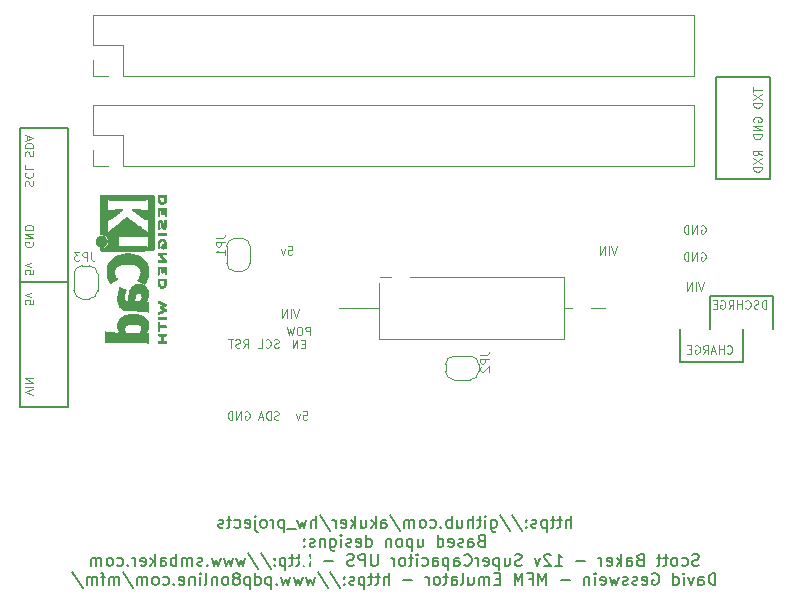
<source format=gbo>
G04 #@! TF.GenerationSoftware,KiCad,Pcbnew,(6.0.0-0)*
G04 #@! TF.CreationDate,2022-05-08T21:10:07-05:00*
G04 #@! TF.ProjectId,ras_pi_supercap_ups,7261735f-7069-45f7-9375-706572636170,rev?*
G04 #@! TF.SameCoordinates,Original*
G04 #@! TF.FileFunction,Legend,Bot*
G04 #@! TF.FilePolarity,Positive*
%FSLAX46Y46*%
G04 Gerber Fmt 4.6, Leading zero omitted, Abs format (unit mm)*
G04 Created by KiCad (PCBNEW (6.0.0-0)) date 2022-05-08 21:10:07*
%MOMM*%
%LPD*%
G01*
G04 APERTURE LIST*
G04 Aperture macros list*
%AMFreePoly0*
4,1,22,0.500000,-0.750000,0.000000,-0.750000,0.000000,-0.745033,-0.079941,-0.743568,-0.215256,-0.701293,-0.333266,-0.622738,-0.424486,-0.514219,-0.481581,-0.384460,-0.499164,-0.250000,-0.500000,-0.250000,-0.500000,0.250000,-0.499164,0.250000,-0.499963,0.256109,-0.478152,0.396186,-0.417904,0.524511,-0.324060,0.630769,-0.204165,0.706417,-0.067858,0.745374,0.000000,0.744959,0.000000,0.750000,
0.500000,0.750000,0.500000,-0.750000,0.500000,-0.750000,$1*%
%AMFreePoly1*
4,1,20,0.000000,0.744959,0.073905,0.744508,0.209726,0.703889,0.328688,0.626782,0.421226,0.519385,0.479903,0.390333,0.500000,0.250000,0.500000,-0.250000,0.499851,-0.262216,0.476331,-0.402017,0.414519,-0.529596,0.319384,-0.634700,0.198574,-0.708877,0.061801,-0.746166,0.000000,-0.745033,0.000000,-0.750000,-0.500000,-0.750000,-0.500000,0.750000,0.000000,0.750000,0.000000,0.744959,
0.000000,0.744959,$1*%
G04 Aperture macros list end*
%ADD10C,0.150000*%
%ADD11C,0.100000*%
%ADD12C,0.120000*%
%ADD13C,0.010000*%
%ADD14R,1.408000X1.408000*%
%ADD15C,1.408000*%
%ADD16R,2.400000X2.400000*%
%ADD17C,2.400000*%
%ADD18C,1.000000*%
%ADD19C,2.700000*%
%ADD20R,1.700000X1.700000*%
%ADD21O,1.700000X1.700000*%
%ADD22R,1.600000X1.600000*%
%ADD23O,1.600000X1.600000*%
%ADD24O,2.400000X2.400000*%
%ADD25FreePoly0,270.000000*%
%ADD26FreePoly1,270.000000*%
%ADD27FreePoly0,180.000000*%
%ADD28FreePoly1,180.000000*%
G04 APERTURE END LIST*
D10*
X114554000Y-124714000D02*
X109220000Y-124714000D01*
X109728000Y-106172000D02*
X114300000Y-106172000D01*
X114300000Y-106172000D02*
X114300000Y-114808000D01*
X114300000Y-114808000D02*
X109728000Y-114808000D01*
X109728000Y-114808000D02*
X109728000Y-106172000D01*
X112014000Y-127508000D02*
X112014000Y-130302000D01*
X106680000Y-130302000D02*
X106680000Y-127508000D01*
X109220000Y-124714000D02*
X109220000Y-127508000D01*
X114554000Y-127508000D02*
X114554000Y-124714000D01*
X112014000Y-130302000D02*
X106680000Y-130302000D01*
X54864000Y-123556000D02*
X50800000Y-123556000D01*
X50800000Y-123556000D02*
X50800000Y-134112000D01*
X50800000Y-134112000D02*
X54864000Y-134112000D01*
X54864000Y-134112000D02*
X54864000Y-123556000D01*
X50800000Y-110490000D02*
X54864000Y-110490000D01*
X54864000Y-110490000D02*
X54864000Y-123556000D01*
X54864000Y-123556000D02*
X50800000Y-123556000D01*
X50800000Y-123556000D02*
X50800000Y-110490000D01*
D11*
X113600666Y-112817333D02*
X113267333Y-112584000D01*
X113600666Y-112417333D02*
X112900666Y-112417333D01*
X112900666Y-112684000D01*
X112934000Y-112750666D01*
X112967333Y-112784000D01*
X113034000Y-112817333D01*
X113134000Y-112817333D01*
X113200666Y-112784000D01*
X113234000Y-112750666D01*
X113267333Y-112684000D01*
X113267333Y-112417333D01*
X112900666Y-113050666D02*
X113600666Y-113517333D01*
X112900666Y-113517333D02*
X113600666Y-113050666D01*
X113600666Y-113784000D02*
X112900666Y-113784000D01*
X112900666Y-113950666D01*
X112934000Y-114050666D01*
X113000666Y-114117333D01*
X113067333Y-114150666D01*
X113200666Y-114184000D01*
X113300666Y-114184000D01*
X113434000Y-114150666D01*
X113500666Y-114117333D01*
X113567333Y-114050666D01*
X113600666Y-113950666D01*
X113600666Y-113784000D01*
X72715333Y-129061333D02*
X72615333Y-129094666D01*
X72448666Y-129094666D01*
X72382000Y-129061333D01*
X72348666Y-129028000D01*
X72315333Y-128961333D01*
X72315333Y-128894666D01*
X72348666Y-128828000D01*
X72382000Y-128794666D01*
X72448666Y-128761333D01*
X72582000Y-128728000D01*
X72648666Y-128694666D01*
X72682000Y-128661333D01*
X72715333Y-128594666D01*
X72715333Y-128528000D01*
X72682000Y-128461333D01*
X72648666Y-128428000D01*
X72582000Y-128394666D01*
X72415333Y-128394666D01*
X72315333Y-128428000D01*
X71615333Y-129028000D02*
X71648666Y-129061333D01*
X71748666Y-129094666D01*
X71815333Y-129094666D01*
X71915333Y-129061333D01*
X71982000Y-128994666D01*
X72015333Y-128928000D01*
X72048666Y-128794666D01*
X72048666Y-128694666D01*
X72015333Y-128561333D01*
X71982000Y-128494666D01*
X71915333Y-128428000D01*
X71815333Y-128394666D01*
X71748666Y-128394666D01*
X71648666Y-128428000D01*
X71615333Y-128461333D01*
X70982000Y-129094666D02*
X71315333Y-129094666D01*
X71315333Y-128394666D01*
X69875333Y-134524000D02*
X69942000Y-134490666D01*
X70042000Y-134490666D01*
X70142000Y-134524000D01*
X70208666Y-134590666D01*
X70242000Y-134657333D01*
X70275333Y-134790666D01*
X70275333Y-134890666D01*
X70242000Y-135024000D01*
X70208666Y-135090666D01*
X70142000Y-135157333D01*
X70042000Y-135190666D01*
X69975333Y-135190666D01*
X69875333Y-135157333D01*
X69842000Y-135124000D01*
X69842000Y-134890666D01*
X69975333Y-134890666D01*
X69542000Y-135190666D02*
X69542000Y-134490666D01*
X69142000Y-135190666D01*
X69142000Y-134490666D01*
X68808666Y-135190666D02*
X68808666Y-134490666D01*
X68642000Y-134490666D01*
X68542000Y-134524000D01*
X68475333Y-134590666D01*
X68442000Y-134657333D01*
X68408666Y-134790666D01*
X68408666Y-134890666D01*
X68442000Y-135024000D01*
X68475333Y-135090666D01*
X68542000Y-135157333D01*
X68642000Y-135190666D01*
X68808666Y-135190666D01*
X51945333Y-122528000D02*
X51945333Y-122861333D01*
X51612000Y-122894666D01*
X51645333Y-122861333D01*
X51678666Y-122794666D01*
X51678666Y-122628000D01*
X51645333Y-122561333D01*
X51612000Y-122528000D01*
X51545333Y-122494666D01*
X51378666Y-122494666D01*
X51312000Y-122528000D01*
X51278666Y-122561333D01*
X51245333Y-122628000D01*
X51245333Y-122794666D01*
X51278666Y-122861333D01*
X51312000Y-122894666D01*
X51712000Y-122261333D02*
X51245333Y-122094666D01*
X51712000Y-121928000D01*
X110686666Y-129536000D02*
X110720000Y-129569333D01*
X110820000Y-129602666D01*
X110886666Y-129602666D01*
X110986666Y-129569333D01*
X111053333Y-129502666D01*
X111086666Y-129436000D01*
X111120000Y-129302666D01*
X111120000Y-129202666D01*
X111086666Y-129069333D01*
X111053333Y-129002666D01*
X110986666Y-128936000D01*
X110886666Y-128902666D01*
X110820000Y-128902666D01*
X110720000Y-128936000D01*
X110686666Y-128969333D01*
X110386666Y-129602666D02*
X110386666Y-128902666D01*
X110386666Y-129236000D02*
X109986666Y-129236000D01*
X109986666Y-129602666D02*
X109986666Y-128902666D01*
X109686666Y-129402666D02*
X109353333Y-129402666D01*
X109753333Y-129602666D02*
X109520000Y-128902666D01*
X109286666Y-129602666D01*
X108653333Y-129602666D02*
X108886666Y-129269333D01*
X109053333Y-129602666D02*
X109053333Y-128902666D01*
X108786666Y-128902666D01*
X108720000Y-128936000D01*
X108686666Y-128969333D01*
X108653333Y-129036000D01*
X108653333Y-129136000D01*
X108686666Y-129202666D01*
X108720000Y-129236000D01*
X108786666Y-129269333D01*
X109053333Y-129269333D01*
X107986666Y-128936000D02*
X108053333Y-128902666D01*
X108153333Y-128902666D01*
X108253333Y-128936000D01*
X108320000Y-129002666D01*
X108353333Y-129069333D01*
X108386666Y-129202666D01*
X108386666Y-129302666D01*
X108353333Y-129436000D01*
X108320000Y-129502666D01*
X108253333Y-129569333D01*
X108153333Y-129602666D01*
X108086666Y-129602666D01*
X107986666Y-129569333D01*
X107953333Y-129536000D01*
X107953333Y-129302666D01*
X108086666Y-129302666D01*
X107653333Y-129236000D02*
X107420000Y-129236000D01*
X107320000Y-129602666D02*
X107653333Y-129602666D01*
X107653333Y-128902666D01*
X107320000Y-128902666D01*
X51912000Y-120167333D02*
X51945333Y-120234000D01*
X51945333Y-120334000D01*
X51912000Y-120434000D01*
X51845333Y-120500666D01*
X51778666Y-120534000D01*
X51645333Y-120567333D01*
X51545333Y-120567333D01*
X51412000Y-120534000D01*
X51345333Y-120500666D01*
X51278666Y-120434000D01*
X51245333Y-120334000D01*
X51245333Y-120267333D01*
X51278666Y-120167333D01*
X51312000Y-120134000D01*
X51545333Y-120134000D01*
X51545333Y-120267333D01*
X51245333Y-119834000D02*
X51945333Y-119834000D01*
X51245333Y-119434000D01*
X51945333Y-119434000D01*
X51245333Y-119100666D02*
X51945333Y-119100666D01*
X51945333Y-118934000D01*
X51912000Y-118834000D01*
X51845333Y-118767333D01*
X51778666Y-118734000D01*
X51645333Y-118700666D01*
X51545333Y-118700666D01*
X51412000Y-118734000D01*
X51345333Y-118767333D01*
X51278666Y-118834000D01*
X51245333Y-118934000D01*
X51245333Y-119100666D01*
X112934000Y-109956666D02*
X112900666Y-109890000D01*
X112900666Y-109790000D01*
X112934000Y-109690000D01*
X113000666Y-109623333D01*
X113067333Y-109590000D01*
X113200666Y-109556666D01*
X113300666Y-109556666D01*
X113434000Y-109590000D01*
X113500666Y-109623333D01*
X113567333Y-109690000D01*
X113600666Y-109790000D01*
X113600666Y-109856666D01*
X113567333Y-109956666D01*
X113534000Y-109990000D01*
X113300666Y-109990000D01*
X113300666Y-109856666D01*
X113600666Y-110290000D02*
X112900666Y-110290000D01*
X113600666Y-110690000D01*
X112900666Y-110690000D01*
X113600666Y-111023333D02*
X112900666Y-111023333D01*
X112900666Y-111190000D01*
X112934000Y-111290000D01*
X113000666Y-111356666D01*
X113067333Y-111390000D01*
X113200666Y-111423333D01*
X113300666Y-111423333D01*
X113434000Y-111390000D01*
X113500666Y-111356666D01*
X113567333Y-111290000D01*
X113600666Y-111190000D01*
X113600666Y-111023333D01*
X74776000Y-134490666D02*
X75109333Y-134490666D01*
X75142666Y-134824000D01*
X75109333Y-134790666D01*
X75042666Y-134757333D01*
X74876000Y-134757333D01*
X74809333Y-134790666D01*
X74776000Y-134824000D01*
X74742666Y-134890666D01*
X74742666Y-135057333D01*
X74776000Y-135124000D01*
X74809333Y-135157333D01*
X74876000Y-135190666D01*
X75042666Y-135190666D01*
X75109333Y-135157333D01*
X75142666Y-135124000D01*
X74509333Y-134724000D02*
X74342666Y-135190666D01*
X74176000Y-134724000D01*
X74426666Y-125854666D02*
X74193333Y-126554666D01*
X73960000Y-125854666D01*
X73726666Y-126554666D02*
X73726666Y-125854666D01*
X73393333Y-126554666D02*
X73393333Y-125854666D01*
X72993333Y-126554666D01*
X72993333Y-125854666D01*
X108483333Y-118776000D02*
X108550000Y-118742666D01*
X108650000Y-118742666D01*
X108750000Y-118776000D01*
X108816666Y-118842666D01*
X108850000Y-118909333D01*
X108883333Y-119042666D01*
X108883333Y-119142666D01*
X108850000Y-119276000D01*
X108816666Y-119342666D01*
X108750000Y-119409333D01*
X108650000Y-119442666D01*
X108583333Y-119442666D01*
X108483333Y-119409333D01*
X108450000Y-119376000D01*
X108450000Y-119142666D01*
X108583333Y-119142666D01*
X108150000Y-119442666D02*
X108150000Y-118742666D01*
X107750000Y-119442666D01*
X107750000Y-118742666D01*
X107416666Y-119442666D02*
X107416666Y-118742666D01*
X107250000Y-118742666D01*
X107150000Y-118776000D01*
X107083333Y-118842666D01*
X107050000Y-118909333D01*
X107016666Y-119042666D01*
X107016666Y-119142666D01*
X107050000Y-119276000D01*
X107083333Y-119342666D01*
X107150000Y-119409333D01*
X107250000Y-119442666D01*
X107416666Y-119442666D01*
D10*
X97454761Y-144341380D02*
X97454761Y-143341380D01*
X97026190Y-144341380D02*
X97026190Y-143817571D01*
X97073809Y-143722333D01*
X97169047Y-143674714D01*
X97311904Y-143674714D01*
X97407142Y-143722333D01*
X97454761Y-143769952D01*
X96692857Y-143674714D02*
X96311904Y-143674714D01*
X96550000Y-143341380D02*
X96550000Y-144198523D01*
X96502380Y-144293761D01*
X96407142Y-144341380D01*
X96311904Y-144341380D01*
X96121428Y-143674714D02*
X95740476Y-143674714D01*
X95978571Y-143341380D02*
X95978571Y-144198523D01*
X95930952Y-144293761D01*
X95835714Y-144341380D01*
X95740476Y-144341380D01*
X95407142Y-143674714D02*
X95407142Y-144674714D01*
X95407142Y-143722333D02*
X95311904Y-143674714D01*
X95121428Y-143674714D01*
X95026190Y-143722333D01*
X94978571Y-143769952D01*
X94930952Y-143865190D01*
X94930952Y-144150904D01*
X94978571Y-144246142D01*
X95026190Y-144293761D01*
X95121428Y-144341380D01*
X95311904Y-144341380D01*
X95407142Y-144293761D01*
X94550000Y-144293761D02*
X94454761Y-144341380D01*
X94264285Y-144341380D01*
X94169047Y-144293761D01*
X94121428Y-144198523D01*
X94121428Y-144150904D01*
X94169047Y-144055666D01*
X94264285Y-144008047D01*
X94407142Y-144008047D01*
X94502380Y-143960428D01*
X94550000Y-143865190D01*
X94550000Y-143817571D01*
X94502380Y-143722333D01*
X94407142Y-143674714D01*
X94264285Y-143674714D01*
X94169047Y-143722333D01*
X93692857Y-144246142D02*
X93645238Y-144293761D01*
X93692857Y-144341380D01*
X93740476Y-144293761D01*
X93692857Y-144246142D01*
X93692857Y-144341380D01*
X93692857Y-143722333D02*
X93645238Y-143769952D01*
X93692857Y-143817571D01*
X93740476Y-143769952D01*
X93692857Y-143722333D01*
X93692857Y-143817571D01*
X92502380Y-143293761D02*
X93359523Y-144579476D01*
X91454761Y-143293761D02*
X92311904Y-144579476D01*
X90692857Y-143674714D02*
X90692857Y-144484238D01*
X90740476Y-144579476D01*
X90788095Y-144627095D01*
X90883333Y-144674714D01*
X91026190Y-144674714D01*
X91121428Y-144627095D01*
X90692857Y-144293761D02*
X90788095Y-144341380D01*
X90978571Y-144341380D01*
X91073809Y-144293761D01*
X91121428Y-144246142D01*
X91169047Y-144150904D01*
X91169047Y-143865190D01*
X91121428Y-143769952D01*
X91073809Y-143722333D01*
X90978571Y-143674714D01*
X90788095Y-143674714D01*
X90692857Y-143722333D01*
X90216666Y-144341380D02*
X90216666Y-143674714D01*
X90216666Y-143341380D02*
X90264285Y-143389000D01*
X90216666Y-143436619D01*
X90169047Y-143389000D01*
X90216666Y-143341380D01*
X90216666Y-143436619D01*
X89883333Y-143674714D02*
X89502380Y-143674714D01*
X89740476Y-143341380D02*
X89740476Y-144198523D01*
X89692857Y-144293761D01*
X89597619Y-144341380D01*
X89502380Y-144341380D01*
X89169047Y-144341380D02*
X89169047Y-143341380D01*
X88740476Y-144341380D02*
X88740476Y-143817571D01*
X88788095Y-143722333D01*
X88883333Y-143674714D01*
X89026190Y-143674714D01*
X89121428Y-143722333D01*
X89169047Y-143769952D01*
X87835714Y-143674714D02*
X87835714Y-144341380D01*
X88264285Y-143674714D02*
X88264285Y-144198523D01*
X88216666Y-144293761D01*
X88121428Y-144341380D01*
X87978571Y-144341380D01*
X87883333Y-144293761D01*
X87835714Y-144246142D01*
X87359523Y-144341380D02*
X87359523Y-143341380D01*
X87359523Y-143722333D02*
X87264285Y-143674714D01*
X87073809Y-143674714D01*
X86978571Y-143722333D01*
X86930952Y-143769952D01*
X86883333Y-143865190D01*
X86883333Y-144150904D01*
X86930952Y-144246142D01*
X86978571Y-144293761D01*
X87073809Y-144341380D01*
X87264285Y-144341380D01*
X87359523Y-144293761D01*
X86454761Y-144246142D02*
X86407142Y-144293761D01*
X86454761Y-144341380D01*
X86502380Y-144293761D01*
X86454761Y-144246142D01*
X86454761Y-144341380D01*
X85550000Y-144293761D02*
X85645238Y-144341380D01*
X85835714Y-144341380D01*
X85930952Y-144293761D01*
X85978571Y-144246142D01*
X86026190Y-144150904D01*
X86026190Y-143865190D01*
X85978571Y-143769952D01*
X85930952Y-143722333D01*
X85835714Y-143674714D01*
X85645238Y-143674714D01*
X85550000Y-143722333D01*
X84978571Y-144341380D02*
X85073809Y-144293761D01*
X85121428Y-144246142D01*
X85169047Y-144150904D01*
X85169047Y-143865190D01*
X85121428Y-143769952D01*
X85073809Y-143722333D01*
X84978571Y-143674714D01*
X84835714Y-143674714D01*
X84740476Y-143722333D01*
X84692857Y-143769952D01*
X84645238Y-143865190D01*
X84645238Y-144150904D01*
X84692857Y-144246142D01*
X84740476Y-144293761D01*
X84835714Y-144341380D01*
X84978571Y-144341380D01*
X84216666Y-144341380D02*
X84216666Y-143674714D01*
X84216666Y-143769952D02*
X84169047Y-143722333D01*
X84073809Y-143674714D01*
X83930952Y-143674714D01*
X83835714Y-143722333D01*
X83788095Y-143817571D01*
X83788095Y-144341380D01*
X83788095Y-143817571D02*
X83740476Y-143722333D01*
X83645238Y-143674714D01*
X83502380Y-143674714D01*
X83407142Y-143722333D01*
X83359523Y-143817571D01*
X83359523Y-144341380D01*
X82169047Y-143293761D02*
X83026190Y-144579476D01*
X81407142Y-144341380D02*
X81407142Y-143817571D01*
X81454761Y-143722333D01*
X81550000Y-143674714D01*
X81740476Y-143674714D01*
X81835714Y-143722333D01*
X81407142Y-144293761D02*
X81502380Y-144341380D01*
X81740476Y-144341380D01*
X81835714Y-144293761D01*
X81883333Y-144198523D01*
X81883333Y-144103285D01*
X81835714Y-144008047D01*
X81740476Y-143960428D01*
X81502380Y-143960428D01*
X81407142Y-143912809D01*
X80930952Y-144341380D02*
X80930952Y-143341380D01*
X80835714Y-143960428D02*
X80550000Y-144341380D01*
X80550000Y-143674714D02*
X80930952Y-144055666D01*
X79692857Y-143674714D02*
X79692857Y-144341380D01*
X80121428Y-143674714D02*
X80121428Y-144198523D01*
X80073809Y-144293761D01*
X79978571Y-144341380D01*
X79835714Y-144341380D01*
X79740476Y-144293761D01*
X79692857Y-144246142D01*
X79216666Y-144341380D02*
X79216666Y-143341380D01*
X79121428Y-143960428D02*
X78835714Y-144341380D01*
X78835714Y-143674714D02*
X79216666Y-144055666D01*
X78026190Y-144293761D02*
X78121428Y-144341380D01*
X78311904Y-144341380D01*
X78407142Y-144293761D01*
X78454761Y-144198523D01*
X78454761Y-143817571D01*
X78407142Y-143722333D01*
X78311904Y-143674714D01*
X78121428Y-143674714D01*
X78026190Y-143722333D01*
X77978571Y-143817571D01*
X77978571Y-143912809D01*
X78454761Y-144008047D01*
X77550000Y-144341380D02*
X77550000Y-143674714D01*
X77550000Y-143865190D02*
X77502380Y-143769952D01*
X77454761Y-143722333D01*
X77359523Y-143674714D01*
X77264285Y-143674714D01*
X76216666Y-143293761D02*
X77073809Y-144579476D01*
X75883333Y-144341380D02*
X75883333Y-143341380D01*
X75454761Y-144341380D02*
X75454761Y-143817571D01*
X75502380Y-143722333D01*
X75597619Y-143674714D01*
X75740476Y-143674714D01*
X75835714Y-143722333D01*
X75883333Y-143769952D01*
X75073809Y-143674714D02*
X74883333Y-144341380D01*
X74692857Y-143865190D01*
X74502380Y-144341380D01*
X74311904Y-143674714D01*
X74169047Y-144436619D02*
X73407142Y-144436619D01*
X73169047Y-143674714D02*
X73169047Y-144674714D01*
X73169047Y-143722333D02*
X73073809Y-143674714D01*
X72883333Y-143674714D01*
X72788095Y-143722333D01*
X72740476Y-143769952D01*
X72692857Y-143865190D01*
X72692857Y-144150904D01*
X72740476Y-144246142D01*
X72788095Y-144293761D01*
X72883333Y-144341380D01*
X73073809Y-144341380D01*
X73169047Y-144293761D01*
X72264285Y-144341380D02*
X72264285Y-143674714D01*
X72264285Y-143865190D02*
X72216666Y-143769952D01*
X72169047Y-143722333D01*
X72073809Y-143674714D01*
X71978571Y-143674714D01*
X71502380Y-144341380D02*
X71597619Y-144293761D01*
X71645238Y-144246142D01*
X71692857Y-144150904D01*
X71692857Y-143865190D01*
X71645238Y-143769952D01*
X71597619Y-143722333D01*
X71502380Y-143674714D01*
X71359523Y-143674714D01*
X71264285Y-143722333D01*
X71216666Y-143769952D01*
X71169047Y-143865190D01*
X71169047Y-144150904D01*
X71216666Y-144246142D01*
X71264285Y-144293761D01*
X71359523Y-144341380D01*
X71502380Y-144341380D01*
X70740476Y-143674714D02*
X70740476Y-144531857D01*
X70788095Y-144627095D01*
X70883333Y-144674714D01*
X70930952Y-144674714D01*
X70740476Y-143341380D02*
X70788095Y-143389000D01*
X70740476Y-143436619D01*
X70692857Y-143389000D01*
X70740476Y-143341380D01*
X70740476Y-143436619D01*
X69883333Y-144293761D02*
X69978571Y-144341380D01*
X70169047Y-144341380D01*
X70264285Y-144293761D01*
X70311904Y-144198523D01*
X70311904Y-143817571D01*
X70264285Y-143722333D01*
X70169047Y-143674714D01*
X69978571Y-143674714D01*
X69883333Y-143722333D01*
X69835714Y-143817571D01*
X69835714Y-143912809D01*
X70311904Y-144008047D01*
X68978571Y-144293761D02*
X69073809Y-144341380D01*
X69264285Y-144341380D01*
X69359523Y-144293761D01*
X69407142Y-144246142D01*
X69454761Y-144150904D01*
X69454761Y-143865190D01*
X69407142Y-143769952D01*
X69359523Y-143722333D01*
X69264285Y-143674714D01*
X69073809Y-143674714D01*
X68978571Y-143722333D01*
X68692857Y-143674714D02*
X68311904Y-143674714D01*
X68550000Y-143341380D02*
X68550000Y-144198523D01*
X68502380Y-144293761D01*
X68407142Y-144341380D01*
X68311904Y-144341380D01*
X68026190Y-144293761D02*
X67930952Y-144341380D01*
X67740476Y-144341380D01*
X67645238Y-144293761D01*
X67597619Y-144198523D01*
X67597619Y-144150904D01*
X67645238Y-144055666D01*
X67740476Y-144008047D01*
X67883333Y-144008047D01*
X67978571Y-143960428D01*
X68026190Y-143865190D01*
X68026190Y-143817571D01*
X67978571Y-143722333D01*
X67883333Y-143674714D01*
X67740476Y-143674714D01*
X67645238Y-143722333D01*
X89859523Y-145427571D02*
X89716666Y-145475190D01*
X89669047Y-145522809D01*
X89621428Y-145618047D01*
X89621428Y-145760904D01*
X89669047Y-145856142D01*
X89716666Y-145903761D01*
X89811904Y-145951380D01*
X90192857Y-145951380D01*
X90192857Y-144951380D01*
X89859523Y-144951380D01*
X89764285Y-144999000D01*
X89716666Y-145046619D01*
X89669047Y-145141857D01*
X89669047Y-145237095D01*
X89716666Y-145332333D01*
X89764285Y-145379952D01*
X89859523Y-145427571D01*
X90192857Y-145427571D01*
X88764285Y-145951380D02*
X88764285Y-145427571D01*
X88811904Y-145332333D01*
X88907142Y-145284714D01*
X89097619Y-145284714D01*
X89192857Y-145332333D01*
X88764285Y-145903761D02*
X88859523Y-145951380D01*
X89097619Y-145951380D01*
X89192857Y-145903761D01*
X89240476Y-145808523D01*
X89240476Y-145713285D01*
X89192857Y-145618047D01*
X89097619Y-145570428D01*
X88859523Y-145570428D01*
X88764285Y-145522809D01*
X88335714Y-145903761D02*
X88240476Y-145951380D01*
X88050000Y-145951380D01*
X87954761Y-145903761D01*
X87907142Y-145808523D01*
X87907142Y-145760904D01*
X87954761Y-145665666D01*
X88050000Y-145618047D01*
X88192857Y-145618047D01*
X88288095Y-145570428D01*
X88335714Y-145475190D01*
X88335714Y-145427571D01*
X88288095Y-145332333D01*
X88192857Y-145284714D01*
X88050000Y-145284714D01*
X87954761Y-145332333D01*
X87097619Y-145903761D02*
X87192857Y-145951380D01*
X87383333Y-145951380D01*
X87478571Y-145903761D01*
X87526190Y-145808523D01*
X87526190Y-145427571D01*
X87478571Y-145332333D01*
X87383333Y-145284714D01*
X87192857Y-145284714D01*
X87097619Y-145332333D01*
X87050000Y-145427571D01*
X87050000Y-145522809D01*
X87526190Y-145618047D01*
X86192857Y-145951380D02*
X86192857Y-144951380D01*
X86192857Y-145903761D02*
X86288095Y-145951380D01*
X86478571Y-145951380D01*
X86573809Y-145903761D01*
X86621428Y-145856142D01*
X86669047Y-145760904D01*
X86669047Y-145475190D01*
X86621428Y-145379952D01*
X86573809Y-145332333D01*
X86478571Y-145284714D01*
X86288095Y-145284714D01*
X86192857Y-145332333D01*
X84526190Y-145284714D02*
X84526190Y-145951380D01*
X84954761Y-145284714D02*
X84954761Y-145808523D01*
X84907142Y-145903761D01*
X84811904Y-145951380D01*
X84669047Y-145951380D01*
X84573809Y-145903761D01*
X84526190Y-145856142D01*
X84050000Y-145284714D02*
X84050000Y-146284714D01*
X84050000Y-145332333D02*
X83954761Y-145284714D01*
X83764285Y-145284714D01*
X83669047Y-145332333D01*
X83621428Y-145379952D01*
X83573809Y-145475190D01*
X83573809Y-145760904D01*
X83621428Y-145856142D01*
X83669047Y-145903761D01*
X83764285Y-145951380D01*
X83954761Y-145951380D01*
X84050000Y-145903761D01*
X83002380Y-145951380D02*
X83097619Y-145903761D01*
X83145238Y-145856142D01*
X83192857Y-145760904D01*
X83192857Y-145475190D01*
X83145238Y-145379952D01*
X83097619Y-145332333D01*
X83002380Y-145284714D01*
X82859523Y-145284714D01*
X82764285Y-145332333D01*
X82716666Y-145379952D01*
X82669047Y-145475190D01*
X82669047Y-145760904D01*
X82716666Y-145856142D01*
X82764285Y-145903761D01*
X82859523Y-145951380D01*
X83002380Y-145951380D01*
X82240476Y-145284714D02*
X82240476Y-145951380D01*
X82240476Y-145379952D02*
X82192857Y-145332333D01*
X82097619Y-145284714D01*
X81954761Y-145284714D01*
X81859523Y-145332333D01*
X81811904Y-145427571D01*
X81811904Y-145951380D01*
X80145238Y-145951380D02*
X80145238Y-144951380D01*
X80145238Y-145903761D02*
X80240476Y-145951380D01*
X80430952Y-145951380D01*
X80526190Y-145903761D01*
X80573809Y-145856142D01*
X80621428Y-145760904D01*
X80621428Y-145475190D01*
X80573809Y-145379952D01*
X80526190Y-145332333D01*
X80430952Y-145284714D01*
X80240476Y-145284714D01*
X80145238Y-145332333D01*
X79288095Y-145903761D02*
X79383333Y-145951380D01*
X79573809Y-145951380D01*
X79669047Y-145903761D01*
X79716666Y-145808523D01*
X79716666Y-145427571D01*
X79669047Y-145332333D01*
X79573809Y-145284714D01*
X79383333Y-145284714D01*
X79288095Y-145332333D01*
X79240476Y-145427571D01*
X79240476Y-145522809D01*
X79716666Y-145618047D01*
X78859523Y-145903761D02*
X78764285Y-145951380D01*
X78573809Y-145951380D01*
X78478571Y-145903761D01*
X78430952Y-145808523D01*
X78430952Y-145760904D01*
X78478571Y-145665666D01*
X78573809Y-145618047D01*
X78716666Y-145618047D01*
X78811904Y-145570428D01*
X78859523Y-145475190D01*
X78859523Y-145427571D01*
X78811904Y-145332333D01*
X78716666Y-145284714D01*
X78573809Y-145284714D01*
X78478571Y-145332333D01*
X78002380Y-145951380D02*
X78002380Y-145284714D01*
X78002380Y-144951380D02*
X78050000Y-144999000D01*
X78002380Y-145046619D01*
X77954761Y-144999000D01*
X78002380Y-144951380D01*
X78002380Y-145046619D01*
X77097619Y-145284714D02*
X77097619Y-146094238D01*
X77145238Y-146189476D01*
X77192857Y-146237095D01*
X77288095Y-146284714D01*
X77430952Y-146284714D01*
X77526190Y-146237095D01*
X77097619Y-145903761D02*
X77192857Y-145951380D01*
X77383333Y-145951380D01*
X77478571Y-145903761D01*
X77526190Y-145856142D01*
X77573809Y-145760904D01*
X77573809Y-145475190D01*
X77526190Y-145379952D01*
X77478571Y-145332333D01*
X77383333Y-145284714D01*
X77192857Y-145284714D01*
X77097619Y-145332333D01*
X76621428Y-145284714D02*
X76621428Y-145951380D01*
X76621428Y-145379952D02*
X76573809Y-145332333D01*
X76478571Y-145284714D01*
X76335714Y-145284714D01*
X76240476Y-145332333D01*
X76192857Y-145427571D01*
X76192857Y-145951380D01*
X75764285Y-145903761D02*
X75669047Y-145951380D01*
X75478571Y-145951380D01*
X75383333Y-145903761D01*
X75335714Y-145808523D01*
X75335714Y-145760904D01*
X75383333Y-145665666D01*
X75478571Y-145618047D01*
X75621428Y-145618047D01*
X75716666Y-145570428D01*
X75764285Y-145475190D01*
X75764285Y-145427571D01*
X75716666Y-145332333D01*
X75621428Y-145284714D01*
X75478571Y-145284714D01*
X75383333Y-145332333D01*
X74907142Y-145856142D02*
X74859523Y-145903761D01*
X74907142Y-145951380D01*
X74954761Y-145903761D01*
X74907142Y-145856142D01*
X74907142Y-145951380D01*
X74907142Y-145332333D02*
X74859523Y-145379952D01*
X74907142Y-145427571D01*
X74954761Y-145379952D01*
X74907142Y-145332333D01*
X74907142Y-145427571D01*
X108288095Y-147513761D02*
X108145238Y-147561380D01*
X107907142Y-147561380D01*
X107811904Y-147513761D01*
X107764285Y-147466142D01*
X107716666Y-147370904D01*
X107716666Y-147275666D01*
X107764285Y-147180428D01*
X107811904Y-147132809D01*
X107907142Y-147085190D01*
X108097619Y-147037571D01*
X108192857Y-146989952D01*
X108240476Y-146942333D01*
X108288095Y-146847095D01*
X108288095Y-146751857D01*
X108240476Y-146656619D01*
X108192857Y-146609000D01*
X108097619Y-146561380D01*
X107859523Y-146561380D01*
X107716666Y-146609000D01*
X106859523Y-147513761D02*
X106954761Y-147561380D01*
X107145238Y-147561380D01*
X107240476Y-147513761D01*
X107288095Y-147466142D01*
X107335714Y-147370904D01*
X107335714Y-147085190D01*
X107288095Y-146989952D01*
X107240476Y-146942333D01*
X107145238Y-146894714D01*
X106954761Y-146894714D01*
X106859523Y-146942333D01*
X106288095Y-147561380D02*
X106383333Y-147513761D01*
X106430952Y-147466142D01*
X106478571Y-147370904D01*
X106478571Y-147085190D01*
X106430952Y-146989952D01*
X106383333Y-146942333D01*
X106288095Y-146894714D01*
X106145238Y-146894714D01*
X106050000Y-146942333D01*
X106002380Y-146989952D01*
X105954761Y-147085190D01*
X105954761Y-147370904D01*
X106002380Y-147466142D01*
X106050000Y-147513761D01*
X106145238Y-147561380D01*
X106288095Y-147561380D01*
X105669047Y-146894714D02*
X105288095Y-146894714D01*
X105526190Y-146561380D02*
X105526190Y-147418523D01*
X105478571Y-147513761D01*
X105383333Y-147561380D01*
X105288095Y-147561380D01*
X105097619Y-146894714D02*
X104716666Y-146894714D01*
X104954761Y-146561380D02*
X104954761Y-147418523D01*
X104907142Y-147513761D01*
X104811904Y-147561380D01*
X104716666Y-147561380D01*
X103288095Y-147037571D02*
X103145238Y-147085190D01*
X103097619Y-147132809D01*
X103050000Y-147228047D01*
X103050000Y-147370904D01*
X103097619Y-147466142D01*
X103145238Y-147513761D01*
X103240476Y-147561380D01*
X103621428Y-147561380D01*
X103621428Y-146561380D01*
X103288095Y-146561380D01*
X103192857Y-146609000D01*
X103145238Y-146656619D01*
X103097619Y-146751857D01*
X103097619Y-146847095D01*
X103145238Y-146942333D01*
X103192857Y-146989952D01*
X103288095Y-147037571D01*
X103621428Y-147037571D01*
X102192857Y-147561380D02*
X102192857Y-147037571D01*
X102240476Y-146942333D01*
X102335714Y-146894714D01*
X102526190Y-146894714D01*
X102621428Y-146942333D01*
X102192857Y-147513761D02*
X102288095Y-147561380D01*
X102526190Y-147561380D01*
X102621428Y-147513761D01*
X102669047Y-147418523D01*
X102669047Y-147323285D01*
X102621428Y-147228047D01*
X102526190Y-147180428D01*
X102288095Y-147180428D01*
X102192857Y-147132809D01*
X101716666Y-147561380D02*
X101716666Y-146561380D01*
X101621428Y-147180428D02*
X101335714Y-147561380D01*
X101335714Y-146894714D02*
X101716666Y-147275666D01*
X100526190Y-147513761D02*
X100621428Y-147561380D01*
X100811904Y-147561380D01*
X100907142Y-147513761D01*
X100954761Y-147418523D01*
X100954761Y-147037571D01*
X100907142Y-146942333D01*
X100811904Y-146894714D01*
X100621428Y-146894714D01*
X100526190Y-146942333D01*
X100478571Y-147037571D01*
X100478571Y-147132809D01*
X100954761Y-147228047D01*
X100050000Y-147561380D02*
X100050000Y-146894714D01*
X100050000Y-147085190D02*
X100002380Y-146989952D01*
X99954761Y-146942333D01*
X99859523Y-146894714D01*
X99764285Y-146894714D01*
X98669047Y-147180428D02*
X97907142Y-147180428D01*
X96145238Y-147561380D02*
X96716666Y-147561380D01*
X96430952Y-147561380D02*
X96430952Y-146561380D01*
X96526190Y-146704238D01*
X96621428Y-146799476D01*
X96716666Y-146847095D01*
X95764285Y-146656619D02*
X95716666Y-146609000D01*
X95621428Y-146561380D01*
X95383333Y-146561380D01*
X95288095Y-146609000D01*
X95240476Y-146656619D01*
X95192857Y-146751857D01*
X95192857Y-146847095D01*
X95240476Y-146989952D01*
X95811904Y-147561380D01*
X95192857Y-147561380D01*
X94859523Y-146894714D02*
X94621428Y-147561380D01*
X94383333Y-146894714D01*
X93288095Y-147513761D02*
X93145238Y-147561380D01*
X92907142Y-147561380D01*
X92811904Y-147513761D01*
X92764285Y-147466142D01*
X92716666Y-147370904D01*
X92716666Y-147275666D01*
X92764285Y-147180428D01*
X92811904Y-147132809D01*
X92907142Y-147085190D01*
X93097619Y-147037571D01*
X93192857Y-146989952D01*
X93240476Y-146942333D01*
X93288095Y-146847095D01*
X93288095Y-146751857D01*
X93240476Y-146656619D01*
X93192857Y-146609000D01*
X93097619Y-146561380D01*
X92859523Y-146561380D01*
X92716666Y-146609000D01*
X91859523Y-146894714D02*
X91859523Y-147561380D01*
X92288095Y-146894714D02*
X92288095Y-147418523D01*
X92240476Y-147513761D01*
X92145238Y-147561380D01*
X92002380Y-147561380D01*
X91907142Y-147513761D01*
X91859523Y-147466142D01*
X91383333Y-146894714D02*
X91383333Y-147894714D01*
X91383333Y-146942333D02*
X91288095Y-146894714D01*
X91097619Y-146894714D01*
X91002380Y-146942333D01*
X90954761Y-146989952D01*
X90907142Y-147085190D01*
X90907142Y-147370904D01*
X90954761Y-147466142D01*
X91002380Y-147513761D01*
X91097619Y-147561380D01*
X91288095Y-147561380D01*
X91383333Y-147513761D01*
X90097619Y-147513761D02*
X90192857Y-147561380D01*
X90383333Y-147561380D01*
X90478571Y-147513761D01*
X90526190Y-147418523D01*
X90526190Y-147037571D01*
X90478571Y-146942333D01*
X90383333Y-146894714D01*
X90192857Y-146894714D01*
X90097619Y-146942333D01*
X90050000Y-147037571D01*
X90050000Y-147132809D01*
X90526190Y-147228047D01*
X89621428Y-147561380D02*
X89621428Y-146894714D01*
X89621428Y-147085190D02*
X89573809Y-146989952D01*
X89526190Y-146942333D01*
X89430952Y-146894714D01*
X89335714Y-146894714D01*
X88430952Y-147466142D02*
X88478571Y-147513761D01*
X88621428Y-147561380D01*
X88716666Y-147561380D01*
X88859523Y-147513761D01*
X88954761Y-147418523D01*
X89002380Y-147323285D01*
X89050000Y-147132809D01*
X89050000Y-146989952D01*
X89002380Y-146799476D01*
X88954761Y-146704238D01*
X88859523Y-146609000D01*
X88716666Y-146561380D01*
X88621428Y-146561380D01*
X88478571Y-146609000D01*
X88430952Y-146656619D01*
X87573809Y-147561380D02*
X87573809Y-147037571D01*
X87621428Y-146942333D01*
X87716666Y-146894714D01*
X87907142Y-146894714D01*
X88002380Y-146942333D01*
X87573809Y-147513761D02*
X87669047Y-147561380D01*
X87907142Y-147561380D01*
X88002380Y-147513761D01*
X88050000Y-147418523D01*
X88050000Y-147323285D01*
X88002380Y-147228047D01*
X87907142Y-147180428D01*
X87669047Y-147180428D01*
X87573809Y-147132809D01*
X87097619Y-146894714D02*
X87097619Y-147894714D01*
X87097619Y-146942333D02*
X87002380Y-146894714D01*
X86811904Y-146894714D01*
X86716666Y-146942333D01*
X86669047Y-146989952D01*
X86621428Y-147085190D01*
X86621428Y-147370904D01*
X86669047Y-147466142D01*
X86716666Y-147513761D01*
X86811904Y-147561380D01*
X87002380Y-147561380D01*
X87097619Y-147513761D01*
X85764285Y-147561380D02*
X85764285Y-147037571D01*
X85811904Y-146942333D01*
X85907142Y-146894714D01*
X86097619Y-146894714D01*
X86192857Y-146942333D01*
X85764285Y-147513761D02*
X85859523Y-147561380D01*
X86097619Y-147561380D01*
X86192857Y-147513761D01*
X86240476Y-147418523D01*
X86240476Y-147323285D01*
X86192857Y-147228047D01*
X86097619Y-147180428D01*
X85859523Y-147180428D01*
X85764285Y-147132809D01*
X84859523Y-147513761D02*
X84954761Y-147561380D01*
X85145238Y-147561380D01*
X85240476Y-147513761D01*
X85288095Y-147466142D01*
X85335714Y-147370904D01*
X85335714Y-147085190D01*
X85288095Y-146989952D01*
X85240476Y-146942333D01*
X85145238Y-146894714D01*
X84954761Y-146894714D01*
X84859523Y-146942333D01*
X84430952Y-147561380D02*
X84430952Y-146894714D01*
X84430952Y-146561380D02*
X84478571Y-146609000D01*
X84430952Y-146656619D01*
X84383333Y-146609000D01*
X84430952Y-146561380D01*
X84430952Y-146656619D01*
X84097619Y-146894714D02*
X83716666Y-146894714D01*
X83954761Y-146561380D02*
X83954761Y-147418523D01*
X83907142Y-147513761D01*
X83811904Y-147561380D01*
X83716666Y-147561380D01*
X83240476Y-147561380D02*
X83335714Y-147513761D01*
X83383333Y-147466142D01*
X83430952Y-147370904D01*
X83430952Y-147085190D01*
X83383333Y-146989952D01*
X83335714Y-146942333D01*
X83240476Y-146894714D01*
X83097619Y-146894714D01*
X83002380Y-146942333D01*
X82954761Y-146989952D01*
X82907142Y-147085190D01*
X82907142Y-147370904D01*
X82954761Y-147466142D01*
X83002380Y-147513761D01*
X83097619Y-147561380D01*
X83240476Y-147561380D01*
X82478571Y-147561380D02*
X82478571Y-146894714D01*
X82478571Y-147085190D02*
X82430952Y-146989952D01*
X82383333Y-146942333D01*
X82288095Y-146894714D01*
X82192857Y-146894714D01*
X81097619Y-146561380D02*
X81097619Y-147370904D01*
X81050000Y-147466142D01*
X81002380Y-147513761D01*
X80907142Y-147561380D01*
X80716666Y-147561380D01*
X80621428Y-147513761D01*
X80573809Y-147466142D01*
X80526190Y-147370904D01*
X80526190Y-146561380D01*
X80050000Y-147561380D02*
X80050000Y-146561380D01*
X79669047Y-146561380D01*
X79573809Y-146609000D01*
X79526190Y-146656619D01*
X79478571Y-146751857D01*
X79478571Y-146894714D01*
X79526190Y-146989952D01*
X79573809Y-147037571D01*
X79669047Y-147085190D01*
X80050000Y-147085190D01*
X79097619Y-147513761D02*
X78954761Y-147561380D01*
X78716666Y-147561380D01*
X78621428Y-147513761D01*
X78573809Y-147466142D01*
X78526190Y-147370904D01*
X78526190Y-147275666D01*
X78573809Y-147180428D01*
X78621428Y-147132809D01*
X78716666Y-147085190D01*
X78907142Y-147037571D01*
X79002380Y-146989952D01*
X79050000Y-146942333D01*
X79097619Y-146847095D01*
X79097619Y-146751857D01*
X79050000Y-146656619D01*
X79002380Y-146609000D01*
X78907142Y-146561380D01*
X78669047Y-146561380D01*
X78526190Y-146609000D01*
X77335714Y-147180428D02*
X76573809Y-147180428D01*
X75335714Y-147561380D02*
X75335714Y-146561380D01*
X74907142Y-147561380D02*
X74907142Y-147037571D01*
X74954761Y-146942333D01*
X75050000Y-146894714D01*
X75192857Y-146894714D01*
X75288095Y-146942333D01*
X75335714Y-146989952D01*
X74573809Y-146894714D02*
X74192857Y-146894714D01*
X74430952Y-146561380D02*
X74430952Y-147418523D01*
X74383333Y-147513761D01*
X74288095Y-147561380D01*
X74192857Y-147561380D01*
X74002380Y-146894714D02*
X73621428Y-146894714D01*
X73859523Y-146561380D02*
X73859523Y-147418523D01*
X73811904Y-147513761D01*
X73716666Y-147561380D01*
X73621428Y-147561380D01*
X73288095Y-146894714D02*
X73288095Y-147894714D01*
X73288095Y-146942333D02*
X73192857Y-146894714D01*
X73002380Y-146894714D01*
X72907142Y-146942333D01*
X72859523Y-146989952D01*
X72811904Y-147085190D01*
X72811904Y-147370904D01*
X72859523Y-147466142D01*
X72907142Y-147513761D01*
X73002380Y-147561380D01*
X73192857Y-147561380D01*
X73288095Y-147513761D01*
X72383333Y-147466142D02*
X72335714Y-147513761D01*
X72383333Y-147561380D01*
X72430952Y-147513761D01*
X72383333Y-147466142D01*
X72383333Y-147561380D01*
X72383333Y-146942333D02*
X72335714Y-146989952D01*
X72383333Y-147037571D01*
X72430952Y-146989952D01*
X72383333Y-146942333D01*
X72383333Y-147037571D01*
X71192857Y-146513761D02*
X72050000Y-147799476D01*
X70145238Y-146513761D02*
X71002380Y-147799476D01*
X69907142Y-146894714D02*
X69716666Y-147561380D01*
X69526190Y-147085190D01*
X69335714Y-147561380D01*
X69145238Y-146894714D01*
X68859523Y-146894714D02*
X68669047Y-147561380D01*
X68478571Y-147085190D01*
X68288095Y-147561380D01*
X68097619Y-146894714D01*
X67811904Y-146894714D02*
X67621428Y-147561380D01*
X67430952Y-147085190D01*
X67240476Y-147561380D01*
X67050000Y-146894714D01*
X66669047Y-147466142D02*
X66621428Y-147513761D01*
X66669047Y-147561380D01*
X66716666Y-147513761D01*
X66669047Y-147466142D01*
X66669047Y-147561380D01*
X66240476Y-147513761D02*
X66145238Y-147561380D01*
X65954761Y-147561380D01*
X65859523Y-147513761D01*
X65811904Y-147418523D01*
X65811904Y-147370904D01*
X65859523Y-147275666D01*
X65954761Y-147228047D01*
X66097619Y-147228047D01*
X66192857Y-147180428D01*
X66240476Y-147085190D01*
X66240476Y-147037571D01*
X66192857Y-146942333D01*
X66097619Y-146894714D01*
X65954761Y-146894714D01*
X65859523Y-146942333D01*
X65383333Y-147561380D02*
X65383333Y-146894714D01*
X65383333Y-146989952D02*
X65335714Y-146942333D01*
X65240476Y-146894714D01*
X65097619Y-146894714D01*
X65002380Y-146942333D01*
X64954761Y-147037571D01*
X64954761Y-147561380D01*
X64954761Y-147037571D02*
X64907142Y-146942333D01*
X64811904Y-146894714D01*
X64669047Y-146894714D01*
X64573809Y-146942333D01*
X64526190Y-147037571D01*
X64526190Y-147561380D01*
X64050000Y-147561380D02*
X64050000Y-146561380D01*
X64050000Y-146942333D02*
X63954761Y-146894714D01*
X63764285Y-146894714D01*
X63669047Y-146942333D01*
X63621428Y-146989952D01*
X63573809Y-147085190D01*
X63573809Y-147370904D01*
X63621428Y-147466142D01*
X63669047Y-147513761D01*
X63764285Y-147561380D01*
X63954761Y-147561380D01*
X64050000Y-147513761D01*
X62716666Y-147561380D02*
X62716666Y-147037571D01*
X62764285Y-146942333D01*
X62859523Y-146894714D01*
X63050000Y-146894714D01*
X63145238Y-146942333D01*
X62716666Y-147513761D02*
X62811904Y-147561380D01*
X63050000Y-147561380D01*
X63145238Y-147513761D01*
X63192857Y-147418523D01*
X63192857Y-147323285D01*
X63145238Y-147228047D01*
X63050000Y-147180428D01*
X62811904Y-147180428D01*
X62716666Y-147132809D01*
X62240476Y-147561380D02*
X62240476Y-146561380D01*
X62145238Y-147180428D02*
X61859523Y-147561380D01*
X61859523Y-146894714D02*
X62240476Y-147275666D01*
X61050000Y-147513761D02*
X61145238Y-147561380D01*
X61335714Y-147561380D01*
X61430952Y-147513761D01*
X61478571Y-147418523D01*
X61478571Y-147037571D01*
X61430952Y-146942333D01*
X61335714Y-146894714D01*
X61145238Y-146894714D01*
X61050000Y-146942333D01*
X61002380Y-147037571D01*
X61002380Y-147132809D01*
X61478571Y-147228047D01*
X60573809Y-147561380D02*
X60573809Y-146894714D01*
X60573809Y-147085190D02*
X60526190Y-146989952D01*
X60478571Y-146942333D01*
X60383333Y-146894714D01*
X60288095Y-146894714D01*
X59954761Y-147466142D02*
X59907142Y-147513761D01*
X59954761Y-147561380D01*
X60002380Y-147513761D01*
X59954761Y-147466142D01*
X59954761Y-147561380D01*
X59050000Y-147513761D02*
X59145238Y-147561380D01*
X59335714Y-147561380D01*
X59430952Y-147513761D01*
X59478571Y-147466142D01*
X59526190Y-147370904D01*
X59526190Y-147085190D01*
X59478571Y-146989952D01*
X59430952Y-146942333D01*
X59335714Y-146894714D01*
X59145238Y-146894714D01*
X59050000Y-146942333D01*
X58478571Y-147561380D02*
X58573809Y-147513761D01*
X58621428Y-147466142D01*
X58669047Y-147370904D01*
X58669047Y-147085190D01*
X58621428Y-146989952D01*
X58573809Y-146942333D01*
X58478571Y-146894714D01*
X58335714Y-146894714D01*
X58240476Y-146942333D01*
X58192857Y-146989952D01*
X58145238Y-147085190D01*
X58145238Y-147370904D01*
X58192857Y-147466142D01*
X58240476Y-147513761D01*
X58335714Y-147561380D01*
X58478571Y-147561380D01*
X57716666Y-147561380D02*
X57716666Y-146894714D01*
X57716666Y-146989952D02*
X57669047Y-146942333D01*
X57573809Y-146894714D01*
X57430952Y-146894714D01*
X57335714Y-146942333D01*
X57288095Y-147037571D01*
X57288095Y-147561380D01*
X57288095Y-147037571D02*
X57240476Y-146942333D01*
X57145238Y-146894714D01*
X57002380Y-146894714D01*
X56907142Y-146942333D01*
X56859523Y-147037571D01*
X56859523Y-147561380D01*
X109692857Y-149171380D02*
X109692857Y-148171380D01*
X109454761Y-148171380D01*
X109311904Y-148219000D01*
X109216666Y-148314238D01*
X109169047Y-148409476D01*
X109121428Y-148599952D01*
X109121428Y-148742809D01*
X109169047Y-148933285D01*
X109216666Y-149028523D01*
X109311904Y-149123761D01*
X109454761Y-149171380D01*
X109692857Y-149171380D01*
X108264285Y-149171380D02*
X108264285Y-148647571D01*
X108311904Y-148552333D01*
X108407142Y-148504714D01*
X108597619Y-148504714D01*
X108692857Y-148552333D01*
X108264285Y-149123761D02*
X108359523Y-149171380D01*
X108597619Y-149171380D01*
X108692857Y-149123761D01*
X108740476Y-149028523D01*
X108740476Y-148933285D01*
X108692857Y-148838047D01*
X108597619Y-148790428D01*
X108359523Y-148790428D01*
X108264285Y-148742809D01*
X107883333Y-148504714D02*
X107645238Y-149171380D01*
X107407142Y-148504714D01*
X107026190Y-149171380D02*
X107026190Y-148504714D01*
X107026190Y-148171380D02*
X107073809Y-148219000D01*
X107026190Y-148266619D01*
X106978571Y-148219000D01*
X107026190Y-148171380D01*
X107026190Y-148266619D01*
X106121428Y-149171380D02*
X106121428Y-148171380D01*
X106121428Y-149123761D02*
X106216666Y-149171380D01*
X106407142Y-149171380D01*
X106502380Y-149123761D01*
X106550000Y-149076142D01*
X106597619Y-148980904D01*
X106597619Y-148695190D01*
X106550000Y-148599952D01*
X106502380Y-148552333D01*
X106407142Y-148504714D01*
X106216666Y-148504714D01*
X106121428Y-148552333D01*
X104359523Y-148219000D02*
X104454761Y-148171380D01*
X104597619Y-148171380D01*
X104740476Y-148219000D01*
X104835714Y-148314238D01*
X104883333Y-148409476D01*
X104930952Y-148599952D01*
X104930952Y-148742809D01*
X104883333Y-148933285D01*
X104835714Y-149028523D01*
X104740476Y-149123761D01*
X104597619Y-149171380D01*
X104502380Y-149171380D01*
X104359523Y-149123761D01*
X104311904Y-149076142D01*
X104311904Y-148742809D01*
X104502380Y-148742809D01*
X103502380Y-149123761D02*
X103597619Y-149171380D01*
X103788095Y-149171380D01*
X103883333Y-149123761D01*
X103930952Y-149028523D01*
X103930952Y-148647571D01*
X103883333Y-148552333D01*
X103788095Y-148504714D01*
X103597619Y-148504714D01*
X103502380Y-148552333D01*
X103454761Y-148647571D01*
X103454761Y-148742809D01*
X103930952Y-148838047D01*
X103073809Y-149123761D02*
X102978571Y-149171380D01*
X102788095Y-149171380D01*
X102692857Y-149123761D01*
X102645238Y-149028523D01*
X102645238Y-148980904D01*
X102692857Y-148885666D01*
X102788095Y-148838047D01*
X102930952Y-148838047D01*
X103026190Y-148790428D01*
X103073809Y-148695190D01*
X103073809Y-148647571D01*
X103026190Y-148552333D01*
X102930952Y-148504714D01*
X102788095Y-148504714D01*
X102692857Y-148552333D01*
X102264285Y-149123761D02*
X102169047Y-149171380D01*
X101978571Y-149171380D01*
X101883333Y-149123761D01*
X101835714Y-149028523D01*
X101835714Y-148980904D01*
X101883333Y-148885666D01*
X101978571Y-148838047D01*
X102121428Y-148838047D01*
X102216666Y-148790428D01*
X102264285Y-148695190D01*
X102264285Y-148647571D01*
X102216666Y-148552333D01*
X102121428Y-148504714D01*
X101978571Y-148504714D01*
X101883333Y-148552333D01*
X101502380Y-148504714D02*
X101311904Y-149171380D01*
X101121428Y-148695190D01*
X100930952Y-149171380D01*
X100740476Y-148504714D01*
X99978571Y-149123761D02*
X100073809Y-149171380D01*
X100264285Y-149171380D01*
X100359523Y-149123761D01*
X100407142Y-149028523D01*
X100407142Y-148647571D01*
X100359523Y-148552333D01*
X100264285Y-148504714D01*
X100073809Y-148504714D01*
X99978571Y-148552333D01*
X99930952Y-148647571D01*
X99930952Y-148742809D01*
X100407142Y-148838047D01*
X99502380Y-149171380D02*
X99502380Y-148504714D01*
X99502380Y-148171380D02*
X99550000Y-148219000D01*
X99502380Y-148266619D01*
X99454761Y-148219000D01*
X99502380Y-148171380D01*
X99502380Y-148266619D01*
X99026190Y-148504714D02*
X99026190Y-149171380D01*
X99026190Y-148599952D02*
X98978571Y-148552333D01*
X98883333Y-148504714D01*
X98740476Y-148504714D01*
X98645238Y-148552333D01*
X98597619Y-148647571D01*
X98597619Y-149171380D01*
X97359523Y-148790428D02*
X96597619Y-148790428D01*
X95359523Y-149171380D02*
X95359523Y-148171380D01*
X95026190Y-148885666D01*
X94692857Y-148171380D01*
X94692857Y-149171380D01*
X93883333Y-148647571D02*
X94216666Y-148647571D01*
X94216666Y-149171380D02*
X94216666Y-148171380D01*
X93740476Y-148171380D01*
X93359523Y-149171380D02*
X93359523Y-148171380D01*
X93026190Y-148885666D01*
X92692857Y-148171380D01*
X92692857Y-149171380D01*
X91454761Y-148647571D02*
X91121428Y-148647571D01*
X90978571Y-149171380D02*
X91454761Y-149171380D01*
X91454761Y-148171380D01*
X90978571Y-148171380D01*
X90550000Y-149171380D02*
X90550000Y-148504714D01*
X90550000Y-148599952D02*
X90502380Y-148552333D01*
X90407142Y-148504714D01*
X90264285Y-148504714D01*
X90169047Y-148552333D01*
X90121428Y-148647571D01*
X90121428Y-149171380D01*
X90121428Y-148647571D02*
X90073809Y-148552333D01*
X89978571Y-148504714D01*
X89835714Y-148504714D01*
X89740476Y-148552333D01*
X89692857Y-148647571D01*
X89692857Y-149171380D01*
X88788095Y-148504714D02*
X88788095Y-149171380D01*
X89216666Y-148504714D02*
X89216666Y-149028523D01*
X89169047Y-149123761D01*
X89073809Y-149171380D01*
X88930952Y-149171380D01*
X88835714Y-149123761D01*
X88788095Y-149076142D01*
X88169047Y-149171380D02*
X88264285Y-149123761D01*
X88311904Y-149028523D01*
X88311904Y-148171380D01*
X87359523Y-149171380D02*
X87359523Y-148647571D01*
X87407142Y-148552333D01*
X87502380Y-148504714D01*
X87692857Y-148504714D01*
X87788095Y-148552333D01*
X87359523Y-149123761D02*
X87454761Y-149171380D01*
X87692857Y-149171380D01*
X87788095Y-149123761D01*
X87835714Y-149028523D01*
X87835714Y-148933285D01*
X87788095Y-148838047D01*
X87692857Y-148790428D01*
X87454761Y-148790428D01*
X87359523Y-148742809D01*
X87026190Y-148504714D02*
X86645238Y-148504714D01*
X86883333Y-148171380D02*
X86883333Y-149028523D01*
X86835714Y-149123761D01*
X86740476Y-149171380D01*
X86645238Y-149171380D01*
X86169047Y-149171380D02*
X86264285Y-149123761D01*
X86311904Y-149076142D01*
X86359523Y-148980904D01*
X86359523Y-148695190D01*
X86311904Y-148599952D01*
X86264285Y-148552333D01*
X86169047Y-148504714D01*
X86026190Y-148504714D01*
X85930952Y-148552333D01*
X85883333Y-148599952D01*
X85835714Y-148695190D01*
X85835714Y-148980904D01*
X85883333Y-149076142D01*
X85930952Y-149123761D01*
X86026190Y-149171380D01*
X86169047Y-149171380D01*
X85407142Y-149171380D02*
X85407142Y-148504714D01*
X85407142Y-148695190D02*
X85359523Y-148599952D01*
X85311904Y-148552333D01*
X85216666Y-148504714D01*
X85121428Y-148504714D01*
X84026190Y-148790428D02*
X83264285Y-148790428D01*
X82026190Y-149171380D02*
X82026190Y-148171380D01*
X81597619Y-149171380D02*
X81597619Y-148647571D01*
X81645238Y-148552333D01*
X81740476Y-148504714D01*
X81883333Y-148504714D01*
X81978571Y-148552333D01*
X82026190Y-148599952D01*
X81264285Y-148504714D02*
X80883333Y-148504714D01*
X81121428Y-148171380D02*
X81121428Y-149028523D01*
X81073809Y-149123761D01*
X80978571Y-149171380D01*
X80883333Y-149171380D01*
X80692857Y-148504714D02*
X80311904Y-148504714D01*
X80550000Y-148171380D02*
X80550000Y-149028523D01*
X80502380Y-149123761D01*
X80407142Y-149171380D01*
X80311904Y-149171380D01*
X79978571Y-148504714D02*
X79978571Y-149504714D01*
X79978571Y-148552333D02*
X79883333Y-148504714D01*
X79692857Y-148504714D01*
X79597619Y-148552333D01*
X79550000Y-148599952D01*
X79502380Y-148695190D01*
X79502380Y-148980904D01*
X79550000Y-149076142D01*
X79597619Y-149123761D01*
X79692857Y-149171380D01*
X79883333Y-149171380D01*
X79978571Y-149123761D01*
X79121428Y-149123761D02*
X79026190Y-149171380D01*
X78835714Y-149171380D01*
X78740476Y-149123761D01*
X78692857Y-149028523D01*
X78692857Y-148980904D01*
X78740476Y-148885666D01*
X78835714Y-148838047D01*
X78978571Y-148838047D01*
X79073809Y-148790428D01*
X79121428Y-148695190D01*
X79121428Y-148647571D01*
X79073809Y-148552333D01*
X78978571Y-148504714D01*
X78835714Y-148504714D01*
X78740476Y-148552333D01*
X78264285Y-149076142D02*
X78216666Y-149123761D01*
X78264285Y-149171380D01*
X78311904Y-149123761D01*
X78264285Y-149076142D01*
X78264285Y-149171380D01*
X78264285Y-148552333D02*
X78216666Y-148599952D01*
X78264285Y-148647571D01*
X78311904Y-148599952D01*
X78264285Y-148552333D01*
X78264285Y-148647571D01*
X77073809Y-148123761D02*
X77930952Y-149409476D01*
X76026190Y-148123761D02*
X76883333Y-149409476D01*
X75788095Y-148504714D02*
X75597619Y-149171380D01*
X75407142Y-148695190D01*
X75216666Y-149171380D01*
X75026190Y-148504714D01*
X74740476Y-148504714D02*
X74550000Y-149171380D01*
X74359523Y-148695190D01*
X74169047Y-149171380D01*
X73978571Y-148504714D01*
X73692857Y-148504714D02*
X73502380Y-149171380D01*
X73311904Y-148695190D01*
X73121428Y-149171380D01*
X72930952Y-148504714D01*
X72550000Y-149076142D02*
X72502380Y-149123761D01*
X72550000Y-149171380D01*
X72597619Y-149123761D01*
X72550000Y-149076142D01*
X72550000Y-149171380D01*
X72073809Y-148504714D02*
X72073809Y-149504714D01*
X72073809Y-148552333D02*
X71978571Y-148504714D01*
X71788095Y-148504714D01*
X71692857Y-148552333D01*
X71645238Y-148599952D01*
X71597619Y-148695190D01*
X71597619Y-148980904D01*
X71645238Y-149076142D01*
X71692857Y-149123761D01*
X71788095Y-149171380D01*
X71978571Y-149171380D01*
X72073809Y-149123761D01*
X70740476Y-149171380D02*
X70740476Y-148171380D01*
X70740476Y-149123761D02*
X70835714Y-149171380D01*
X71026190Y-149171380D01*
X71121428Y-149123761D01*
X71169047Y-149076142D01*
X71216666Y-148980904D01*
X71216666Y-148695190D01*
X71169047Y-148599952D01*
X71121428Y-148552333D01*
X71026190Y-148504714D01*
X70835714Y-148504714D01*
X70740476Y-148552333D01*
X70264285Y-148504714D02*
X70264285Y-149504714D01*
X70264285Y-148552333D02*
X70169047Y-148504714D01*
X69978571Y-148504714D01*
X69883333Y-148552333D01*
X69835714Y-148599952D01*
X69788095Y-148695190D01*
X69788095Y-148980904D01*
X69835714Y-149076142D01*
X69883333Y-149123761D01*
X69978571Y-149171380D01*
X70169047Y-149171380D01*
X70264285Y-149123761D01*
X69216666Y-148599952D02*
X69311904Y-148552333D01*
X69359523Y-148504714D01*
X69407142Y-148409476D01*
X69407142Y-148361857D01*
X69359523Y-148266619D01*
X69311904Y-148219000D01*
X69216666Y-148171380D01*
X69026190Y-148171380D01*
X68930952Y-148219000D01*
X68883333Y-148266619D01*
X68835714Y-148361857D01*
X68835714Y-148409476D01*
X68883333Y-148504714D01*
X68930952Y-148552333D01*
X69026190Y-148599952D01*
X69216666Y-148599952D01*
X69311904Y-148647571D01*
X69359523Y-148695190D01*
X69407142Y-148790428D01*
X69407142Y-148980904D01*
X69359523Y-149076142D01*
X69311904Y-149123761D01*
X69216666Y-149171380D01*
X69026190Y-149171380D01*
X68930952Y-149123761D01*
X68883333Y-149076142D01*
X68835714Y-148980904D01*
X68835714Y-148790428D01*
X68883333Y-148695190D01*
X68930952Y-148647571D01*
X69026190Y-148599952D01*
X68264285Y-149171380D02*
X68359523Y-149123761D01*
X68407142Y-149076142D01*
X68454761Y-148980904D01*
X68454761Y-148695190D01*
X68407142Y-148599952D01*
X68359523Y-148552333D01*
X68264285Y-148504714D01*
X68121428Y-148504714D01*
X68026190Y-148552333D01*
X67978571Y-148599952D01*
X67930952Y-148695190D01*
X67930952Y-148980904D01*
X67978571Y-149076142D01*
X68026190Y-149123761D01*
X68121428Y-149171380D01*
X68264285Y-149171380D01*
X67502380Y-148504714D02*
X67502380Y-149171380D01*
X67502380Y-148599952D02*
X67454761Y-148552333D01*
X67359523Y-148504714D01*
X67216666Y-148504714D01*
X67121428Y-148552333D01*
X67073809Y-148647571D01*
X67073809Y-149171380D01*
X66454761Y-149171380D02*
X66550000Y-149123761D01*
X66597619Y-149028523D01*
X66597619Y-148171380D01*
X66073809Y-149171380D02*
X66073809Y-148504714D01*
X66073809Y-148171380D02*
X66121428Y-148219000D01*
X66073809Y-148266619D01*
X66026190Y-148219000D01*
X66073809Y-148171380D01*
X66073809Y-148266619D01*
X65597619Y-148504714D02*
X65597619Y-149171380D01*
X65597619Y-148599952D02*
X65550000Y-148552333D01*
X65454761Y-148504714D01*
X65311904Y-148504714D01*
X65216666Y-148552333D01*
X65169047Y-148647571D01*
X65169047Y-149171380D01*
X64311904Y-149123761D02*
X64407142Y-149171380D01*
X64597619Y-149171380D01*
X64692857Y-149123761D01*
X64740476Y-149028523D01*
X64740476Y-148647571D01*
X64692857Y-148552333D01*
X64597619Y-148504714D01*
X64407142Y-148504714D01*
X64311904Y-148552333D01*
X64264285Y-148647571D01*
X64264285Y-148742809D01*
X64740476Y-148838047D01*
X63835714Y-149076142D02*
X63788095Y-149123761D01*
X63835714Y-149171380D01*
X63883333Y-149123761D01*
X63835714Y-149076142D01*
X63835714Y-149171380D01*
X62930952Y-149123761D02*
X63026190Y-149171380D01*
X63216666Y-149171380D01*
X63311904Y-149123761D01*
X63359523Y-149076142D01*
X63407142Y-148980904D01*
X63407142Y-148695190D01*
X63359523Y-148599952D01*
X63311904Y-148552333D01*
X63216666Y-148504714D01*
X63026190Y-148504714D01*
X62930952Y-148552333D01*
X62359523Y-149171380D02*
X62454761Y-149123761D01*
X62502380Y-149076142D01*
X62550000Y-148980904D01*
X62550000Y-148695190D01*
X62502380Y-148599952D01*
X62454761Y-148552333D01*
X62359523Y-148504714D01*
X62216666Y-148504714D01*
X62121428Y-148552333D01*
X62073809Y-148599952D01*
X62026190Y-148695190D01*
X62026190Y-148980904D01*
X62073809Y-149076142D01*
X62121428Y-149123761D01*
X62216666Y-149171380D01*
X62359523Y-149171380D01*
X61597619Y-149171380D02*
X61597619Y-148504714D01*
X61597619Y-148599952D02*
X61550000Y-148552333D01*
X61454761Y-148504714D01*
X61311904Y-148504714D01*
X61216666Y-148552333D01*
X61169047Y-148647571D01*
X61169047Y-149171380D01*
X61169047Y-148647571D02*
X61121428Y-148552333D01*
X61026190Y-148504714D01*
X60883333Y-148504714D01*
X60788095Y-148552333D01*
X60740476Y-148647571D01*
X60740476Y-149171380D01*
X59550000Y-148123761D02*
X60407142Y-149409476D01*
X59216666Y-149171380D02*
X59216666Y-148504714D01*
X59216666Y-148599952D02*
X59169047Y-148552333D01*
X59073809Y-148504714D01*
X58930952Y-148504714D01*
X58835714Y-148552333D01*
X58788095Y-148647571D01*
X58788095Y-149171380D01*
X58788095Y-148647571D02*
X58740476Y-148552333D01*
X58645238Y-148504714D01*
X58502380Y-148504714D01*
X58407142Y-148552333D01*
X58359523Y-148647571D01*
X58359523Y-149171380D01*
X58026190Y-148504714D02*
X57645238Y-148504714D01*
X57883333Y-149171380D02*
X57883333Y-148314238D01*
X57835714Y-148219000D01*
X57740476Y-148171380D01*
X57645238Y-148171380D01*
X57311904Y-149171380D02*
X57311904Y-148504714D01*
X57311904Y-148599952D02*
X57264285Y-148552333D01*
X57169047Y-148504714D01*
X57026190Y-148504714D01*
X56930952Y-148552333D01*
X56883333Y-148647571D01*
X56883333Y-149171380D01*
X56883333Y-148647571D02*
X56835714Y-148552333D01*
X56740476Y-148504714D01*
X56597619Y-148504714D01*
X56502380Y-148552333D01*
X56454761Y-148647571D01*
X56454761Y-149171380D01*
X55264285Y-148123761D02*
X56121428Y-149409476D01*
D11*
X51278666Y-112864000D02*
X51245333Y-112764000D01*
X51245333Y-112597333D01*
X51278666Y-112530666D01*
X51312000Y-112497333D01*
X51378666Y-112464000D01*
X51445333Y-112464000D01*
X51512000Y-112497333D01*
X51545333Y-112530666D01*
X51578666Y-112597333D01*
X51612000Y-112730666D01*
X51645333Y-112797333D01*
X51678666Y-112830666D01*
X51745333Y-112864000D01*
X51812000Y-112864000D01*
X51878666Y-112830666D01*
X51912000Y-112797333D01*
X51945333Y-112730666D01*
X51945333Y-112564000D01*
X51912000Y-112464000D01*
X51245333Y-112164000D02*
X51945333Y-112164000D01*
X51945333Y-111997333D01*
X51912000Y-111897333D01*
X51845333Y-111830666D01*
X51778666Y-111797333D01*
X51645333Y-111764000D01*
X51545333Y-111764000D01*
X51412000Y-111797333D01*
X51345333Y-111830666D01*
X51278666Y-111897333D01*
X51245333Y-111997333D01*
X51245333Y-112164000D01*
X51445333Y-111497333D02*
X51445333Y-111164000D01*
X51245333Y-111564000D02*
X51945333Y-111330666D01*
X51245333Y-111097333D01*
X75372000Y-128023166D02*
X75372000Y-127323166D01*
X75105333Y-127323166D01*
X75038666Y-127356500D01*
X75005333Y-127389833D01*
X74972000Y-127456500D01*
X74972000Y-127556500D01*
X75005333Y-127623166D01*
X75038666Y-127656500D01*
X75105333Y-127689833D01*
X75372000Y-127689833D01*
X74538666Y-127323166D02*
X74405333Y-127323166D01*
X74338666Y-127356500D01*
X74272000Y-127423166D01*
X74238666Y-127556500D01*
X74238666Y-127789833D01*
X74272000Y-127923166D01*
X74338666Y-127989833D01*
X74405333Y-128023166D01*
X74538666Y-128023166D01*
X74605333Y-127989833D01*
X74672000Y-127923166D01*
X74705333Y-127789833D01*
X74705333Y-127556500D01*
X74672000Y-127423166D01*
X74605333Y-127356500D01*
X74538666Y-127323166D01*
X74005333Y-127323166D02*
X73838666Y-128023166D01*
X73705333Y-127523166D01*
X73572000Y-128023166D01*
X73405333Y-127323166D01*
X74938666Y-128783500D02*
X74705333Y-128783500D01*
X74605333Y-129150166D02*
X74938666Y-129150166D01*
X74938666Y-128450166D01*
X74605333Y-128450166D01*
X74305333Y-129150166D02*
X74305333Y-128450166D01*
X73905333Y-129150166D01*
X73905333Y-128450166D01*
X51945333Y-125068000D02*
X51945333Y-125401333D01*
X51612000Y-125434666D01*
X51645333Y-125401333D01*
X51678666Y-125334666D01*
X51678666Y-125168000D01*
X51645333Y-125101333D01*
X51612000Y-125068000D01*
X51545333Y-125034666D01*
X51378666Y-125034666D01*
X51312000Y-125068000D01*
X51278666Y-125101333D01*
X51245333Y-125168000D01*
X51245333Y-125334666D01*
X51278666Y-125401333D01*
X51312000Y-125434666D01*
X51712000Y-124801333D02*
X51245333Y-124634666D01*
X51712000Y-124468000D01*
X73506000Y-120520666D02*
X73839333Y-120520666D01*
X73872666Y-120854000D01*
X73839333Y-120820666D01*
X73772666Y-120787333D01*
X73606000Y-120787333D01*
X73539333Y-120820666D01*
X73506000Y-120854000D01*
X73472666Y-120920666D01*
X73472666Y-121087333D01*
X73506000Y-121154000D01*
X73539333Y-121187333D01*
X73606000Y-121220666D01*
X73772666Y-121220666D01*
X73839333Y-121187333D01*
X73872666Y-121154000D01*
X73239333Y-120754000D02*
X73072666Y-121220666D01*
X72906000Y-120754000D01*
X112900666Y-107066666D02*
X112900666Y-107466666D01*
X113600666Y-107266666D02*
X112900666Y-107266666D01*
X112900666Y-107633333D02*
X113600666Y-108100000D01*
X112900666Y-108100000D02*
X113600666Y-107633333D01*
X113600666Y-108366666D02*
X112900666Y-108366666D01*
X112900666Y-108533333D01*
X112934000Y-108633333D01*
X113000666Y-108700000D01*
X113067333Y-108733333D01*
X113200666Y-108766666D01*
X113300666Y-108766666D01*
X113434000Y-108733333D01*
X113500666Y-108700000D01*
X113567333Y-108633333D01*
X113600666Y-108533333D01*
X113600666Y-108366666D01*
X114010000Y-125792666D02*
X114010000Y-125092666D01*
X113843333Y-125092666D01*
X113743333Y-125126000D01*
X113676666Y-125192666D01*
X113643333Y-125259333D01*
X113610000Y-125392666D01*
X113610000Y-125492666D01*
X113643333Y-125626000D01*
X113676666Y-125692666D01*
X113743333Y-125759333D01*
X113843333Y-125792666D01*
X114010000Y-125792666D01*
X113343333Y-125759333D02*
X113243333Y-125792666D01*
X113076666Y-125792666D01*
X113010000Y-125759333D01*
X112976666Y-125726000D01*
X112943333Y-125659333D01*
X112943333Y-125592666D01*
X112976666Y-125526000D01*
X113010000Y-125492666D01*
X113076666Y-125459333D01*
X113210000Y-125426000D01*
X113276666Y-125392666D01*
X113310000Y-125359333D01*
X113343333Y-125292666D01*
X113343333Y-125226000D01*
X113310000Y-125159333D01*
X113276666Y-125126000D01*
X113210000Y-125092666D01*
X113043333Y-125092666D01*
X112943333Y-125126000D01*
X112243333Y-125726000D02*
X112276666Y-125759333D01*
X112376666Y-125792666D01*
X112443333Y-125792666D01*
X112543333Y-125759333D01*
X112610000Y-125692666D01*
X112643333Y-125626000D01*
X112676666Y-125492666D01*
X112676666Y-125392666D01*
X112643333Y-125259333D01*
X112610000Y-125192666D01*
X112543333Y-125126000D01*
X112443333Y-125092666D01*
X112376666Y-125092666D01*
X112276666Y-125126000D01*
X112243333Y-125159333D01*
X111943333Y-125792666D02*
X111943333Y-125092666D01*
X111943333Y-125426000D02*
X111543333Y-125426000D01*
X111543333Y-125792666D02*
X111543333Y-125092666D01*
X110810000Y-125792666D02*
X111043333Y-125459333D01*
X111210000Y-125792666D02*
X111210000Y-125092666D01*
X110943333Y-125092666D01*
X110876666Y-125126000D01*
X110843333Y-125159333D01*
X110810000Y-125226000D01*
X110810000Y-125326000D01*
X110843333Y-125392666D01*
X110876666Y-125426000D01*
X110943333Y-125459333D01*
X111210000Y-125459333D01*
X110143333Y-125126000D02*
X110210000Y-125092666D01*
X110310000Y-125092666D01*
X110410000Y-125126000D01*
X110476666Y-125192666D01*
X110510000Y-125259333D01*
X110543333Y-125392666D01*
X110543333Y-125492666D01*
X110510000Y-125626000D01*
X110476666Y-125692666D01*
X110410000Y-125759333D01*
X110310000Y-125792666D01*
X110243333Y-125792666D01*
X110143333Y-125759333D01*
X110110000Y-125726000D01*
X110110000Y-125492666D01*
X110243333Y-125492666D01*
X109810000Y-125426000D02*
X109576666Y-125426000D01*
X109476666Y-125792666D02*
X109810000Y-125792666D01*
X109810000Y-125092666D01*
X109476666Y-125092666D01*
X101350666Y-120520666D02*
X101117333Y-121220666D01*
X100884000Y-120520666D01*
X100650666Y-121220666D02*
X100650666Y-120520666D01*
X100317333Y-121220666D02*
X100317333Y-120520666D01*
X99917333Y-121220666D01*
X99917333Y-120520666D01*
X51945333Y-133100666D02*
X51245333Y-132867333D01*
X51945333Y-132634000D01*
X51245333Y-132400666D02*
X51945333Y-132400666D01*
X51245333Y-132067333D02*
X51945333Y-132067333D01*
X51245333Y-131667333D01*
X51945333Y-131667333D01*
X72732000Y-135157333D02*
X72632000Y-135190666D01*
X72465333Y-135190666D01*
X72398666Y-135157333D01*
X72365333Y-135124000D01*
X72332000Y-135057333D01*
X72332000Y-134990666D01*
X72365333Y-134924000D01*
X72398666Y-134890666D01*
X72465333Y-134857333D01*
X72598666Y-134824000D01*
X72665333Y-134790666D01*
X72698666Y-134757333D01*
X72732000Y-134690666D01*
X72732000Y-134624000D01*
X72698666Y-134557333D01*
X72665333Y-134524000D01*
X72598666Y-134490666D01*
X72432000Y-134490666D01*
X72332000Y-134524000D01*
X72032000Y-135190666D02*
X72032000Y-134490666D01*
X71865333Y-134490666D01*
X71765333Y-134524000D01*
X71698666Y-134590666D01*
X71665333Y-134657333D01*
X71632000Y-134790666D01*
X71632000Y-134890666D01*
X71665333Y-135024000D01*
X71698666Y-135090666D01*
X71765333Y-135157333D01*
X71865333Y-135190666D01*
X72032000Y-135190666D01*
X71365333Y-134990666D02*
X71032000Y-134990666D01*
X71432000Y-135190666D02*
X71198666Y-134490666D01*
X70965333Y-135190666D01*
X51278666Y-115387333D02*
X51245333Y-115287333D01*
X51245333Y-115120666D01*
X51278666Y-115054000D01*
X51312000Y-115020666D01*
X51378666Y-114987333D01*
X51445333Y-114987333D01*
X51512000Y-115020666D01*
X51545333Y-115054000D01*
X51578666Y-115120666D01*
X51612000Y-115254000D01*
X51645333Y-115320666D01*
X51678666Y-115354000D01*
X51745333Y-115387333D01*
X51812000Y-115387333D01*
X51878666Y-115354000D01*
X51912000Y-115320666D01*
X51945333Y-115254000D01*
X51945333Y-115087333D01*
X51912000Y-114987333D01*
X51312000Y-114287333D02*
X51278666Y-114320666D01*
X51245333Y-114420666D01*
X51245333Y-114487333D01*
X51278666Y-114587333D01*
X51345333Y-114654000D01*
X51412000Y-114687333D01*
X51545333Y-114720666D01*
X51645333Y-114720666D01*
X51778666Y-114687333D01*
X51845333Y-114654000D01*
X51912000Y-114587333D01*
X51945333Y-114487333D01*
X51945333Y-114420666D01*
X51912000Y-114320666D01*
X51878666Y-114287333D01*
X51245333Y-113654000D02*
X51245333Y-113987333D01*
X51945333Y-113987333D01*
X108716666Y-123568666D02*
X108483333Y-124268666D01*
X108250000Y-123568666D01*
X108016666Y-124268666D02*
X108016666Y-123568666D01*
X107683333Y-124268666D02*
X107683333Y-123568666D01*
X107283333Y-124268666D01*
X107283333Y-123568666D01*
X69725333Y-129094666D02*
X69958666Y-128761333D01*
X70125333Y-129094666D02*
X70125333Y-128394666D01*
X69858666Y-128394666D01*
X69792000Y-128428000D01*
X69758666Y-128461333D01*
X69725333Y-128528000D01*
X69725333Y-128628000D01*
X69758666Y-128694666D01*
X69792000Y-128728000D01*
X69858666Y-128761333D01*
X70125333Y-128761333D01*
X69458666Y-129061333D02*
X69358666Y-129094666D01*
X69192000Y-129094666D01*
X69125333Y-129061333D01*
X69092000Y-129028000D01*
X69058666Y-128961333D01*
X69058666Y-128894666D01*
X69092000Y-128828000D01*
X69125333Y-128794666D01*
X69192000Y-128761333D01*
X69325333Y-128728000D01*
X69392000Y-128694666D01*
X69425333Y-128661333D01*
X69458666Y-128594666D01*
X69458666Y-128528000D01*
X69425333Y-128461333D01*
X69392000Y-128428000D01*
X69325333Y-128394666D01*
X69158666Y-128394666D01*
X69058666Y-128428000D01*
X68858666Y-128394666D02*
X68458666Y-128394666D01*
X68658666Y-129094666D02*
X68658666Y-128394666D01*
X108483333Y-121062000D02*
X108550000Y-121028666D01*
X108650000Y-121028666D01*
X108750000Y-121062000D01*
X108816666Y-121128666D01*
X108850000Y-121195333D01*
X108883333Y-121328666D01*
X108883333Y-121428666D01*
X108850000Y-121562000D01*
X108816666Y-121628666D01*
X108750000Y-121695333D01*
X108650000Y-121728666D01*
X108583333Y-121728666D01*
X108483333Y-121695333D01*
X108450000Y-121662000D01*
X108450000Y-121428666D01*
X108583333Y-121428666D01*
X108150000Y-121728666D02*
X108150000Y-121028666D01*
X107750000Y-121728666D01*
X107750000Y-121028666D01*
X107416666Y-121728666D02*
X107416666Y-121028666D01*
X107250000Y-121028666D01*
X107150000Y-121062000D01*
X107083333Y-121128666D01*
X107050000Y-121195333D01*
X107016666Y-121328666D01*
X107016666Y-121428666D01*
X107050000Y-121562000D01*
X107083333Y-121628666D01*
X107150000Y-121695333D01*
X107250000Y-121728666D01*
X107416666Y-121728666D01*
X56819333Y-121018666D02*
X56819333Y-121518666D01*
X56852666Y-121618666D01*
X56919333Y-121685333D01*
X57019333Y-121718666D01*
X57086000Y-121718666D01*
X56486000Y-121718666D02*
X56486000Y-121018666D01*
X56219333Y-121018666D01*
X56152666Y-121052000D01*
X56119333Y-121085333D01*
X56086000Y-121152000D01*
X56086000Y-121252000D01*
X56119333Y-121318666D01*
X56152666Y-121352000D01*
X56219333Y-121385333D01*
X56486000Y-121385333D01*
X55852666Y-121018666D02*
X55419333Y-121018666D01*
X55652666Y-121285333D01*
X55552666Y-121285333D01*
X55486000Y-121318666D01*
X55452666Y-121352000D01*
X55419333Y-121418666D01*
X55419333Y-121585333D01*
X55452666Y-121652000D01*
X55486000Y-121685333D01*
X55552666Y-121718666D01*
X55752666Y-121718666D01*
X55819333Y-121685333D01*
X55852666Y-121652000D01*
X67434666Y-119812666D02*
X67934666Y-119812666D01*
X68034666Y-119779333D01*
X68101333Y-119712666D01*
X68134666Y-119612666D01*
X68134666Y-119546000D01*
X68134666Y-120146000D02*
X67434666Y-120146000D01*
X67434666Y-120412666D01*
X67468000Y-120479333D01*
X67501333Y-120512666D01*
X67568000Y-120546000D01*
X67668000Y-120546000D01*
X67734666Y-120512666D01*
X67768000Y-120479333D01*
X67801333Y-120412666D01*
X67801333Y-120146000D01*
X68134666Y-121212666D02*
X68134666Y-120812666D01*
X68134666Y-121012666D02*
X67434666Y-121012666D01*
X67534666Y-120946000D01*
X67601333Y-120879333D01*
X67634666Y-120812666D01*
X89786666Y-129718666D02*
X90286666Y-129718666D01*
X90386666Y-129685333D01*
X90453333Y-129618666D01*
X90486666Y-129518666D01*
X90486666Y-129452000D01*
X90486666Y-130052000D02*
X89786666Y-130052000D01*
X89786666Y-130318666D01*
X89820000Y-130385333D01*
X89853333Y-130418666D01*
X89920000Y-130452000D01*
X90020000Y-130452000D01*
X90086666Y-130418666D01*
X90120000Y-130385333D01*
X90153333Y-130318666D01*
X90153333Y-130052000D01*
X89853333Y-130718666D02*
X89820000Y-130752000D01*
X89786666Y-130818666D01*
X89786666Y-130985333D01*
X89820000Y-131052000D01*
X89853333Y-131085333D01*
X89920000Y-131118666D01*
X89986666Y-131118666D01*
X90086666Y-131085333D01*
X90486666Y-130685333D01*
X90486666Y-131118666D01*
D12*
X56970000Y-100900000D02*
X56970000Y-103500000D01*
X107890000Y-100900000D02*
X107890000Y-106100000D01*
X56970000Y-100900000D02*
X107890000Y-100900000D01*
X59570000Y-106100000D02*
X107890000Y-106100000D01*
X56970000Y-103500000D02*
X59570000Y-103500000D01*
X56970000Y-106100000D02*
X58300000Y-106100000D01*
X56970000Y-104770000D02*
X56970000Y-106100000D01*
X59570000Y-103500000D02*
X59570000Y-106100000D01*
X100310000Y-125760000D02*
X96920000Y-125760000D01*
X96920000Y-128380000D02*
X81180000Y-128380000D01*
X96920000Y-123140000D02*
X96920000Y-128380000D01*
X81180000Y-128380000D02*
X81180000Y-123140000D01*
X77790000Y-125760000D02*
X81180000Y-125760000D01*
X81180000Y-123140000D02*
X96920000Y-123140000D01*
X55388000Y-122856000D02*
X55388000Y-124256000D01*
X57388000Y-124256000D02*
X57388000Y-122856000D01*
X56088000Y-124956000D02*
X56688000Y-124956000D01*
X56688000Y-122156000D02*
X56088000Y-122156000D01*
X57388000Y-122856000D02*
G75*
G03*
X56688000Y-122156000I-699999J1D01*
G01*
X55388000Y-124256000D02*
G75*
G03*
X56088000Y-124956000I699999J-1D01*
G01*
X56688000Y-124956000D02*
G75*
G03*
X57388000Y-124256000I1J699999D01*
G01*
X56088000Y-122156000D02*
G75*
G03*
X55388000Y-122856000I-1J-699999D01*
G01*
X68310000Y-120530000D02*
X68310000Y-121930000D01*
X69010000Y-122630000D02*
X69610000Y-122630000D01*
X69610000Y-119830000D02*
X69010000Y-119830000D01*
X70310000Y-121930000D02*
X70310000Y-120530000D01*
X68310000Y-121930000D02*
G75*
G03*
X69010000Y-122630000I699999J-1D01*
G01*
X69010000Y-119830000D02*
G75*
G03*
X68310000Y-120530000I-1J-699999D01*
G01*
X69610000Y-122630000D02*
G75*
G03*
X70310000Y-121930000I1J699999D01*
G01*
X70310000Y-120530000D02*
G75*
G03*
X69610000Y-119830000I-699999J1D01*
G01*
X56980000Y-111120000D02*
X59580000Y-111120000D01*
X56980000Y-108520000D02*
X56980000Y-111120000D01*
X107900000Y-108520000D02*
X107900000Y-113720000D01*
X56980000Y-113720000D02*
X58310000Y-113720000D01*
X56980000Y-112390000D02*
X56980000Y-113720000D01*
X59580000Y-113720000D02*
X107900000Y-113720000D01*
X56980000Y-108520000D02*
X107900000Y-108520000D01*
X59580000Y-111120000D02*
X59580000Y-113720000D01*
D13*
X59670245Y-128614507D02*
X59904662Y-128614526D01*
X59904662Y-128614526D02*
X60117603Y-128614552D01*
X60117603Y-128614552D02*
X60310168Y-128614625D01*
X60310168Y-128614625D02*
X60483459Y-128614782D01*
X60483459Y-128614782D02*
X60638576Y-128615064D01*
X60638576Y-128615064D02*
X60776620Y-128615509D01*
X60776620Y-128615509D02*
X60898692Y-128616156D01*
X60898692Y-128616156D02*
X61005894Y-128617045D01*
X61005894Y-128617045D02*
X61099326Y-128618213D01*
X61099326Y-128618213D02*
X61180090Y-128619701D01*
X61180090Y-128619701D02*
X61249286Y-128621546D01*
X61249286Y-128621546D02*
X61308015Y-128623789D01*
X61308015Y-128623789D02*
X61357379Y-128626469D01*
X61357379Y-128626469D02*
X61398478Y-128629623D01*
X61398478Y-128629623D02*
X61432413Y-128633292D01*
X61432413Y-128633292D02*
X61460286Y-128637513D01*
X61460286Y-128637513D02*
X61483198Y-128642327D01*
X61483198Y-128642327D02*
X61502249Y-128647773D01*
X61502249Y-128647773D02*
X61518540Y-128653888D01*
X61518540Y-128653888D02*
X61533173Y-128660712D01*
X61533173Y-128660712D02*
X61547249Y-128668285D01*
X61547249Y-128668285D02*
X61561868Y-128676645D01*
X61561868Y-128676645D02*
X61570974Y-128681839D01*
X61570974Y-128681839D02*
X61631689Y-128716104D01*
X61631689Y-128716104D02*
X61631689Y-127857955D01*
X61631689Y-127857955D02*
X61535733Y-127857955D01*
X61535733Y-127857955D02*
X61492370Y-127857224D01*
X61492370Y-127857224D02*
X61459205Y-127855272D01*
X61459205Y-127855272D02*
X61441424Y-127852463D01*
X61441424Y-127852463D02*
X61439778Y-127851221D01*
X61439778Y-127851221D02*
X61446662Y-127839799D01*
X61446662Y-127839799D02*
X61464505Y-127817084D01*
X61464505Y-127817084D02*
X61483879Y-127794385D01*
X61483879Y-127794385D02*
X61524614Y-127739800D01*
X61524614Y-127739800D02*
X61565617Y-127670321D01*
X61565617Y-127670321D02*
X61603123Y-127593270D01*
X61603123Y-127593270D02*
X61633364Y-127515965D01*
X61633364Y-127515965D02*
X61643012Y-127485113D01*
X61643012Y-127485113D02*
X61657578Y-127416616D01*
X61657578Y-127416616D02*
X61667539Y-127333764D01*
X61667539Y-127333764D02*
X61672583Y-127244371D01*
X61672583Y-127244371D02*
X61672396Y-127156248D01*
X61672396Y-127156248D02*
X61666666Y-127077207D01*
X61666666Y-127077207D02*
X61660858Y-127039511D01*
X61660858Y-127039511D02*
X61622797Y-126901414D01*
X61622797Y-126901414D02*
X61565073Y-126774113D01*
X61565073Y-126774113D02*
X61488211Y-126658292D01*
X61488211Y-126658292D02*
X61392739Y-126554637D01*
X61392739Y-126554637D02*
X61279179Y-126463833D01*
X61279179Y-126463833D02*
X61168381Y-126397031D01*
X61168381Y-126397031D02*
X61051625Y-126342164D01*
X61051625Y-126342164D02*
X60932276Y-126300163D01*
X60932276Y-126300163D02*
X60806283Y-126270167D01*
X60806283Y-126270167D02*
X60669594Y-126251311D01*
X60669594Y-126251311D02*
X60518158Y-126242732D01*
X60518158Y-126242732D02*
X60440711Y-126242006D01*
X60440711Y-126242006D02*
X60383934Y-126244100D01*
X60383934Y-126244100D02*
X60383934Y-127073217D01*
X60383934Y-127073217D02*
X60477002Y-127073424D01*
X60477002Y-127073424D02*
X60564692Y-127076337D01*
X60564692Y-127076337D02*
X60641772Y-127082000D01*
X60641772Y-127082000D02*
X60703009Y-127090455D01*
X60703009Y-127090455D02*
X60715350Y-127093038D01*
X60715350Y-127093038D02*
X60822633Y-127124840D01*
X60822633Y-127124840D02*
X60909658Y-127166498D01*
X60909658Y-127166498D02*
X60976642Y-127218363D01*
X60976642Y-127218363D02*
X61023805Y-127280781D01*
X61023805Y-127280781D02*
X61051365Y-127354100D01*
X61051365Y-127354100D02*
X61059541Y-127438669D01*
X61059541Y-127438669D02*
X61048551Y-127534835D01*
X61048551Y-127534835D02*
X61032829Y-127598311D01*
X61032829Y-127598311D02*
X61014639Y-127647454D01*
X61014639Y-127647454D02*
X60988791Y-127701583D01*
X60988791Y-127701583D02*
X60965089Y-127742244D01*
X60965089Y-127742244D02*
X60918721Y-127812800D01*
X60918721Y-127812800D02*
X59768530Y-127812800D01*
X59768530Y-127812800D02*
X59724962Y-127745392D01*
X59724962Y-127745392D02*
X59684040Y-127666867D01*
X59684040Y-127666867D02*
X59657389Y-127582681D01*
X59657389Y-127582681D02*
X59645465Y-127497557D01*
X59645465Y-127497557D02*
X59648722Y-127416216D01*
X59648722Y-127416216D02*
X59667615Y-127343380D01*
X59667615Y-127343380D02*
X59683184Y-127311426D01*
X59683184Y-127311426D02*
X59726181Y-127253501D01*
X59726181Y-127253501D02*
X59782953Y-127204544D01*
X59782953Y-127204544D02*
X59855575Y-127163390D01*
X59855575Y-127163390D02*
X59946121Y-127128874D01*
X59946121Y-127128874D02*
X60056666Y-127099833D01*
X60056666Y-127099833D02*
X60062533Y-127098552D01*
X60062533Y-127098552D02*
X60124788Y-127088381D01*
X60124788Y-127088381D02*
X60202594Y-127080739D01*
X60202594Y-127080739D02*
X60290720Y-127075670D01*
X60290720Y-127075670D02*
X60383934Y-127073217D01*
X60383934Y-127073217D02*
X60383934Y-126244100D01*
X60383934Y-126244100D02*
X60227895Y-126249857D01*
X60227895Y-126249857D02*
X60032059Y-126271802D01*
X60032059Y-126271802D02*
X59853332Y-126307786D01*
X59853332Y-126307786D02*
X59691845Y-126357759D01*
X59691845Y-126357759D02*
X59547726Y-126421668D01*
X59547726Y-126421668D02*
X59421106Y-126499462D01*
X59421106Y-126499462D02*
X59312115Y-126591089D01*
X59312115Y-126591089D02*
X59220883Y-126696497D01*
X59220883Y-126696497D02*
X59189932Y-126741662D01*
X59189932Y-126741662D02*
X59133785Y-126842611D01*
X59133785Y-126842611D02*
X59094174Y-126945901D01*
X59094174Y-126945901D02*
X59070014Y-127055989D01*
X59070014Y-127055989D02*
X59060219Y-127177330D01*
X59060219Y-127177330D02*
X59061265Y-127269836D01*
X59061265Y-127269836D02*
X59072231Y-127399490D01*
X59072231Y-127399490D02*
X59094046Y-127512084D01*
X59094046Y-127512084D02*
X59127714Y-127610875D01*
X59127714Y-127610875D02*
X59174236Y-127699121D01*
X59174236Y-127699121D02*
X59208448Y-127747986D01*
X59208448Y-127747986D02*
X59230362Y-127777353D01*
X59230362Y-127777353D02*
X59245333Y-127799043D01*
X59245333Y-127799043D02*
X59249733Y-127807253D01*
X59249733Y-127807253D02*
X59238904Y-127808868D01*
X59238904Y-127808868D02*
X59208251Y-127810159D01*
X59208251Y-127810159D02*
X59160526Y-127811138D01*
X59160526Y-127811138D02*
X59098479Y-127811817D01*
X59098479Y-127811817D02*
X59024862Y-127812210D01*
X59024862Y-127812210D02*
X58942427Y-127812330D01*
X58942427Y-127812330D02*
X58853925Y-127812188D01*
X58853925Y-127812188D02*
X58762107Y-127811797D01*
X58762107Y-127811797D02*
X58669724Y-127811171D01*
X58669724Y-127811171D02*
X58579528Y-127810320D01*
X58579528Y-127810320D02*
X58494271Y-127809260D01*
X58494271Y-127809260D02*
X58416703Y-127808001D01*
X58416703Y-127808001D02*
X58349576Y-127806556D01*
X58349576Y-127806556D02*
X58295641Y-127804938D01*
X58295641Y-127804938D02*
X58257650Y-127803161D01*
X58257650Y-127803161D02*
X58250667Y-127802669D01*
X58250667Y-127802669D02*
X58180251Y-127795092D01*
X58180251Y-127795092D02*
X58125102Y-127783531D01*
X58125102Y-127783531D02*
X58077981Y-127765792D01*
X58077981Y-127765792D02*
X58031647Y-127739682D01*
X58031647Y-127739682D02*
X58022067Y-127733415D01*
X58022067Y-127733415D02*
X57985378Y-127708983D01*
X57985378Y-127708983D02*
X57985378Y-128614311D01*
X57985378Y-128614311D02*
X59670245Y-128614507D01*
X59670245Y-128614507D02*
X59670245Y-128614507D01*
G36*
X60518158Y-126242732D02*
G01*
X60669594Y-126251311D01*
X60806283Y-126270167D01*
X60932276Y-126300163D01*
X61051625Y-126342164D01*
X61168381Y-126397031D01*
X61279179Y-126463833D01*
X61392739Y-126554637D01*
X61488211Y-126658292D01*
X61565073Y-126774113D01*
X61622797Y-126901414D01*
X61660858Y-127039511D01*
X61666666Y-127077207D01*
X61672396Y-127156248D01*
X61672583Y-127244371D01*
X61667539Y-127333764D01*
X61657578Y-127416616D01*
X61643012Y-127485113D01*
X61633364Y-127515965D01*
X61603123Y-127593270D01*
X61565617Y-127670321D01*
X61524614Y-127739800D01*
X61483879Y-127794385D01*
X61464505Y-127817084D01*
X61446662Y-127839799D01*
X61439778Y-127851221D01*
X61441424Y-127852463D01*
X61459205Y-127855272D01*
X61492370Y-127857224D01*
X61535733Y-127857955D01*
X61631689Y-127857955D01*
X61631689Y-128716104D01*
X61570974Y-128681839D01*
X61561868Y-128676645D01*
X61547249Y-128668285D01*
X61533173Y-128660712D01*
X61518540Y-128653888D01*
X61502249Y-128647773D01*
X61483198Y-128642327D01*
X61460286Y-128637513D01*
X61432413Y-128633292D01*
X61398478Y-128629623D01*
X61357379Y-128626469D01*
X61308015Y-128623789D01*
X61249286Y-128621546D01*
X61180090Y-128619701D01*
X61099326Y-128618213D01*
X61005894Y-128617045D01*
X60898692Y-128616156D01*
X60776620Y-128615509D01*
X60638576Y-128615064D01*
X60483459Y-128614782D01*
X60310168Y-128614625D01*
X60117603Y-128614552D01*
X59904662Y-128614526D01*
X59670245Y-128614507D01*
X57985378Y-128614311D01*
X57985378Y-127708983D01*
X58022067Y-127733415D01*
X58031647Y-127739682D01*
X58077981Y-127765792D01*
X58125102Y-127783531D01*
X58180251Y-127795092D01*
X58250667Y-127802669D01*
X58257650Y-127803161D01*
X58295641Y-127804938D01*
X58349576Y-127806556D01*
X58416703Y-127808001D01*
X58494271Y-127809260D01*
X58579528Y-127810320D01*
X58669724Y-127811171D01*
X58762107Y-127811797D01*
X58853925Y-127812188D01*
X58942427Y-127812330D01*
X59024862Y-127812210D01*
X59098479Y-127811817D01*
X59160526Y-127811138D01*
X59208251Y-127810159D01*
X59238904Y-127808868D01*
X59249733Y-127807253D01*
X59245333Y-127799043D01*
X59230362Y-127777353D01*
X59208448Y-127747986D01*
X59174236Y-127699121D01*
X59127714Y-127610875D01*
X59094046Y-127512084D01*
X59091231Y-127497557D01*
X59645465Y-127497557D01*
X59657389Y-127582681D01*
X59684040Y-127666867D01*
X59724962Y-127745392D01*
X59768530Y-127812800D01*
X60918721Y-127812800D01*
X60965089Y-127742244D01*
X60988791Y-127701583D01*
X61014639Y-127647454D01*
X61032829Y-127598311D01*
X61048551Y-127534835D01*
X61059541Y-127438669D01*
X61051365Y-127354100D01*
X61023805Y-127280781D01*
X60976642Y-127218363D01*
X60909658Y-127166498D01*
X60822633Y-127124840D01*
X60715350Y-127093038D01*
X60703009Y-127090455D01*
X60641772Y-127082000D01*
X60564692Y-127076337D01*
X60477002Y-127073424D01*
X60383934Y-127073217D01*
X60290720Y-127075670D01*
X60202594Y-127080739D01*
X60124788Y-127088381D01*
X60062533Y-127098552D01*
X60056666Y-127099833D01*
X59946121Y-127128874D01*
X59855575Y-127163390D01*
X59782953Y-127204544D01*
X59726181Y-127253501D01*
X59683184Y-127311426D01*
X59667615Y-127343380D01*
X59648722Y-127416216D01*
X59645465Y-127497557D01*
X59091231Y-127497557D01*
X59072231Y-127399490D01*
X59061265Y-127269836D01*
X59060219Y-127177330D01*
X59070014Y-127055989D01*
X59094174Y-126945901D01*
X59133785Y-126842611D01*
X59189932Y-126741662D01*
X59220883Y-126696497D01*
X59312115Y-126591089D01*
X59421106Y-126499462D01*
X59547726Y-126421668D01*
X59691845Y-126357759D01*
X59853332Y-126307786D01*
X60032059Y-126271802D01*
X60227895Y-126249857D01*
X60383934Y-126244100D01*
X60440711Y-126242006D01*
X60518158Y-126242732D01*
G37*
X60518158Y-126242732D02*
X60669594Y-126251311D01*
X60806283Y-126270167D01*
X60932276Y-126300163D01*
X61051625Y-126342164D01*
X61168381Y-126397031D01*
X61279179Y-126463833D01*
X61392739Y-126554637D01*
X61488211Y-126658292D01*
X61565073Y-126774113D01*
X61622797Y-126901414D01*
X61660858Y-127039511D01*
X61666666Y-127077207D01*
X61672396Y-127156248D01*
X61672583Y-127244371D01*
X61667539Y-127333764D01*
X61657578Y-127416616D01*
X61643012Y-127485113D01*
X61633364Y-127515965D01*
X61603123Y-127593270D01*
X61565617Y-127670321D01*
X61524614Y-127739800D01*
X61483879Y-127794385D01*
X61464505Y-127817084D01*
X61446662Y-127839799D01*
X61439778Y-127851221D01*
X61441424Y-127852463D01*
X61459205Y-127855272D01*
X61492370Y-127857224D01*
X61535733Y-127857955D01*
X61631689Y-127857955D01*
X61631689Y-128716104D01*
X61570974Y-128681839D01*
X61561868Y-128676645D01*
X61547249Y-128668285D01*
X61533173Y-128660712D01*
X61518540Y-128653888D01*
X61502249Y-128647773D01*
X61483198Y-128642327D01*
X61460286Y-128637513D01*
X61432413Y-128633292D01*
X61398478Y-128629623D01*
X61357379Y-128626469D01*
X61308015Y-128623789D01*
X61249286Y-128621546D01*
X61180090Y-128619701D01*
X61099326Y-128618213D01*
X61005894Y-128617045D01*
X60898692Y-128616156D01*
X60776620Y-128615509D01*
X60638576Y-128615064D01*
X60483459Y-128614782D01*
X60310168Y-128614625D01*
X60117603Y-128614552D01*
X59904662Y-128614526D01*
X59670245Y-128614507D01*
X57985378Y-128614311D01*
X57985378Y-127708983D01*
X58022067Y-127733415D01*
X58031647Y-127739682D01*
X58077981Y-127765792D01*
X58125102Y-127783531D01*
X58180251Y-127795092D01*
X58250667Y-127802669D01*
X58257650Y-127803161D01*
X58295641Y-127804938D01*
X58349576Y-127806556D01*
X58416703Y-127808001D01*
X58494271Y-127809260D01*
X58579528Y-127810320D01*
X58669724Y-127811171D01*
X58762107Y-127811797D01*
X58853925Y-127812188D01*
X58942427Y-127812330D01*
X59024862Y-127812210D01*
X59098479Y-127811817D01*
X59160526Y-127811138D01*
X59208251Y-127810159D01*
X59238904Y-127808868D01*
X59249733Y-127807253D01*
X59245333Y-127799043D01*
X59230362Y-127777353D01*
X59208448Y-127747986D01*
X59174236Y-127699121D01*
X59127714Y-127610875D01*
X59094046Y-127512084D01*
X59091231Y-127497557D01*
X59645465Y-127497557D01*
X59657389Y-127582681D01*
X59684040Y-127666867D01*
X59724962Y-127745392D01*
X59768530Y-127812800D01*
X60918721Y-127812800D01*
X60965089Y-127742244D01*
X60988791Y-127701583D01*
X61014639Y-127647454D01*
X61032829Y-127598311D01*
X61048551Y-127534835D01*
X61059541Y-127438669D01*
X61051365Y-127354100D01*
X61023805Y-127280781D01*
X60976642Y-127218363D01*
X60909658Y-127166498D01*
X60822633Y-127124840D01*
X60715350Y-127093038D01*
X60703009Y-127090455D01*
X60641772Y-127082000D01*
X60564692Y-127076337D01*
X60477002Y-127073424D01*
X60383934Y-127073217D01*
X60290720Y-127075670D01*
X60202594Y-127080739D01*
X60124788Y-127088381D01*
X60062533Y-127098552D01*
X60056666Y-127099833D01*
X59946121Y-127128874D01*
X59855575Y-127163390D01*
X59782953Y-127204544D01*
X59726181Y-127253501D01*
X59683184Y-127311426D01*
X59667615Y-127343380D01*
X59648722Y-127416216D01*
X59645465Y-127497557D01*
X59091231Y-127497557D01*
X59072231Y-127399490D01*
X59061265Y-127269836D01*
X59060219Y-127177330D01*
X59070014Y-127055989D01*
X59094174Y-126945901D01*
X59133785Y-126842611D01*
X59189932Y-126741662D01*
X59220883Y-126696497D01*
X59312115Y-126591089D01*
X59421106Y-126499462D01*
X59547726Y-126421668D01*
X59691845Y-126357759D01*
X59853332Y-126307786D01*
X60032059Y-126271802D01*
X60227895Y-126249857D01*
X60383934Y-126244100D01*
X60440711Y-126242006D01*
X60518158Y-126242732D01*
X62467260Y-122658343D02*
X62468174Y-122734701D01*
X62468174Y-122734701D02*
X62470311Y-122793217D01*
X62470311Y-122793217D02*
X62474175Y-122836255D01*
X62474175Y-122836255D02*
X62480267Y-122866183D01*
X62480267Y-122866183D02*
X62489090Y-122885368D01*
X62489090Y-122885368D02*
X62501146Y-122896176D01*
X62501146Y-122896176D02*
X62516939Y-122900973D01*
X62516939Y-122900973D02*
X62536970Y-122902127D01*
X62536970Y-122902127D02*
X62539335Y-122902133D01*
X62539335Y-122902133D02*
X62561992Y-122901131D01*
X62561992Y-122901131D02*
X62579503Y-122896396D01*
X62579503Y-122896396D02*
X62592574Y-122885333D01*
X62592574Y-122885333D02*
X62601913Y-122865348D01*
X62601913Y-122865348D02*
X62608227Y-122833846D01*
X62608227Y-122833846D02*
X62612222Y-122788232D01*
X62612222Y-122788232D02*
X62614606Y-122725913D01*
X62614606Y-122725913D02*
X62616086Y-122644293D01*
X62616086Y-122644293D02*
X62616414Y-122619277D01*
X62616414Y-122619277D02*
X62619467Y-122377200D01*
X62619467Y-122377200D02*
X62684378Y-122373814D01*
X62684378Y-122373814D02*
X62749289Y-122370429D01*
X62749289Y-122370429D02*
X62749289Y-122538576D01*
X62749289Y-122538576D02*
X62749531Y-122604266D01*
X62749531Y-122604266D02*
X62750556Y-122651172D01*
X62750556Y-122651172D02*
X62752811Y-122683083D01*
X62752811Y-122683083D02*
X62756742Y-122703791D01*
X62756742Y-122703791D02*
X62762798Y-122717084D01*
X62762798Y-122717084D02*
X62771424Y-122726755D01*
X62771424Y-122726755D02*
X62771493Y-122726817D01*
X62771493Y-122726817D02*
X62805112Y-122744356D01*
X62805112Y-122744356D02*
X62841448Y-122743722D01*
X62841448Y-122743722D02*
X62872423Y-122725314D01*
X62872423Y-122725314D02*
X62875607Y-122721671D01*
X62875607Y-122721671D02*
X62883812Y-122708741D01*
X62883812Y-122708741D02*
X62889521Y-122691024D01*
X62889521Y-122691024D02*
X62893162Y-122664570D01*
X62893162Y-122664570D02*
X62895167Y-122625432D01*
X62895167Y-122625432D02*
X62895964Y-122569662D01*
X62895964Y-122569662D02*
X62896045Y-122533994D01*
X62896045Y-122533994D02*
X62896045Y-122371555D01*
X62896045Y-122371555D02*
X63054089Y-122371555D01*
X63054089Y-122371555D02*
X63054089Y-122618161D01*
X63054089Y-122618161D02*
X63054231Y-122699580D01*
X63054231Y-122699580D02*
X63054814Y-122761410D01*
X63054814Y-122761410D02*
X63056068Y-122806637D01*
X63056068Y-122806637D02*
X63058227Y-122838248D01*
X63058227Y-122838248D02*
X63061523Y-122859231D01*
X63061523Y-122859231D02*
X63066189Y-122872573D01*
X63066189Y-122872573D02*
X63072457Y-122881261D01*
X63072457Y-122881261D02*
X63074733Y-122883450D01*
X63074733Y-122883450D02*
X63106280Y-122899614D01*
X63106280Y-122899614D02*
X63142168Y-122900797D01*
X63142168Y-122900797D02*
X63173285Y-122887536D01*
X63173285Y-122887536D02*
X63183271Y-122877043D01*
X63183271Y-122877043D02*
X63188769Y-122866129D01*
X63188769Y-122866129D02*
X63193022Y-122849217D01*
X63193022Y-122849217D02*
X63196180Y-122823633D01*
X63196180Y-122823633D02*
X63198392Y-122786701D01*
X63198392Y-122786701D02*
X63199806Y-122735746D01*
X63199806Y-122735746D02*
X63200572Y-122668094D01*
X63200572Y-122668094D02*
X63200838Y-122581069D01*
X63200838Y-122581069D02*
X63200845Y-122561394D01*
X63200845Y-122561394D02*
X63200787Y-122472911D01*
X63200787Y-122472911D02*
X63200467Y-122404227D01*
X63200467Y-122404227D02*
X63199667Y-122352564D01*
X63199667Y-122352564D02*
X63198167Y-122315145D01*
X63198167Y-122315145D02*
X63195749Y-122289190D01*
X63195749Y-122289190D02*
X63192194Y-122271922D01*
X63192194Y-122271922D02*
X63187282Y-122260562D01*
X63187282Y-122260562D02*
X63180795Y-122252332D01*
X63180795Y-122252332D02*
X63176138Y-122247817D01*
X63176138Y-122247817D02*
X63167889Y-122241021D01*
X63167889Y-122241021D02*
X63157669Y-122235712D01*
X63157669Y-122235712D02*
X63142800Y-122231706D01*
X63142800Y-122231706D02*
X63120602Y-122228821D01*
X63120602Y-122228821D02*
X63088393Y-122226874D01*
X63088393Y-122226874D02*
X63043496Y-122225681D01*
X63043496Y-122225681D02*
X62983228Y-122225061D01*
X62983228Y-122225061D02*
X62904911Y-122224829D01*
X62904911Y-122224829D02*
X62838994Y-122224800D01*
X62838994Y-122224800D02*
X62746628Y-122224871D01*
X62746628Y-122224871D02*
X62674117Y-122225208D01*
X62674117Y-122225208D02*
X62618737Y-122225998D01*
X62618737Y-122225998D02*
X62577765Y-122227426D01*
X62577765Y-122227426D02*
X62548478Y-122229679D01*
X62548478Y-122229679D02*
X62528153Y-122232943D01*
X62528153Y-122232943D02*
X62514066Y-122237404D01*
X62514066Y-122237404D02*
X62503495Y-122243248D01*
X62503495Y-122243248D02*
X62496811Y-122248197D01*
X62496811Y-122248197D02*
X62467067Y-122271594D01*
X62467067Y-122271594D02*
X62467067Y-122561774D01*
X62467067Y-122561774D02*
X62467260Y-122658343D01*
X62467260Y-122658343D02*
X62467260Y-122658343D01*
G36*
X62904911Y-122224829D02*
G01*
X62983228Y-122225061D01*
X63043496Y-122225681D01*
X63088393Y-122226874D01*
X63120602Y-122228821D01*
X63142800Y-122231706D01*
X63157669Y-122235712D01*
X63167889Y-122241021D01*
X63176138Y-122247817D01*
X63180795Y-122252332D01*
X63187282Y-122260562D01*
X63192194Y-122271922D01*
X63195749Y-122289190D01*
X63198167Y-122315145D01*
X63199667Y-122352564D01*
X63200467Y-122404227D01*
X63200787Y-122472911D01*
X63200845Y-122561394D01*
X63200838Y-122581069D01*
X63200572Y-122668094D01*
X63199806Y-122735746D01*
X63198392Y-122786701D01*
X63196180Y-122823633D01*
X63193022Y-122849217D01*
X63188769Y-122866129D01*
X63183271Y-122877043D01*
X63173285Y-122887536D01*
X63142168Y-122900797D01*
X63106280Y-122899614D01*
X63074733Y-122883450D01*
X63072457Y-122881261D01*
X63066189Y-122872573D01*
X63061523Y-122859231D01*
X63058227Y-122838248D01*
X63056068Y-122806637D01*
X63054814Y-122761410D01*
X63054231Y-122699580D01*
X63054089Y-122618161D01*
X63054089Y-122371555D01*
X62896045Y-122371555D01*
X62896045Y-122533994D01*
X62895964Y-122569662D01*
X62895167Y-122625432D01*
X62893162Y-122664570D01*
X62889521Y-122691024D01*
X62883812Y-122708741D01*
X62875607Y-122721671D01*
X62872423Y-122725314D01*
X62841448Y-122743722D01*
X62805112Y-122744356D01*
X62771493Y-122726817D01*
X62771424Y-122726755D01*
X62762798Y-122717084D01*
X62756742Y-122703791D01*
X62752811Y-122683083D01*
X62750556Y-122651172D01*
X62749531Y-122604266D01*
X62749289Y-122538576D01*
X62749289Y-122370429D01*
X62684378Y-122373814D01*
X62619467Y-122377200D01*
X62616414Y-122619277D01*
X62616086Y-122644293D01*
X62614606Y-122725913D01*
X62612222Y-122788232D01*
X62608227Y-122833846D01*
X62601913Y-122865348D01*
X62592574Y-122885333D01*
X62579503Y-122896396D01*
X62561992Y-122901131D01*
X62539335Y-122902133D01*
X62536970Y-122902127D01*
X62516939Y-122900973D01*
X62501146Y-122896176D01*
X62489090Y-122885368D01*
X62480267Y-122866183D01*
X62474175Y-122836255D01*
X62470311Y-122793217D01*
X62468174Y-122734701D01*
X62467260Y-122658343D01*
X62467067Y-122561774D01*
X62467067Y-122271594D01*
X62496811Y-122248197D01*
X62503495Y-122243248D01*
X62514066Y-122237404D01*
X62528153Y-122232943D01*
X62548478Y-122229679D01*
X62577765Y-122227426D01*
X62618737Y-122225998D01*
X62674117Y-122225208D01*
X62746628Y-122224871D01*
X62838994Y-122224800D01*
X62904911Y-122224829D01*
G37*
X62904911Y-122224829D02*
X62983228Y-122225061D01*
X63043496Y-122225681D01*
X63088393Y-122226874D01*
X63120602Y-122228821D01*
X63142800Y-122231706D01*
X63157669Y-122235712D01*
X63167889Y-122241021D01*
X63176138Y-122247817D01*
X63180795Y-122252332D01*
X63187282Y-122260562D01*
X63192194Y-122271922D01*
X63195749Y-122289190D01*
X63198167Y-122315145D01*
X63199667Y-122352564D01*
X63200467Y-122404227D01*
X63200787Y-122472911D01*
X63200845Y-122561394D01*
X63200838Y-122581069D01*
X63200572Y-122668094D01*
X63199806Y-122735746D01*
X63198392Y-122786701D01*
X63196180Y-122823633D01*
X63193022Y-122849217D01*
X63188769Y-122866129D01*
X63183271Y-122877043D01*
X63173285Y-122887536D01*
X63142168Y-122900797D01*
X63106280Y-122899614D01*
X63074733Y-122883450D01*
X63072457Y-122881261D01*
X63066189Y-122872573D01*
X63061523Y-122859231D01*
X63058227Y-122838248D01*
X63056068Y-122806637D01*
X63054814Y-122761410D01*
X63054231Y-122699580D01*
X63054089Y-122618161D01*
X63054089Y-122371555D01*
X62896045Y-122371555D01*
X62896045Y-122533994D01*
X62895964Y-122569662D01*
X62895167Y-122625432D01*
X62893162Y-122664570D01*
X62889521Y-122691024D01*
X62883812Y-122708741D01*
X62875607Y-122721671D01*
X62872423Y-122725314D01*
X62841448Y-122743722D01*
X62805112Y-122744356D01*
X62771493Y-122726817D01*
X62771424Y-122726755D01*
X62762798Y-122717084D01*
X62756742Y-122703791D01*
X62752811Y-122683083D01*
X62750556Y-122651172D01*
X62749531Y-122604266D01*
X62749289Y-122538576D01*
X62749289Y-122370429D01*
X62684378Y-122373814D01*
X62619467Y-122377200D01*
X62616414Y-122619277D01*
X62616086Y-122644293D01*
X62614606Y-122725913D01*
X62612222Y-122788232D01*
X62608227Y-122833846D01*
X62601913Y-122865348D01*
X62592574Y-122885333D01*
X62579503Y-122896396D01*
X62561992Y-122901131D01*
X62539335Y-122902133D01*
X62536970Y-122902127D01*
X62516939Y-122900973D01*
X62501146Y-122896176D01*
X62489090Y-122885368D01*
X62480267Y-122866183D01*
X62474175Y-122836255D01*
X62470311Y-122793217D01*
X62468174Y-122734701D01*
X62467260Y-122658343D01*
X62467067Y-122561774D01*
X62467067Y-122271594D01*
X62496811Y-122248197D01*
X62503495Y-122243248D01*
X62514066Y-122237404D01*
X62528153Y-122232943D01*
X62548478Y-122229679D01*
X62577765Y-122227426D01*
X62618737Y-122225998D01*
X62674117Y-122225208D01*
X62746628Y-122224871D01*
X62838994Y-122224800D01*
X62904911Y-122224829D01*
X62467275Y-123446309D02*
X62471636Y-123575288D01*
X62471636Y-123575288D02*
X62484861Y-123684991D01*
X62484861Y-123684991D02*
X62507741Y-123777226D01*
X62507741Y-123777226D02*
X62541070Y-123853802D01*
X62541070Y-123853802D02*
X62585638Y-123916527D01*
X62585638Y-123916527D02*
X62642236Y-123967212D01*
X62642236Y-123967212D02*
X62711658Y-124007663D01*
X62711658Y-124007663D02*
X62713351Y-124008459D01*
X62713351Y-124008459D02*
X62775483Y-124032601D01*
X62775483Y-124032601D02*
X62830509Y-124041203D01*
X62830509Y-124041203D02*
X62885887Y-124034231D01*
X62885887Y-124034231D02*
X62949073Y-124011654D01*
X62949073Y-124011654D02*
X62958689Y-124007372D01*
X62958689Y-124007372D02*
X63014966Y-123978172D01*
X63014966Y-123978172D02*
X63058451Y-123945356D01*
X63058451Y-123945356D02*
X63095417Y-123903002D01*
X63095417Y-123903002D02*
X63132135Y-123845190D01*
X63132135Y-123845190D02*
X63134052Y-123841831D01*
X63134052Y-123841831D02*
X63158227Y-123791504D01*
X63158227Y-123791504D02*
X63176282Y-123734621D01*
X63176282Y-123734621D02*
X63188839Y-123667527D01*
X63188839Y-123667527D02*
X63196522Y-123586565D01*
X63196522Y-123586565D02*
X63199953Y-123488082D01*
X63199953Y-123488082D02*
X63200251Y-123453286D01*
X63200251Y-123453286D02*
X63200845Y-123287594D01*
X63200845Y-123287594D02*
X63171100Y-123264197D01*
X63171100Y-123264197D02*
X63161319Y-123257257D01*
X63161319Y-123257257D02*
X63149897Y-123251842D01*
X63149897Y-123251842D02*
X63134095Y-123247765D01*
X63134095Y-123247765D02*
X63111175Y-123244837D01*
X63111175Y-123244837D02*
X63078396Y-123242867D01*
X63078396Y-123242867D02*
X63054089Y-123242225D01*
X63054089Y-123242225D02*
X63054089Y-123398844D01*
X63054089Y-123398844D02*
X63054089Y-123492726D01*
X63054089Y-123492726D02*
X63052483Y-123547664D01*
X63052483Y-123547664D02*
X63048255Y-123604060D01*
X63048255Y-123604060D02*
X63042292Y-123650345D01*
X63042292Y-123650345D02*
X63041790Y-123653139D01*
X63041790Y-123653139D02*
X63019736Y-123735348D01*
X63019736Y-123735348D02*
X62986600Y-123799114D01*
X62986600Y-123799114D02*
X62940847Y-123846452D01*
X62940847Y-123846452D02*
X62880939Y-123879382D01*
X62880939Y-123879382D02*
X62865061Y-123885108D01*
X62865061Y-123885108D02*
X62840333Y-123890721D01*
X62840333Y-123890721D02*
X62815902Y-123888291D01*
X62815902Y-123888291D02*
X62783400Y-123876467D01*
X62783400Y-123876467D02*
X62767434Y-123869340D01*
X62767434Y-123869340D02*
X62725006Y-123846000D01*
X62725006Y-123846000D02*
X62695240Y-123817880D01*
X62695240Y-123817880D02*
X62674511Y-123786940D01*
X62674511Y-123786940D02*
X62647537Y-123724966D01*
X62647537Y-123724966D02*
X62627998Y-123645651D01*
X62627998Y-123645651D02*
X62616746Y-123553253D01*
X62616746Y-123553253D02*
X62614270Y-123486333D01*
X62614270Y-123486333D02*
X62613822Y-123398844D01*
X62613822Y-123398844D02*
X63054089Y-123398844D01*
X63054089Y-123398844D02*
X63054089Y-123242225D01*
X63054089Y-123242225D02*
X63033021Y-123241668D01*
X63033021Y-123241668D02*
X62972311Y-123241050D01*
X62972311Y-123241050D02*
X62893526Y-123240825D01*
X62893526Y-123240825D02*
X62831920Y-123240800D01*
X62831920Y-123240800D02*
X62522485Y-123240800D01*
X62522485Y-123240800D02*
X62494776Y-123268509D01*
X62494776Y-123268509D02*
X62483544Y-123280806D01*
X62483544Y-123280806D02*
X62475853Y-123294103D01*
X62475853Y-123294103D02*
X62471040Y-123312672D01*
X62471040Y-123312672D02*
X62468446Y-123340786D01*
X62468446Y-123340786D02*
X62467410Y-123382717D01*
X62467410Y-123382717D02*
X62467270Y-123442737D01*
X62467270Y-123442737D02*
X62467275Y-123446309D01*
X62467275Y-123446309D02*
X62467275Y-123446309D01*
G36*
X62893526Y-123240825D02*
G01*
X62972311Y-123241050D01*
X63033021Y-123241668D01*
X63054089Y-123242225D01*
X63078396Y-123242867D01*
X63111175Y-123244837D01*
X63134095Y-123247765D01*
X63149897Y-123251842D01*
X63161319Y-123257257D01*
X63171100Y-123264197D01*
X63200845Y-123287594D01*
X63200251Y-123453286D01*
X63199953Y-123488082D01*
X63196522Y-123586565D01*
X63188839Y-123667527D01*
X63176282Y-123734621D01*
X63158227Y-123791504D01*
X63134052Y-123841831D01*
X63132135Y-123845190D01*
X63095417Y-123903002D01*
X63058451Y-123945356D01*
X63014966Y-123978172D01*
X62958689Y-124007372D01*
X62949073Y-124011654D01*
X62885887Y-124034231D01*
X62830509Y-124041203D01*
X62775483Y-124032601D01*
X62713351Y-124008459D01*
X62711658Y-124007663D01*
X62642236Y-123967212D01*
X62585638Y-123916527D01*
X62541070Y-123853802D01*
X62507741Y-123777226D01*
X62484861Y-123684991D01*
X62471636Y-123575288D01*
X62467275Y-123446309D01*
X62467270Y-123442737D01*
X62467372Y-123398844D01*
X62613822Y-123398844D01*
X62614270Y-123486333D01*
X62616746Y-123553253D01*
X62627998Y-123645651D01*
X62647537Y-123724966D01*
X62674511Y-123786940D01*
X62695240Y-123817880D01*
X62725006Y-123846000D01*
X62767434Y-123869340D01*
X62783400Y-123876467D01*
X62815902Y-123888291D01*
X62840333Y-123890721D01*
X62865061Y-123885108D01*
X62880939Y-123879382D01*
X62940847Y-123846452D01*
X62986600Y-123799114D01*
X63019736Y-123735348D01*
X63041790Y-123653139D01*
X63042292Y-123650345D01*
X63048255Y-123604060D01*
X63052483Y-123547664D01*
X63054089Y-123492726D01*
X63054089Y-123398844D01*
X62613822Y-123398844D01*
X62467372Y-123398844D01*
X62467410Y-123382717D01*
X62468446Y-123340786D01*
X62471040Y-123312672D01*
X62475853Y-123294103D01*
X62483544Y-123280806D01*
X62494776Y-123268509D01*
X62522485Y-123240800D01*
X62831920Y-123240800D01*
X62893526Y-123240825D01*
G37*
X62893526Y-123240825D02*
X62972311Y-123241050D01*
X63033021Y-123241668D01*
X63054089Y-123242225D01*
X63078396Y-123242867D01*
X63111175Y-123244837D01*
X63134095Y-123247765D01*
X63149897Y-123251842D01*
X63161319Y-123257257D01*
X63171100Y-123264197D01*
X63200845Y-123287594D01*
X63200251Y-123453286D01*
X63199953Y-123488082D01*
X63196522Y-123586565D01*
X63188839Y-123667527D01*
X63176282Y-123734621D01*
X63158227Y-123791504D01*
X63134052Y-123841831D01*
X63132135Y-123845190D01*
X63095417Y-123903002D01*
X63058451Y-123945356D01*
X63014966Y-123978172D01*
X62958689Y-124007372D01*
X62949073Y-124011654D01*
X62885887Y-124034231D01*
X62830509Y-124041203D01*
X62775483Y-124032601D01*
X62713351Y-124008459D01*
X62711658Y-124007663D01*
X62642236Y-123967212D01*
X62585638Y-123916527D01*
X62541070Y-123853802D01*
X62507741Y-123777226D01*
X62484861Y-123684991D01*
X62471636Y-123575288D01*
X62467275Y-123446309D01*
X62467270Y-123442737D01*
X62467372Y-123398844D01*
X62613822Y-123398844D01*
X62614270Y-123486333D01*
X62616746Y-123553253D01*
X62627998Y-123645651D01*
X62647537Y-123724966D01*
X62674511Y-123786940D01*
X62695240Y-123817880D01*
X62725006Y-123846000D01*
X62767434Y-123869340D01*
X62783400Y-123876467D01*
X62815902Y-123888291D01*
X62840333Y-123890721D01*
X62865061Y-123885108D01*
X62880939Y-123879382D01*
X62940847Y-123846452D01*
X62986600Y-123799114D01*
X63019736Y-123735348D01*
X63041790Y-123653139D01*
X63042292Y-123650345D01*
X63048255Y-123604060D01*
X63052483Y-123547664D01*
X63054089Y-123492726D01*
X63054089Y-123398844D01*
X62613822Y-123398844D01*
X62467372Y-123398844D01*
X62467410Y-123382717D01*
X62468446Y-123340786D01*
X62471040Y-123312672D01*
X62475853Y-123294103D01*
X62483544Y-123280806D01*
X62494776Y-123268509D01*
X62522485Y-123240800D01*
X62831920Y-123240800D01*
X62893526Y-123240825D01*
X62473877Y-126616614D02*
X62488647Y-126640327D01*
X62488647Y-126640327D02*
X62510227Y-126666978D01*
X62510227Y-126666978D02*
X62831773Y-126666978D01*
X62831773Y-126666978D02*
X62925830Y-126666893D01*
X62925830Y-126666893D02*
X62999932Y-126666529D01*
X62999932Y-126666529D02*
X63056704Y-126665724D01*
X63056704Y-126665724D02*
X63098768Y-126664313D01*
X63098768Y-126664313D02*
X63128748Y-126662133D01*
X63128748Y-126662133D02*
X63149267Y-126659021D01*
X63149267Y-126659021D02*
X63162949Y-126654814D01*
X63162949Y-126654814D02*
X63172416Y-126649348D01*
X63172416Y-126649348D02*
X63177082Y-126645472D01*
X63177082Y-126645472D02*
X63197575Y-126614034D01*
X63197575Y-126614034D02*
X63196739Y-126578233D01*
X63196739Y-126578233D02*
X63179264Y-126546873D01*
X63179264Y-126546873D02*
X63157684Y-126520222D01*
X63157684Y-126520222D02*
X62510227Y-126520222D01*
X62510227Y-126520222D02*
X62488647Y-126546873D01*
X62488647Y-126546873D02*
X62472949Y-126572594D01*
X62472949Y-126572594D02*
X62467067Y-126593600D01*
X62467067Y-126593600D02*
X62473877Y-126616614D01*
X62473877Y-126616614D02*
X62473877Y-126616614D01*
G36*
X63179264Y-126546873D02*
G01*
X63196739Y-126578233D01*
X63197575Y-126614034D01*
X63177082Y-126645472D01*
X63172416Y-126649348D01*
X63162949Y-126654814D01*
X63149267Y-126659021D01*
X63128748Y-126662133D01*
X63098768Y-126664313D01*
X63056704Y-126665724D01*
X62999932Y-126666529D01*
X62925830Y-126666893D01*
X62831773Y-126666978D01*
X62510227Y-126666978D01*
X62488647Y-126640327D01*
X62473877Y-126616614D01*
X62467067Y-126593600D01*
X62472949Y-126572594D01*
X62488647Y-126546873D01*
X62510227Y-126520222D01*
X63157684Y-126520222D01*
X63179264Y-126546873D01*
G37*
X63179264Y-126546873D02*
X63196739Y-126578233D01*
X63197575Y-126614034D01*
X63177082Y-126645472D01*
X63172416Y-126649348D01*
X63162949Y-126654814D01*
X63149267Y-126659021D01*
X63128748Y-126662133D01*
X63098768Y-126664313D01*
X63056704Y-126665724D01*
X62999932Y-126666529D01*
X62925830Y-126666893D01*
X62831773Y-126666978D01*
X62510227Y-126666978D01*
X62488647Y-126640327D01*
X62473877Y-126616614D01*
X62467067Y-126593600D01*
X62472949Y-126572594D01*
X62488647Y-126546873D01*
X62510227Y-126520222D01*
X63157684Y-126520222D01*
X63179264Y-126546873D01*
X62472533Y-128656823D02*
X62494776Y-128688202D01*
X62494776Y-128688202D02*
X62522485Y-128715911D01*
X62522485Y-128715911D02*
X62831920Y-128715911D01*
X62831920Y-128715911D02*
X62923799Y-128715838D01*
X62923799Y-128715838D02*
X62995840Y-128715495D01*
X62995840Y-128715495D02*
X63050780Y-128714692D01*
X63050780Y-128714692D02*
X63091360Y-128713241D01*
X63091360Y-128713241D02*
X63120317Y-128710952D01*
X63120317Y-128710952D02*
X63140391Y-128707636D01*
X63140391Y-128707636D02*
X63154321Y-128703105D01*
X63154321Y-128703105D02*
X63164845Y-128697169D01*
X63164845Y-128697169D02*
X63171100Y-128692514D01*
X63171100Y-128692514D02*
X63195673Y-128661783D01*
X63195673Y-128661783D02*
X63198341Y-128626496D01*
X63198341Y-128626496D02*
X63183271Y-128594245D01*
X63183271Y-128594245D02*
X63174374Y-128583588D01*
X63174374Y-128583588D02*
X63162557Y-128576464D01*
X63162557Y-128576464D02*
X63143526Y-128572167D01*
X63143526Y-128572167D02*
X63112992Y-128569991D01*
X63112992Y-128569991D02*
X63066662Y-128569228D01*
X63066662Y-128569228D02*
X63030871Y-128569155D01*
X63030871Y-128569155D02*
X62896045Y-128569155D01*
X62896045Y-128569155D02*
X62896045Y-128072444D01*
X62896045Y-128072444D02*
X63018700Y-128072444D01*
X63018700Y-128072444D02*
X63074787Y-128071931D01*
X63074787Y-128071931D02*
X63113333Y-128069876D01*
X63113333Y-128069876D02*
X63139361Y-128065508D01*
X63139361Y-128065508D02*
X63157897Y-128058056D01*
X63157897Y-128058056D02*
X63171100Y-128049047D01*
X63171100Y-128049047D02*
X63195604Y-128018144D01*
X63195604Y-128018144D02*
X63198506Y-127983196D01*
X63198506Y-127983196D02*
X63181089Y-127949738D01*
X63181089Y-127949738D02*
X63171959Y-127940604D01*
X63171959Y-127940604D02*
X63159855Y-127934152D01*
X63159855Y-127934152D02*
X63141001Y-127929897D01*
X63141001Y-127929897D02*
X63111620Y-127927352D01*
X63111620Y-127927352D02*
X63067937Y-127926029D01*
X63067937Y-127926029D02*
X63006175Y-127925443D01*
X63006175Y-127925443D02*
X62992000Y-127925375D01*
X62992000Y-127925375D02*
X62875631Y-127924891D01*
X62875631Y-127924891D02*
X62779727Y-127924641D01*
X62779727Y-127924641D02*
X62702177Y-127924723D01*
X62702177Y-127924723D02*
X62640869Y-127925231D01*
X62640869Y-127925231D02*
X62593690Y-127926262D01*
X62593690Y-127926262D02*
X62558530Y-127927913D01*
X62558530Y-127927913D02*
X62533276Y-127930279D01*
X62533276Y-127930279D02*
X62515817Y-127933457D01*
X62515817Y-127933457D02*
X62504041Y-127937544D01*
X62504041Y-127937544D02*
X62495835Y-127942634D01*
X62495835Y-127942634D02*
X62489645Y-127948266D01*
X62489645Y-127948266D02*
X62469844Y-127980128D01*
X62469844Y-127980128D02*
X62472533Y-128013357D01*
X62472533Y-128013357D02*
X62494776Y-128044735D01*
X62494776Y-128044735D02*
X62509126Y-128057433D01*
X62509126Y-128057433D02*
X62524978Y-128065526D01*
X62524978Y-128065526D02*
X62547554Y-128070042D01*
X62547554Y-128070042D02*
X62582078Y-128072006D01*
X62582078Y-128072006D02*
X62633776Y-128072444D01*
X62633776Y-128072444D02*
X62749289Y-128072444D01*
X62749289Y-128072444D02*
X62749289Y-128569155D01*
X62749289Y-128569155D02*
X62630756Y-128569155D01*
X62630756Y-128569155D02*
X62576148Y-128569662D01*
X62576148Y-128569662D02*
X62539275Y-128571698D01*
X62539275Y-128571698D02*
X62515307Y-128576035D01*
X62515307Y-128576035D02*
X62499415Y-128583447D01*
X62499415Y-128583447D02*
X62489645Y-128591733D01*
X62489645Y-128591733D02*
X62469844Y-128623594D01*
X62469844Y-128623594D02*
X62472533Y-128656823D01*
X62472533Y-128656823D02*
X62472533Y-128656823D01*
G36*
X62875631Y-127924891D02*
G01*
X62992000Y-127925375D01*
X63006175Y-127925443D01*
X63067937Y-127926029D01*
X63111620Y-127927352D01*
X63141001Y-127929897D01*
X63159855Y-127934152D01*
X63171959Y-127940604D01*
X63181089Y-127949738D01*
X63198506Y-127983196D01*
X63195604Y-128018144D01*
X63171100Y-128049047D01*
X63157897Y-128058056D01*
X63139361Y-128065508D01*
X63113333Y-128069876D01*
X63074787Y-128071931D01*
X63018700Y-128072444D01*
X62896045Y-128072444D01*
X62896045Y-128569155D01*
X63030871Y-128569155D01*
X63066662Y-128569228D01*
X63112992Y-128569991D01*
X63143526Y-128572167D01*
X63162557Y-128576464D01*
X63174374Y-128583588D01*
X63183271Y-128594245D01*
X63198341Y-128626496D01*
X63195673Y-128661783D01*
X63171100Y-128692514D01*
X63164845Y-128697169D01*
X63154321Y-128703105D01*
X63140391Y-128707636D01*
X63120317Y-128710952D01*
X63091360Y-128713241D01*
X63050780Y-128714692D01*
X62995840Y-128715495D01*
X62923799Y-128715838D01*
X62831920Y-128715911D01*
X62522485Y-128715911D01*
X62494776Y-128688202D01*
X62472533Y-128656823D01*
X62469844Y-128623594D01*
X62489645Y-128591733D01*
X62499415Y-128583447D01*
X62515307Y-128576035D01*
X62539275Y-128571698D01*
X62576148Y-128569662D01*
X62630756Y-128569155D01*
X62749289Y-128569155D01*
X62749289Y-128072444D01*
X62633776Y-128072444D01*
X62582078Y-128072006D01*
X62547554Y-128070042D01*
X62524978Y-128065526D01*
X62509126Y-128057433D01*
X62494776Y-128044735D01*
X62472533Y-128013357D01*
X62469844Y-127980128D01*
X62489645Y-127948266D01*
X62495835Y-127942634D01*
X62504041Y-127937544D01*
X62515817Y-127933457D01*
X62533276Y-127930279D01*
X62558530Y-127927913D01*
X62593690Y-127926262D01*
X62640869Y-127925231D01*
X62702177Y-127924723D01*
X62779727Y-127924641D01*
X62875631Y-127924891D01*
G37*
X62875631Y-127924891D02*
X62992000Y-127925375D01*
X63006175Y-127925443D01*
X63067937Y-127926029D01*
X63111620Y-127927352D01*
X63141001Y-127929897D01*
X63159855Y-127934152D01*
X63171959Y-127940604D01*
X63181089Y-127949738D01*
X63198506Y-127983196D01*
X63195604Y-128018144D01*
X63171100Y-128049047D01*
X63157897Y-128058056D01*
X63139361Y-128065508D01*
X63113333Y-128069876D01*
X63074787Y-128071931D01*
X63018700Y-128072444D01*
X62896045Y-128072444D01*
X62896045Y-128569155D01*
X63030871Y-128569155D01*
X63066662Y-128569228D01*
X63112992Y-128569991D01*
X63143526Y-128572167D01*
X63162557Y-128576464D01*
X63174374Y-128583588D01*
X63183271Y-128594245D01*
X63198341Y-128626496D01*
X63195673Y-128661783D01*
X63171100Y-128692514D01*
X63164845Y-128697169D01*
X63154321Y-128703105D01*
X63140391Y-128707636D01*
X63120317Y-128710952D01*
X63091360Y-128713241D01*
X63050780Y-128714692D01*
X62995840Y-128715495D01*
X62923799Y-128715838D01*
X62831920Y-128715911D01*
X62522485Y-128715911D01*
X62494776Y-128688202D01*
X62472533Y-128656823D01*
X62469844Y-128623594D01*
X62489645Y-128591733D01*
X62499415Y-128583447D01*
X62515307Y-128576035D01*
X62539275Y-128571698D01*
X62576148Y-128569662D01*
X62630756Y-128569155D01*
X62749289Y-128569155D01*
X62749289Y-128072444D01*
X62633776Y-128072444D01*
X62582078Y-128072006D01*
X62547554Y-128070042D01*
X62524978Y-128065526D01*
X62509126Y-128057433D01*
X62494776Y-128044735D01*
X62472533Y-128013357D01*
X62469844Y-127980128D01*
X62489645Y-127948266D01*
X62495835Y-127942634D01*
X62504041Y-127937544D01*
X62515817Y-127933457D01*
X62533276Y-127930279D01*
X62558530Y-127927913D01*
X62593690Y-127926262D01*
X62640869Y-127925231D01*
X62702177Y-127924723D01*
X62779727Y-127924641D01*
X62875631Y-127924891D01*
X62467163Y-127391065D02*
X62467542Y-127469772D01*
X62467542Y-127469772D02*
X62468333Y-127530863D01*
X62468333Y-127530863D02*
X62469670Y-127576817D01*
X62469670Y-127576817D02*
X62471683Y-127610114D01*
X62471683Y-127610114D02*
X62474506Y-127633236D01*
X62474506Y-127633236D02*
X62478269Y-127648662D01*
X62478269Y-127648662D02*
X62483105Y-127658871D01*
X62483105Y-127658871D02*
X62486822Y-127663813D01*
X62486822Y-127663813D02*
X62519358Y-127689457D01*
X62519358Y-127689457D02*
X62553138Y-127692559D01*
X62553138Y-127692559D02*
X62583826Y-127676711D01*
X62583826Y-127676711D02*
X62596089Y-127666348D01*
X62596089Y-127666348D02*
X62604450Y-127655196D01*
X62604450Y-127655196D02*
X62609657Y-127639035D01*
X62609657Y-127639035D02*
X62612457Y-127613642D01*
X62612457Y-127613642D02*
X62613596Y-127574798D01*
X62613596Y-127574798D02*
X62613821Y-127518280D01*
X62613821Y-127518280D02*
X62613822Y-127507180D01*
X62613822Y-127507180D02*
X62613822Y-127361244D01*
X62613822Y-127361244D02*
X62884756Y-127361244D01*
X62884756Y-127361244D02*
X62970154Y-127361148D01*
X62970154Y-127361148D02*
X63035864Y-127360711D01*
X63035864Y-127360711D02*
X63084774Y-127359712D01*
X63084774Y-127359712D02*
X63119773Y-127357928D01*
X63119773Y-127357928D02*
X63143749Y-127355137D01*
X63143749Y-127355137D02*
X63159593Y-127351117D01*
X63159593Y-127351117D02*
X63170191Y-127345645D01*
X63170191Y-127345645D02*
X63178267Y-127338666D01*
X63178267Y-127338666D02*
X63198112Y-127305734D01*
X63198112Y-127305734D02*
X63196548Y-127271354D01*
X63196548Y-127271354D02*
X63173906Y-127240176D01*
X63173906Y-127240176D02*
X63171100Y-127237886D01*
X63171100Y-127237886D02*
X63160492Y-127230429D01*
X63160492Y-127230429D02*
X63148081Y-127224747D01*
X63148081Y-127224747D02*
X63130850Y-127220601D01*
X63130850Y-127220601D02*
X63105784Y-127217750D01*
X63105784Y-127217750D02*
X63069867Y-127215954D01*
X63069867Y-127215954D02*
X63020083Y-127214972D01*
X63020083Y-127214972D02*
X62953417Y-127214564D01*
X62953417Y-127214564D02*
X62877589Y-127214489D01*
X62877589Y-127214489D02*
X62613822Y-127214489D01*
X62613822Y-127214489D02*
X62613822Y-127075127D01*
X62613822Y-127075127D02*
X62613418Y-127015322D01*
X62613418Y-127015322D02*
X62611840Y-126973918D01*
X62611840Y-126973918D02*
X62608547Y-126946748D01*
X62608547Y-126946748D02*
X62602992Y-126929646D01*
X62602992Y-126929646D02*
X62594631Y-126918443D01*
X62594631Y-126918443D02*
X62593178Y-126917083D01*
X62593178Y-126917083D02*
X62559939Y-126900725D01*
X62559939Y-126900725D02*
X62522362Y-126902172D01*
X62522362Y-126902172D02*
X62489645Y-126920978D01*
X62489645Y-126920978D02*
X62483298Y-126928250D01*
X62483298Y-126928250D02*
X62478266Y-126937627D01*
X62478266Y-126937627D02*
X62474396Y-126951609D01*
X62474396Y-126951609D02*
X62471537Y-126972696D01*
X62471537Y-126972696D02*
X62469535Y-127003389D01*
X62469535Y-127003389D02*
X62468239Y-127046189D01*
X62468239Y-127046189D02*
X62467498Y-127103595D01*
X62467498Y-127103595D02*
X62467158Y-127178110D01*
X62467158Y-127178110D02*
X62467068Y-127272233D01*
X62467068Y-127272233D02*
X62467067Y-127292260D01*
X62467067Y-127292260D02*
X62467163Y-127391065D01*
X62467163Y-127391065D02*
X62467163Y-127391065D01*
G36*
X62593178Y-126917083D02*
G01*
X62594631Y-126918443D01*
X62602992Y-126929646D01*
X62608547Y-126946748D01*
X62611840Y-126973918D01*
X62613418Y-127015322D01*
X62613822Y-127075127D01*
X62613822Y-127214489D01*
X62877589Y-127214489D01*
X62953417Y-127214564D01*
X63020083Y-127214972D01*
X63069867Y-127215954D01*
X63105784Y-127217750D01*
X63130850Y-127220601D01*
X63148081Y-127224747D01*
X63160492Y-127230429D01*
X63171100Y-127237886D01*
X63173906Y-127240176D01*
X63196548Y-127271354D01*
X63198112Y-127305734D01*
X63178267Y-127338666D01*
X63170191Y-127345645D01*
X63159593Y-127351117D01*
X63143749Y-127355137D01*
X63119773Y-127357928D01*
X63084774Y-127359712D01*
X63035864Y-127360711D01*
X62970154Y-127361148D01*
X62884756Y-127361244D01*
X62613822Y-127361244D01*
X62613822Y-127507180D01*
X62613821Y-127518280D01*
X62613596Y-127574798D01*
X62612457Y-127613642D01*
X62609657Y-127639035D01*
X62604450Y-127655196D01*
X62596089Y-127666348D01*
X62583826Y-127676711D01*
X62553138Y-127692559D01*
X62519358Y-127689457D01*
X62486822Y-127663813D01*
X62483105Y-127658871D01*
X62478269Y-127648662D01*
X62474506Y-127633236D01*
X62471683Y-127610114D01*
X62469670Y-127576817D01*
X62468333Y-127530863D01*
X62467542Y-127469772D01*
X62467163Y-127391065D01*
X62467067Y-127292260D01*
X62467068Y-127272233D01*
X62467158Y-127178110D01*
X62467498Y-127103595D01*
X62468239Y-127046189D01*
X62469535Y-127003389D01*
X62471537Y-126972696D01*
X62474396Y-126951609D01*
X62478266Y-126937627D01*
X62483298Y-126928250D01*
X62489645Y-126920978D01*
X62522362Y-126902172D01*
X62559939Y-126900725D01*
X62593178Y-126917083D01*
G37*
X62593178Y-126917083D02*
X62594631Y-126918443D01*
X62602992Y-126929646D01*
X62608547Y-126946748D01*
X62611840Y-126973918D01*
X62613418Y-127015322D01*
X62613822Y-127075127D01*
X62613822Y-127214489D01*
X62877589Y-127214489D01*
X62953417Y-127214564D01*
X63020083Y-127214972D01*
X63069867Y-127215954D01*
X63105784Y-127217750D01*
X63130850Y-127220601D01*
X63148081Y-127224747D01*
X63160492Y-127230429D01*
X63171100Y-127237886D01*
X63173906Y-127240176D01*
X63196548Y-127271354D01*
X63198112Y-127305734D01*
X63178267Y-127338666D01*
X63170191Y-127345645D01*
X63159593Y-127351117D01*
X63143749Y-127355137D01*
X63119773Y-127357928D01*
X63084774Y-127359712D01*
X63035864Y-127360711D01*
X62970154Y-127361148D01*
X62884756Y-127361244D01*
X62613822Y-127361244D01*
X62613822Y-127507180D01*
X62613821Y-127518280D01*
X62613596Y-127574798D01*
X62612457Y-127613642D01*
X62609657Y-127639035D01*
X62604450Y-127655196D01*
X62596089Y-127666348D01*
X62583826Y-127676711D01*
X62553138Y-127692559D01*
X62519358Y-127689457D01*
X62486822Y-127663813D01*
X62483105Y-127658871D01*
X62478269Y-127648662D01*
X62474506Y-127633236D01*
X62471683Y-127610114D01*
X62469670Y-127576817D01*
X62468333Y-127530863D01*
X62467542Y-127469772D01*
X62467163Y-127391065D01*
X62467067Y-127292260D01*
X62467068Y-127272233D01*
X62467158Y-127178110D01*
X62467498Y-127103595D01*
X62468239Y-127046189D01*
X62469535Y-127003389D01*
X62471537Y-126972696D01*
X62474396Y-126951609D01*
X62478266Y-126937627D01*
X62483298Y-126928250D01*
X62489645Y-126920978D01*
X62522362Y-126902172D01*
X62559939Y-126900725D01*
X62593178Y-126917083D01*
X62468351Y-118736297D02*
X62473581Y-118811112D01*
X62473581Y-118811112D02*
X62481750Y-118880694D01*
X62481750Y-118880694D02*
X62492550Y-118940998D01*
X62492550Y-118940998D02*
X62505673Y-118987980D01*
X62505673Y-118987980D02*
X62520813Y-119017594D01*
X62520813Y-119017594D02*
X62525269Y-119022140D01*
X62525269Y-119022140D02*
X62559850Y-119037946D01*
X62559850Y-119037946D02*
X62595351Y-119033153D01*
X62595351Y-119033153D02*
X62625725Y-119008636D01*
X62625725Y-119008636D02*
X62626596Y-119007466D01*
X62626596Y-119007466D02*
X62635954Y-118993046D01*
X62635954Y-118993046D02*
X62640876Y-118977992D01*
X62640876Y-118977992D02*
X62641473Y-118956995D01*
X62641473Y-118956995D02*
X62637861Y-118924743D01*
X62637861Y-118924743D02*
X62630154Y-118875927D01*
X62630154Y-118875927D02*
X62629505Y-118872000D01*
X62629505Y-118872000D02*
X62620569Y-118799261D01*
X62620569Y-118799261D02*
X62616161Y-118720783D01*
X62616161Y-118720783D02*
X62616119Y-118642073D01*
X62616119Y-118642073D02*
X62620279Y-118568639D01*
X62620279Y-118568639D02*
X62628479Y-118505989D01*
X62628479Y-118505989D02*
X62640557Y-118459630D01*
X62640557Y-118459630D02*
X62641771Y-118456584D01*
X62641771Y-118456584D02*
X62660615Y-118422952D01*
X62660615Y-118422952D02*
X62679685Y-118411136D01*
X62679685Y-118411136D02*
X62698439Y-118420386D01*
X62698439Y-118420386D02*
X62716337Y-118449953D01*
X62716337Y-118449953D02*
X62732837Y-118499089D01*
X62732837Y-118499089D02*
X62747396Y-118567043D01*
X62747396Y-118567043D02*
X62754406Y-118612355D01*
X62754406Y-118612355D02*
X62767889Y-118706544D01*
X62767889Y-118706544D02*
X62780214Y-118781456D01*
X62780214Y-118781456D02*
X62792449Y-118840283D01*
X62792449Y-118840283D02*
X62805661Y-118886215D01*
X62805661Y-118886215D02*
X62820917Y-118922445D01*
X62820917Y-118922445D02*
X62839285Y-118952162D01*
X62839285Y-118952162D02*
X62861831Y-118978558D01*
X62861831Y-118978558D02*
X62883971Y-118999770D01*
X62883971Y-118999770D02*
X62914819Y-119024935D01*
X62914819Y-119024935D02*
X62941345Y-119037319D01*
X62941345Y-119037319D02*
X62974026Y-119041192D01*
X62974026Y-119041192D02*
X62985995Y-119041333D01*
X62985995Y-119041333D02*
X63025712Y-119038424D01*
X63025712Y-119038424D02*
X63055259Y-119026798D01*
X63055259Y-119026798D02*
X63081486Y-119006677D01*
X63081486Y-119006677D02*
X63121576Y-118965784D01*
X63121576Y-118965784D02*
X63152149Y-118920183D01*
X63152149Y-118920183D02*
X63174203Y-118866487D01*
X63174203Y-118866487D02*
X63188735Y-118801308D01*
X63188735Y-118801308D02*
X63196741Y-118721256D01*
X63196741Y-118721256D02*
X63199218Y-118622943D01*
X63199218Y-118622943D02*
X63199177Y-118606711D01*
X63199177Y-118606711D02*
X63197818Y-118541151D01*
X63197818Y-118541151D02*
X63194730Y-118476134D01*
X63194730Y-118476134D02*
X63190356Y-118418748D01*
X63190356Y-118418748D02*
X63185140Y-118376078D01*
X63185140Y-118376078D02*
X63184541Y-118372628D01*
X63184541Y-118372628D02*
X63174491Y-118330204D01*
X63174491Y-118330204D02*
X63161796Y-118294220D01*
X63161796Y-118294220D02*
X63150190Y-118273850D01*
X63150190Y-118273850D02*
X63119572Y-118254893D01*
X63119572Y-118254893D02*
X63083918Y-118253573D01*
X63083918Y-118253573D02*
X63052144Y-118269915D01*
X63052144Y-118269915D02*
X63048551Y-118273571D01*
X63048551Y-118273571D02*
X63037876Y-118288685D01*
X63037876Y-118288685D02*
X63033276Y-118307585D01*
X63033276Y-118307585D02*
X63034059Y-118336838D01*
X63034059Y-118336838D02*
X63038127Y-118372349D01*
X63038127Y-118372349D02*
X63041762Y-118412030D01*
X63041762Y-118412030D02*
X63044828Y-118467655D01*
X63044828Y-118467655D02*
X63047053Y-118532594D01*
X63047053Y-118532594D02*
X63048164Y-118600215D01*
X63048164Y-118600215D02*
X63048237Y-118618000D01*
X63048237Y-118618000D02*
X63047964Y-118685872D01*
X63047964Y-118685872D02*
X63046646Y-118735546D01*
X63046646Y-118735546D02*
X63043827Y-118771390D01*
X63043827Y-118771390D02*
X63039050Y-118797776D01*
X63039050Y-118797776D02*
X63031857Y-118819074D01*
X63031857Y-118819074D02*
X63025867Y-118831874D01*
X63025867Y-118831874D02*
X63009233Y-118860000D01*
X63009233Y-118860000D02*
X62994168Y-118877932D01*
X62994168Y-118877932D02*
X62989897Y-118880553D01*
X62989897Y-118880553D02*
X62972263Y-118875024D01*
X62972263Y-118875024D02*
X62955192Y-118848740D01*
X62955192Y-118848740D02*
X62939458Y-118803522D01*
X62939458Y-118803522D02*
X62925838Y-118741192D01*
X62925838Y-118741192D02*
X62922804Y-118722829D01*
X62922804Y-118722829D02*
X62907738Y-118626910D01*
X62907738Y-118626910D02*
X62895146Y-118550359D01*
X62895146Y-118550359D02*
X62884111Y-118490220D01*
X62884111Y-118490220D02*
X62873720Y-118443540D01*
X62873720Y-118443540D02*
X62863056Y-118407363D01*
X62863056Y-118407363D02*
X62851205Y-118378735D01*
X62851205Y-118378735D02*
X62837251Y-118354702D01*
X62837251Y-118354702D02*
X62820281Y-118332308D01*
X62820281Y-118332308D02*
X62799378Y-118308598D01*
X62799378Y-118308598D02*
X62792049Y-118300620D01*
X62792049Y-118300620D02*
X62764699Y-118272647D01*
X62764699Y-118272647D02*
X62743029Y-118257840D01*
X62743029Y-118257840D02*
X62718232Y-118252048D01*
X62718232Y-118252048D02*
X62686983Y-118251111D01*
X62686983Y-118251111D02*
X62625705Y-118261425D01*
X62625705Y-118261425D02*
X62573640Y-118292248D01*
X62573640Y-118292248D02*
X62530958Y-118343405D01*
X62530958Y-118343405D02*
X62497825Y-118414717D01*
X62497825Y-118414717D02*
X62482964Y-118465600D01*
X62482964Y-118465600D02*
X62473366Y-118520900D01*
X62473366Y-118520900D02*
X62467936Y-118587147D01*
X62467936Y-118587147D02*
X62466367Y-118660294D01*
X62466367Y-118660294D02*
X62468351Y-118736297D01*
X62468351Y-118736297D02*
X62468351Y-118736297D01*
G36*
X62718232Y-118252048D02*
G01*
X62743029Y-118257840D01*
X62764699Y-118272647D01*
X62792049Y-118300620D01*
X62799378Y-118308598D01*
X62820281Y-118332308D01*
X62837251Y-118354702D01*
X62851205Y-118378735D01*
X62863056Y-118407363D01*
X62873720Y-118443540D01*
X62884111Y-118490220D01*
X62895146Y-118550359D01*
X62907738Y-118626910D01*
X62922804Y-118722829D01*
X62925838Y-118741192D01*
X62939458Y-118803522D01*
X62955192Y-118848740D01*
X62972263Y-118875024D01*
X62989897Y-118880553D01*
X62994168Y-118877932D01*
X63009233Y-118860000D01*
X63025867Y-118831874D01*
X63031857Y-118819074D01*
X63039050Y-118797776D01*
X63043827Y-118771390D01*
X63046646Y-118735546D01*
X63047964Y-118685872D01*
X63048237Y-118618000D01*
X63048164Y-118600215D01*
X63047053Y-118532594D01*
X63044828Y-118467655D01*
X63041762Y-118412030D01*
X63038127Y-118372349D01*
X63034059Y-118336838D01*
X63033276Y-118307585D01*
X63037876Y-118288685D01*
X63048551Y-118273571D01*
X63052144Y-118269915D01*
X63083918Y-118253573D01*
X63119572Y-118254893D01*
X63150190Y-118273850D01*
X63161796Y-118294220D01*
X63174491Y-118330204D01*
X63184541Y-118372628D01*
X63185140Y-118376078D01*
X63190356Y-118418748D01*
X63194730Y-118476134D01*
X63197818Y-118541151D01*
X63199177Y-118606711D01*
X63199218Y-118622943D01*
X63196741Y-118721256D01*
X63188735Y-118801308D01*
X63174203Y-118866487D01*
X63152149Y-118920183D01*
X63121576Y-118965784D01*
X63081486Y-119006677D01*
X63055259Y-119026798D01*
X63025712Y-119038424D01*
X62985995Y-119041333D01*
X62974026Y-119041192D01*
X62941345Y-119037319D01*
X62914819Y-119024935D01*
X62883971Y-118999770D01*
X62861831Y-118978558D01*
X62839285Y-118952162D01*
X62820917Y-118922445D01*
X62805661Y-118886215D01*
X62792449Y-118840283D01*
X62780214Y-118781456D01*
X62767889Y-118706544D01*
X62754406Y-118612355D01*
X62747396Y-118567043D01*
X62732837Y-118499089D01*
X62716337Y-118449953D01*
X62698439Y-118420386D01*
X62679685Y-118411136D01*
X62660615Y-118422952D01*
X62641771Y-118456584D01*
X62640557Y-118459630D01*
X62628479Y-118505989D01*
X62620279Y-118568639D01*
X62616119Y-118642073D01*
X62616161Y-118720783D01*
X62620569Y-118799261D01*
X62629505Y-118872000D01*
X62630154Y-118875927D01*
X62637861Y-118924743D01*
X62641473Y-118956995D01*
X62640876Y-118977992D01*
X62635954Y-118993046D01*
X62626596Y-119007466D01*
X62625725Y-119008636D01*
X62595351Y-119033153D01*
X62559850Y-119037946D01*
X62525269Y-119022140D01*
X62520813Y-119017594D01*
X62505673Y-118987980D01*
X62492550Y-118940998D01*
X62481750Y-118880694D01*
X62473581Y-118811112D01*
X62468351Y-118736297D01*
X62466367Y-118660294D01*
X62467936Y-118587147D01*
X62473366Y-118520900D01*
X62482964Y-118465600D01*
X62497825Y-118414717D01*
X62530958Y-118343405D01*
X62573640Y-118292248D01*
X62625705Y-118261425D01*
X62686983Y-118251111D01*
X62718232Y-118252048D01*
G37*
X62718232Y-118252048D02*
X62743029Y-118257840D01*
X62764699Y-118272647D01*
X62792049Y-118300620D01*
X62799378Y-118308598D01*
X62820281Y-118332308D01*
X62837251Y-118354702D01*
X62851205Y-118378735D01*
X62863056Y-118407363D01*
X62873720Y-118443540D01*
X62884111Y-118490220D01*
X62895146Y-118550359D01*
X62907738Y-118626910D01*
X62922804Y-118722829D01*
X62925838Y-118741192D01*
X62939458Y-118803522D01*
X62955192Y-118848740D01*
X62972263Y-118875024D01*
X62989897Y-118880553D01*
X62994168Y-118877932D01*
X63009233Y-118860000D01*
X63025867Y-118831874D01*
X63031857Y-118819074D01*
X63039050Y-118797776D01*
X63043827Y-118771390D01*
X63046646Y-118735546D01*
X63047964Y-118685872D01*
X63048237Y-118618000D01*
X63048164Y-118600215D01*
X63047053Y-118532594D01*
X63044828Y-118467655D01*
X63041762Y-118412030D01*
X63038127Y-118372349D01*
X63034059Y-118336838D01*
X63033276Y-118307585D01*
X63037876Y-118288685D01*
X63048551Y-118273571D01*
X63052144Y-118269915D01*
X63083918Y-118253573D01*
X63119572Y-118254893D01*
X63150190Y-118273850D01*
X63161796Y-118294220D01*
X63174491Y-118330204D01*
X63184541Y-118372628D01*
X63185140Y-118376078D01*
X63190356Y-118418748D01*
X63194730Y-118476134D01*
X63197818Y-118541151D01*
X63199177Y-118606711D01*
X63199218Y-118622943D01*
X63196741Y-118721256D01*
X63188735Y-118801308D01*
X63174203Y-118866487D01*
X63152149Y-118920183D01*
X63121576Y-118965784D01*
X63081486Y-119006677D01*
X63055259Y-119026798D01*
X63025712Y-119038424D01*
X62985995Y-119041333D01*
X62974026Y-119041192D01*
X62941345Y-119037319D01*
X62914819Y-119024935D01*
X62883971Y-118999770D01*
X62861831Y-118978558D01*
X62839285Y-118952162D01*
X62820917Y-118922445D01*
X62805661Y-118886215D01*
X62792449Y-118840283D01*
X62780214Y-118781456D01*
X62767889Y-118706544D01*
X62754406Y-118612355D01*
X62747396Y-118567043D01*
X62732837Y-118499089D01*
X62716337Y-118449953D01*
X62698439Y-118420386D01*
X62679685Y-118411136D01*
X62660615Y-118422952D01*
X62641771Y-118456584D01*
X62640557Y-118459630D01*
X62628479Y-118505989D01*
X62620279Y-118568639D01*
X62616119Y-118642073D01*
X62616161Y-118720783D01*
X62620569Y-118799261D01*
X62629505Y-118872000D01*
X62630154Y-118875927D01*
X62637861Y-118924743D01*
X62641473Y-118956995D01*
X62640876Y-118977992D01*
X62635954Y-118993046D01*
X62626596Y-119007466D01*
X62625725Y-119008636D01*
X62595351Y-119033153D01*
X62559850Y-119037946D01*
X62525269Y-119022140D01*
X62520813Y-119017594D01*
X62505673Y-118987980D01*
X62492550Y-118940998D01*
X62481750Y-118880694D01*
X62473581Y-118811112D01*
X62468351Y-118736297D01*
X62466367Y-118660294D01*
X62467936Y-118587147D01*
X62473366Y-118520900D01*
X62482964Y-118465600D01*
X62497825Y-118414717D01*
X62530958Y-118343405D01*
X62573640Y-118292248D01*
X62625705Y-118261425D01*
X62686983Y-118251111D01*
X62718232Y-118252048D01*
X62467066Y-116306629D02*
X62467467Y-116346111D01*
X62467467Y-116346111D02*
X62470259Y-116461800D01*
X62470259Y-116461800D02*
X62478550Y-116558689D01*
X62478550Y-116558689D02*
X62493232Y-116640081D01*
X62493232Y-116640081D02*
X62515193Y-116709277D01*
X62515193Y-116709277D02*
X62545322Y-116769580D01*
X62545322Y-116769580D02*
X62584510Y-116824292D01*
X62584510Y-116824292D02*
X62601532Y-116843833D01*
X62601532Y-116843833D02*
X62641363Y-116876250D01*
X62641363Y-116876250D02*
X62695413Y-116905480D01*
X62695413Y-116905480D02*
X62755323Y-116928009D01*
X62755323Y-116928009D02*
X62812739Y-116940321D01*
X62812739Y-116940321D02*
X62833956Y-116941600D01*
X62833956Y-116941600D02*
X62892769Y-116933583D01*
X62892769Y-116933583D02*
X62957013Y-116912101D01*
X62957013Y-116912101D02*
X63017821Y-116881001D01*
X63017821Y-116881001D02*
X63066330Y-116844134D01*
X63066330Y-116844134D02*
X63072182Y-116838146D01*
X63072182Y-116838146D02*
X63113321Y-116787421D01*
X63113321Y-116787421D02*
X63145435Y-116731875D01*
X63145435Y-116731875D02*
X63169365Y-116668304D01*
X63169365Y-116668304D02*
X63185953Y-116593506D01*
X63185953Y-116593506D02*
X63196041Y-116504278D01*
X63196041Y-116504278D02*
X63200469Y-116397418D01*
X63200469Y-116397418D02*
X63200845Y-116348472D01*
X63200845Y-116348472D02*
X63200545Y-116286238D01*
X63200545Y-116286238D02*
X63199292Y-116242472D01*
X63199292Y-116242472D02*
X63196554Y-116213069D01*
X63196554Y-116213069D02*
X63191801Y-116193921D01*
X63191801Y-116193921D02*
X63184501Y-116180923D01*
X63184501Y-116180923D02*
X63178267Y-116173955D01*
X63178267Y-116173955D02*
X63170694Y-116167374D01*
X63170694Y-116167374D02*
X63160924Y-116162212D01*
X63160924Y-116162212D02*
X63146340Y-116158297D01*
X63146340Y-116158297D02*
X63124326Y-116155457D01*
X63124326Y-116155457D02*
X63092264Y-116153520D01*
X63092264Y-116153520D02*
X63047536Y-116152316D01*
X63047536Y-116152316D02*
X62987526Y-116151672D01*
X62987526Y-116151672D02*
X62909617Y-116151417D01*
X62909617Y-116151417D02*
X62833956Y-116151378D01*
X62833956Y-116151378D02*
X62733041Y-116151130D01*
X62733041Y-116151130D02*
X62652427Y-116151183D01*
X62652427Y-116151183D02*
X62613822Y-116152143D01*
X62613822Y-116152143D02*
X62613822Y-116298133D01*
X62613822Y-116298133D02*
X63054089Y-116298133D01*
X63054089Y-116298133D02*
X63054004Y-116391266D01*
X63054004Y-116391266D02*
X63052396Y-116447307D01*
X63052396Y-116447307D02*
X63048256Y-116506001D01*
X63048256Y-116506001D02*
X63042464Y-116554972D01*
X63042464Y-116554972D02*
X63042226Y-116556462D01*
X63042226Y-116556462D02*
X63023090Y-116635608D01*
X63023090Y-116635608D02*
X62993287Y-116696998D01*
X62993287Y-116696998D02*
X62950878Y-116743695D01*
X62950878Y-116743695D02*
X62904961Y-116773365D01*
X62904961Y-116773365D02*
X62854026Y-116791647D01*
X62854026Y-116791647D02*
X62806200Y-116790229D01*
X62806200Y-116790229D02*
X62754933Y-116769012D01*
X62754933Y-116769012D02*
X62701899Y-116727511D01*
X62701899Y-116727511D02*
X62662600Y-116670002D01*
X62662600Y-116670002D02*
X62636331Y-116595250D01*
X62636331Y-116595250D02*
X62627035Y-116545292D01*
X62627035Y-116545292D02*
X62620507Y-116488584D01*
X62620507Y-116488584D02*
X62615782Y-116428481D01*
X62615782Y-116428481D02*
X62613817Y-116377361D01*
X62613817Y-116377361D02*
X62613808Y-116374333D01*
X62613808Y-116374333D02*
X62613822Y-116298133D01*
X62613822Y-116298133D02*
X62613822Y-116152143D01*
X62613822Y-116152143D02*
X62589851Y-116152740D01*
X62589851Y-116152740D02*
X62543055Y-116157002D01*
X62543055Y-116157002D02*
X62509778Y-116165170D01*
X62509778Y-116165170D02*
X62487759Y-116178444D01*
X62487759Y-116178444D02*
X62474739Y-116198026D01*
X62474739Y-116198026D02*
X62468457Y-116225117D01*
X62468457Y-116225117D02*
X62466653Y-116260918D01*
X62466653Y-116260918D02*
X62467066Y-116306629D01*
X62467066Y-116306629D02*
X62467066Y-116306629D01*
G36*
X62733041Y-116151130D02*
G01*
X62833956Y-116151378D01*
X62909617Y-116151417D01*
X62987526Y-116151672D01*
X63047536Y-116152316D01*
X63092264Y-116153520D01*
X63124326Y-116155457D01*
X63146340Y-116158297D01*
X63160924Y-116162212D01*
X63170694Y-116167374D01*
X63178267Y-116173955D01*
X63184501Y-116180923D01*
X63191801Y-116193921D01*
X63196554Y-116213069D01*
X63199292Y-116242472D01*
X63200545Y-116286238D01*
X63200845Y-116348472D01*
X63200469Y-116397418D01*
X63196041Y-116504278D01*
X63185953Y-116593506D01*
X63169365Y-116668304D01*
X63145435Y-116731875D01*
X63113321Y-116787421D01*
X63072182Y-116838146D01*
X63066330Y-116844134D01*
X63017821Y-116881001D01*
X62957013Y-116912101D01*
X62892769Y-116933583D01*
X62833956Y-116941600D01*
X62812739Y-116940321D01*
X62755323Y-116928009D01*
X62695413Y-116905480D01*
X62641363Y-116876250D01*
X62601532Y-116843833D01*
X62584510Y-116824292D01*
X62545322Y-116769580D01*
X62515193Y-116709277D01*
X62493232Y-116640081D01*
X62478550Y-116558689D01*
X62470259Y-116461800D01*
X62468148Y-116374333D01*
X62613808Y-116374333D01*
X62613817Y-116377361D01*
X62615782Y-116428481D01*
X62620507Y-116488584D01*
X62627035Y-116545292D01*
X62636331Y-116595250D01*
X62662600Y-116670002D01*
X62701899Y-116727511D01*
X62754933Y-116769012D01*
X62806200Y-116790229D01*
X62854026Y-116791647D01*
X62904961Y-116773365D01*
X62950878Y-116743695D01*
X62993287Y-116696998D01*
X63023090Y-116635608D01*
X63042226Y-116556462D01*
X63042464Y-116554972D01*
X63048256Y-116506001D01*
X63052396Y-116447307D01*
X63054004Y-116391266D01*
X63054089Y-116298133D01*
X62613822Y-116298133D01*
X62613808Y-116374333D01*
X62468148Y-116374333D01*
X62467467Y-116346111D01*
X62467066Y-116306629D01*
X62466653Y-116260918D01*
X62468457Y-116225117D01*
X62474739Y-116198026D01*
X62487759Y-116178444D01*
X62509778Y-116165170D01*
X62543055Y-116157002D01*
X62589851Y-116152740D01*
X62613822Y-116152143D01*
X62652427Y-116151183D01*
X62733041Y-116151130D01*
G37*
X62733041Y-116151130D02*
X62833956Y-116151378D01*
X62909617Y-116151417D01*
X62987526Y-116151672D01*
X63047536Y-116152316D01*
X63092264Y-116153520D01*
X63124326Y-116155457D01*
X63146340Y-116158297D01*
X63160924Y-116162212D01*
X63170694Y-116167374D01*
X63178267Y-116173955D01*
X63184501Y-116180923D01*
X63191801Y-116193921D01*
X63196554Y-116213069D01*
X63199292Y-116242472D01*
X63200545Y-116286238D01*
X63200845Y-116348472D01*
X63200469Y-116397418D01*
X63196041Y-116504278D01*
X63185953Y-116593506D01*
X63169365Y-116668304D01*
X63145435Y-116731875D01*
X63113321Y-116787421D01*
X63072182Y-116838146D01*
X63066330Y-116844134D01*
X63017821Y-116881001D01*
X62957013Y-116912101D01*
X62892769Y-116933583D01*
X62833956Y-116941600D01*
X62812739Y-116940321D01*
X62755323Y-116928009D01*
X62695413Y-116905480D01*
X62641363Y-116876250D01*
X62601532Y-116843833D01*
X62584510Y-116824292D01*
X62545322Y-116769580D01*
X62515193Y-116709277D01*
X62493232Y-116640081D01*
X62478550Y-116558689D01*
X62470259Y-116461800D01*
X62468148Y-116374333D01*
X62613808Y-116374333D01*
X62613817Y-116377361D01*
X62615782Y-116428481D01*
X62620507Y-116488584D01*
X62627035Y-116545292D01*
X62636331Y-116595250D01*
X62662600Y-116670002D01*
X62701899Y-116727511D01*
X62754933Y-116769012D01*
X62806200Y-116790229D01*
X62854026Y-116791647D01*
X62904961Y-116773365D01*
X62950878Y-116743695D01*
X62993287Y-116696998D01*
X63023090Y-116635608D01*
X63042226Y-116556462D01*
X63042464Y-116554972D01*
X63048256Y-116506001D01*
X63052396Y-116447307D01*
X63054004Y-116391266D01*
X63054089Y-116298133D01*
X62613822Y-116298133D01*
X62613808Y-116374333D01*
X62468148Y-116374333D01*
X62467467Y-116346111D01*
X62467066Y-116306629D01*
X62466653Y-116260918D01*
X62468457Y-116225117D01*
X62474739Y-116198026D01*
X62487759Y-116178444D01*
X62509778Y-116165170D01*
X62543055Y-116157002D01*
X62589851Y-116152740D01*
X62613822Y-116152143D01*
X62652427Y-116151183D01*
X62733041Y-116151130D01*
X62472599Y-120477919D02*
X62484095Y-120546435D01*
X62484095Y-120546435D02*
X62501967Y-120599057D01*
X62501967Y-120599057D02*
X62525499Y-120633292D01*
X62525499Y-120633292D02*
X62538924Y-120642621D01*
X62538924Y-120642621D02*
X62570148Y-120652107D01*
X62570148Y-120652107D02*
X62598395Y-120645723D01*
X62598395Y-120645723D02*
X62625182Y-120625570D01*
X62625182Y-120625570D02*
X62637713Y-120594255D01*
X62637713Y-120594255D02*
X62636696Y-120548817D01*
X62636696Y-120548817D02*
X62629906Y-120513674D01*
X62629906Y-120513674D02*
X62616971Y-120435581D01*
X62616971Y-120435581D02*
X62615742Y-120355774D01*
X62615742Y-120355774D02*
X62626241Y-120266445D01*
X62626241Y-120266445D02*
X62630690Y-120241771D01*
X62630690Y-120241771D02*
X62654108Y-120158709D01*
X62654108Y-120158709D02*
X62688945Y-120093727D01*
X62688945Y-120093727D02*
X62734604Y-120047539D01*
X62734604Y-120047539D02*
X62790494Y-120020855D01*
X62790494Y-120020855D02*
X62819388Y-120015337D01*
X62819388Y-120015337D02*
X62878012Y-120018949D01*
X62878012Y-120018949D02*
X62929879Y-120042271D01*
X62929879Y-120042271D02*
X62973978Y-120083176D01*
X62973978Y-120083176D02*
X63009299Y-120139541D01*
X63009299Y-120139541D02*
X63034829Y-120209240D01*
X63034829Y-120209240D02*
X63049559Y-120290148D01*
X63049559Y-120290148D02*
X63052478Y-120380140D01*
X63052478Y-120380140D02*
X63042575Y-120477090D01*
X63042575Y-120477090D02*
X63041641Y-120482564D01*
X63041641Y-120482564D02*
X63034459Y-120521125D01*
X63034459Y-120521125D02*
X63027521Y-120542506D01*
X63027521Y-120542506D02*
X63017227Y-120551773D01*
X63017227Y-120551773D02*
X62999976Y-120553994D01*
X62999976Y-120553994D02*
X62990841Y-120554044D01*
X62990841Y-120554044D02*
X62952489Y-120554044D01*
X62952489Y-120554044D02*
X62952489Y-120485569D01*
X62952489Y-120485569D02*
X62948347Y-120425100D01*
X62948347Y-120425100D02*
X62935147Y-120383835D01*
X62935147Y-120383835D02*
X62911730Y-120359825D01*
X62911730Y-120359825D02*
X62876936Y-120351123D01*
X62876936Y-120351123D02*
X62872394Y-120351017D01*
X62872394Y-120351017D02*
X62842654Y-120356108D01*
X62842654Y-120356108D02*
X62821419Y-120373567D01*
X62821419Y-120373567D02*
X62807366Y-120406061D01*
X62807366Y-120406061D02*
X62799173Y-120456257D01*
X62799173Y-120456257D02*
X62796161Y-120504877D01*
X62796161Y-120504877D02*
X62794433Y-120575544D01*
X62794433Y-120575544D02*
X62797070Y-120626802D01*
X62797070Y-120626802D02*
X62806800Y-120661761D01*
X62806800Y-120661761D02*
X62826353Y-120683530D01*
X62826353Y-120683530D02*
X62858456Y-120695220D01*
X62858456Y-120695220D02*
X62905838Y-120699940D01*
X62905838Y-120699940D02*
X62968071Y-120700800D01*
X62968071Y-120700800D02*
X63037535Y-120699391D01*
X63037535Y-120699391D02*
X63084786Y-120695152D01*
X63084786Y-120695152D02*
X63110012Y-120688064D01*
X63110012Y-120688064D02*
X63111988Y-120686689D01*
X63111988Y-120686689D02*
X63143508Y-120647772D01*
X63143508Y-120647772D02*
X63168470Y-120590714D01*
X63168470Y-120590714D02*
X63186340Y-120519131D01*
X63186340Y-120519131D02*
X63196586Y-120436642D01*
X63196586Y-120436642D02*
X63198673Y-120346861D01*
X63198673Y-120346861D02*
X63192068Y-120253408D01*
X63192068Y-120253408D02*
X63183956Y-120198444D01*
X63183956Y-120198444D02*
X63159554Y-120112234D01*
X63159554Y-120112234D02*
X63119662Y-120032108D01*
X63119662Y-120032108D02*
X63067887Y-119965023D01*
X63067887Y-119965023D02*
X63057539Y-119954827D01*
X63057539Y-119954827D02*
X63014035Y-119921698D01*
X63014035Y-119921698D02*
X62960118Y-119891806D01*
X62960118Y-119891806D02*
X62903592Y-119868643D01*
X62903592Y-119868643D02*
X62852259Y-119855702D01*
X62852259Y-119855702D02*
X62832544Y-119854142D01*
X62832544Y-119854142D02*
X62791419Y-119860782D01*
X62791419Y-119860782D02*
X62740252Y-119878432D01*
X62740252Y-119878432D02*
X62686394Y-119903703D01*
X62686394Y-119903703D02*
X62637195Y-119933211D01*
X62637195Y-119933211D02*
X62604334Y-119959281D01*
X62604334Y-119959281D02*
X62555452Y-120020235D01*
X62555452Y-120020235D02*
X62516545Y-120099031D01*
X62516545Y-120099031D02*
X62488494Y-120192843D01*
X62488494Y-120192843D02*
X62472179Y-120298850D01*
X62472179Y-120298850D02*
X62468192Y-120396000D01*
X62468192Y-120396000D02*
X62472599Y-120477919D01*
X62472599Y-120477919D02*
X62472599Y-120477919D01*
G36*
X62852259Y-119855702D02*
G01*
X62903592Y-119868643D01*
X62960118Y-119891806D01*
X63014035Y-119921698D01*
X63057539Y-119954827D01*
X63067887Y-119965023D01*
X63119662Y-120032108D01*
X63159554Y-120112234D01*
X63183956Y-120198444D01*
X63192068Y-120253408D01*
X63198673Y-120346861D01*
X63196586Y-120436642D01*
X63186340Y-120519131D01*
X63168470Y-120590714D01*
X63143508Y-120647772D01*
X63111988Y-120686689D01*
X63110012Y-120688064D01*
X63084786Y-120695152D01*
X63037535Y-120699391D01*
X62968071Y-120700800D01*
X62905838Y-120699940D01*
X62858456Y-120695220D01*
X62826353Y-120683530D01*
X62806800Y-120661761D01*
X62797070Y-120626802D01*
X62794433Y-120575544D01*
X62796161Y-120504877D01*
X62799173Y-120456257D01*
X62807366Y-120406061D01*
X62821419Y-120373567D01*
X62842654Y-120356108D01*
X62872394Y-120351017D01*
X62876936Y-120351123D01*
X62911730Y-120359825D01*
X62935147Y-120383835D01*
X62948347Y-120425100D01*
X62952489Y-120485569D01*
X62952489Y-120554044D01*
X62990841Y-120554044D01*
X62999976Y-120553994D01*
X63017227Y-120551773D01*
X63027521Y-120542506D01*
X63034459Y-120521125D01*
X63041641Y-120482564D01*
X63042575Y-120477090D01*
X63052478Y-120380140D01*
X63049559Y-120290148D01*
X63034829Y-120209240D01*
X63009299Y-120139541D01*
X62973978Y-120083176D01*
X62929879Y-120042271D01*
X62878012Y-120018949D01*
X62819388Y-120015337D01*
X62790494Y-120020855D01*
X62734604Y-120047539D01*
X62688945Y-120093727D01*
X62654108Y-120158709D01*
X62630690Y-120241771D01*
X62626241Y-120266445D01*
X62615742Y-120355774D01*
X62616971Y-120435581D01*
X62629906Y-120513674D01*
X62636696Y-120548817D01*
X62637713Y-120594255D01*
X62625182Y-120625570D01*
X62598395Y-120645723D01*
X62570148Y-120652107D01*
X62538924Y-120642621D01*
X62525499Y-120633292D01*
X62501967Y-120599057D01*
X62484095Y-120546435D01*
X62472599Y-120477919D01*
X62468192Y-120396000D01*
X62472179Y-120298850D01*
X62488494Y-120192843D01*
X62516545Y-120099031D01*
X62555452Y-120020235D01*
X62604334Y-119959281D01*
X62637195Y-119933211D01*
X62686394Y-119903703D01*
X62740252Y-119878432D01*
X62791419Y-119860782D01*
X62832544Y-119854142D01*
X62852259Y-119855702D01*
G37*
X62852259Y-119855702D02*
X62903592Y-119868643D01*
X62960118Y-119891806D01*
X63014035Y-119921698D01*
X63057539Y-119954827D01*
X63067887Y-119965023D01*
X63119662Y-120032108D01*
X63159554Y-120112234D01*
X63183956Y-120198444D01*
X63192068Y-120253408D01*
X63198673Y-120346861D01*
X63196586Y-120436642D01*
X63186340Y-120519131D01*
X63168470Y-120590714D01*
X63143508Y-120647772D01*
X63111988Y-120686689D01*
X63110012Y-120688064D01*
X63084786Y-120695152D01*
X63037535Y-120699391D01*
X62968071Y-120700800D01*
X62905838Y-120699940D01*
X62858456Y-120695220D01*
X62826353Y-120683530D01*
X62806800Y-120661761D01*
X62797070Y-120626802D01*
X62794433Y-120575544D01*
X62796161Y-120504877D01*
X62799173Y-120456257D01*
X62807366Y-120406061D01*
X62821419Y-120373567D01*
X62842654Y-120356108D01*
X62872394Y-120351017D01*
X62876936Y-120351123D01*
X62911730Y-120359825D01*
X62935147Y-120383835D01*
X62948347Y-120425100D01*
X62952489Y-120485569D01*
X62952489Y-120554044D01*
X62990841Y-120554044D01*
X62999976Y-120553994D01*
X63017227Y-120551773D01*
X63027521Y-120542506D01*
X63034459Y-120521125D01*
X63041641Y-120482564D01*
X63042575Y-120477090D01*
X63052478Y-120380140D01*
X63049559Y-120290148D01*
X63034829Y-120209240D01*
X63009299Y-120139541D01*
X62973978Y-120083176D01*
X62929879Y-120042271D01*
X62878012Y-120018949D01*
X62819388Y-120015337D01*
X62790494Y-120020855D01*
X62734604Y-120047539D01*
X62688945Y-120093727D01*
X62654108Y-120158709D01*
X62630690Y-120241771D01*
X62626241Y-120266445D01*
X62615742Y-120355774D01*
X62616971Y-120435581D01*
X62629906Y-120513674D01*
X62636696Y-120548817D01*
X62637713Y-120594255D01*
X62625182Y-120625570D01*
X62598395Y-120645723D01*
X62570148Y-120652107D01*
X62538924Y-120642621D01*
X62525499Y-120633292D01*
X62501967Y-120599057D01*
X62484095Y-120546435D01*
X62472599Y-120477919D01*
X62468192Y-120396000D01*
X62472179Y-120298850D01*
X62488494Y-120192843D01*
X62516545Y-120099031D01*
X62555452Y-120020235D01*
X62604334Y-119959281D01*
X62637195Y-119933211D01*
X62686394Y-119903703D01*
X62740252Y-119878432D01*
X62791419Y-119860782D01*
X62832544Y-119854142D01*
X62852259Y-119855702D01*
X62471448Y-121127886D02*
X62485273Y-121151452D01*
X62485273Y-121151452D02*
X62507881Y-121182265D01*
X62507881Y-121182265D02*
X62540338Y-121221922D01*
X62540338Y-121221922D02*
X62583708Y-121272020D01*
X62583708Y-121272020D02*
X62639058Y-121334157D01*
X62639058Y-121334157D02*
X62707451Y-121409928D01*
X62707451Y-121409928D02*
X62786084Y-121496666D01*
X62786084Y-121496666D02*
X62949878Y-121677289D01*
X62949878Y-121677289D02*
X62730029Y-121682933D01*
X62730029Y-121682933D02*
X62654351Y-121684971D01*
X62654351Y-121684971D02*
X62597994Y-121686937D01*
X62597994Y-121686937D02*
X62557706Y-121689266D01*
X62557706Y-121689266D02*
X62530235Y-121692394D01*
X62530235Y-121692394D02*
X62512329Y-121696755D01*
X62512329Y-121696755D02*
X62500737Y-121702784D01*
X62500737Y-121702784D02*
X62492208Y-121710916D01*
X62492208Y-121710916D02*
X62488623Y-121715228D01*
X62488623Y-121715228D02*
X62469670Y-121749759D01*
X62469670Y-121749759D02*
X62472441Y-121782617D01*
X62472441Y-121782617D02*
X62488633Y-121808682D01*
X62488633Y-121808682D02*
X62510199Y-121835333D01*
X62510199Y-121835333D02*
X62825151Y-121838648D01*
X62825151Y-121838648D02*
X62917779Y-121839565D01*
X62917779Y-121839565D02*
X62990544Y-121840032D01*
X62990544Y-121840032D02*
X63046161Y-121839887D01*
X63046161Y-121839887D02*
X63087342Y-121838968D01*
X63087342Y-121838968D02*
X63116803Y-121837113D01*
X63116803Y-121837113D02*
X63137255Y-121834161D01*
X63137255Y-121834161D02*
X63151413Y-121829950D01*
X63151413Y-121829950D02*
X63161991Y-121824318D01*
X63161991Y-121824318D02*
X63170474Y-121818073D01*
X63170474Y-121818073D02*
X63186207Y-121804561D01*
X63186207Y-121804561D02*
X63196636Y-121791117D01*
X63196636Y-121791117D02*
X63200639Y-121775876D01*
X63200639Y-121775876D02*
X63197094Y-121756974D01*
X63197094Y-121756974D02*
X63184879Y-121732545D01*
X63184879Y-121732545D02*
X63162871Y-121700727D01*
X63162871Y-121700727D02*
X63129949Y-121659652D01*
X63129949Y-121659652D02*
X63084991Y-121607458D01*
X63084991Y-121607458D02*
X63026875Y-121542278D01*
X63026875Y-121542278D02*
X62960099Y-121468444D01*
X62960099Y-121468444D02*
X62719458Y-121203155D01*
X62719458Y-121203155D02*
X62938589Y-121197511D01*
X62938589Y-121197511D02*
X63014128Y-121195469D01*
X63014128Y-121195469D02*
X63070354Y-121193498D01*
X63070354Y-121193498D02*
X63110524Y-121191161D01*
X63110524Y-121191161D02*
X63137896Y-121188019D01*
X63137896Y-121188019D02*
X63155728Y-121183636D01*
X63155728Y-121183636D02*
X63167279Y-121177576D01*
X63167279Y-121177576D02*
X63175807Y-121169400D01*
X63175807Y-121169400D02*
X63179282Y-121165216D01*
X63179282Y-121165216D02*
X63198372Y-121128235D01*
X63198372Y-121128235D02*
X63195493Y-121093292D01*
X63195493Y-121093292D02*
X63171100Y-121062864D01*
X63171100Y-121062864D02*
X63161286Y-121055903D01*
X63161286Y-121055903D02*
X63149826Y-121050477D01*
X63149826Y-121050477D02*
X63133968Y-121046397D01*
X63133968Y-121046397D02*
X63110963Y-121043471D01*
X63110963Y-121043471D02*
X63078062Y-121041508D01*
X63078062Y-121041508D02*
X63032516Y-121040317D01*
X63032516Y-121040317D02*
X62971573Y-121039708D01*
X62971573Y-121039708D02*
X62892486Y-121039489D01*
X62892486Y-121039489D02*
X62833956Y-121039466D01*
X62833956Y-121039466D02*
X62742407Y-121039540D01*
X62742407Y-121039540D02*
X62670687Y-121039887D01*
X62670687Y-121039887D02*
X62616045Y-121040699D01*
X62616045Y-121040699D02*
X62575732Y-121042167D01*
X62575732Y-121042167D02*
X62546998Y-121044481D01*
X62546998Y-121044481D02*
X62527093Y-121047833D01*
X62527093Y-121047833D02*
X62513268Y-121052412D01*
X62513268Y-121052412D02*
X62502772Y-121058411D01*
X62502772Y-121058411D02*
X62496811Y-121062864D01*
X62496811Y-121062864D02*
X62482691Y-121074150D01*
X62482691Y-121074150D02*
X62472029Y-121084699D01*
X62472029Y-121084699D02*
X62465892Y-121096107D01*
X62465892Y-121096107D02*
X62465343Y-121109970D01*
X62465343Y-121109970D02*
X62471448Y-121127886D01*
X62471448Y-121127886D02*
X62471448Y-121127886D01*
G36*
X62892486Y-121039489D02*
G01*
X62971573Y-121039708D01*
X63032516Y-121040317D01*
X63078062Y-121041508D01*
X63110963Y-121043471D01*
X63133968Y-121046397D01*
X63149826Y-121050477D01*
X63161286Y-121055903D01*
X63171100Y-121062864D01*
X63195493Y-121093292D01*
X63198372Y-121128235D01*
X63179282Y-121165216D01*
X63175807Y-121169400D01*
X63167279Y-121177576D01*
X63155728Y-121183636D01*
X63137896Y-121188019D01*
X63110524Y-121191161D01*
X63070354Y-121193498D01*
X63014128Y-121195469D01*
X62938589Y-121197511D01*
X62719458Y-121203155D01*
X62960099Y-121468444D01*
X63026875Y-121542278D01*
X63084991Y-121607458D01*
X63129949Y-121659652D01*
X63162871Y-121700727D01*
X63184879Y-121732545D01*
X63197094Y-121756974D01*
X63200639Y-121775876D01*
X63196636Y-121791117D01*
X63186207Y-121804561D01*
X63170474Y-121818073D01*
X63161991Y-121824318D01*
X63151413Y-121829950D01*
X63137255Y-121834161D01*
X63116803Y-121837113D01*
X63087342Y-121838968D01*
X63046161Y-121839887D01*
X62990544Y-121840032D01*
X62917779Y-121839565D01*
X62825151Y-121838648D01*
X62510199Y-121835333D01*
X62488633Y-121808682D01*
X62472441Y-121782617D01*
X62469670Y-121749759D01*
X62488623Y-121715228D01*
X62492208Y-121710916D01*
X62500737Y-121702784D01*
X62512329Y-121696755D01*
X62530235Y-121692394D01*
X62557706Y-121689266D01*
X62597994Y-121686937D01*
X62654351Y-121684971D01*
X62730029Y-121682933D01*
X62949878Y-121677289D01*
X62786084Y-121496666D01*
X62707451Y-121409928D01*
X62639058Y-121334157D01*
X62583708Y-121272020D01*
X62540338Y-121221922D01*
X62507881Y-121182265D01*
X62485273Y-121151452D01*
X62471448Y-121127886D01*
X62465343Y-121109970D01*
X62465892Y-121096107D01*
X62472029Y-121084699D01*
X62482691Y-121074150D01*
X62496811Y-121062864D01*
X62502772Y-121058411D01*
X62513268Y-121052412D01*
X62527093Y-121047833D01*
X62546998Y-121044481D01*
X62575732Y-121042167D01*
X62616045Y-121040699D01*
X62670687Y-121039887D01*
X62742407Y-121039540D01*
X62833956Y-121039466D01*
X62892486Y-121039489D01*
G37*
X62892486Y-121039489D02*
X62971573Y-121039708D01*
X63032516Y-121040317D01*
X63078062Y-121041508D01*
X63110963Y-121043471D01*
X63133968Y-121046397D01*
X63149826Y-121050477D01*
X63161286Y-121055903D01*
X63171100Y-121062864D01*
X63195493Y-121093292D01*
X63198372Y-121128235D01*
X63179282Y-121165216D01*
X63175807Y-121169400D01*
X63167279Y-121177576D01*
X63155728Y-121183636D01*
X63137896Y-121188019D01*
X63110524Y-121191161D01*
X63070354Y-121193498D01*
X63014128Y-121195469D01*
X62938589Y-121197511D01*
X62719458Y-121203155D01*
X62960099Y-121468444D01*
X63026875Y-121542278D01*
X63084991Y-121607458D01*
X63129949Y-121659652D01*
X63162871Y-121700727D01*
X63184879Y-121732545D01*
X63197094Y-121756974D01*
X63200639Y-121775876D01*
X63196636Y-121791117D01*
X63186207Y-121804561D01*
X63170474Y-121818073D01*
X63161991Y-121824318D01*
X63151413Y-121829950D01*
X63137255Y-121834161D01*
X63116803Y-121837113D01*
X63087342Y-121838968D01*
X63046161Y-121839887D01*
X62990544Y-121840032D01*
X62917779Y-121839565D01*
X62825151Y-121838648D01*
X62510199Y-121835333D01*
X62488633Y-121808682D01*
X62472441Y-121782617D01*
X62469670Y-121749759D01*
X62488623Y-121715228D01*
X62492208Y-121710916D01*
X62500737Y-121702784D01*
X62512329Y-121696755D01*
X62530235Y-121692394D01*
X62557706Y-121689266D01*
X62597994Y-121686937D01*
X62654351Y-121684971D01*
X62730029Y-121682933D01*
X62949878Y-121677289D01*
X62786084Y-121496666D01*
X62707451Y-121409928D01*
X62639058Y-121334157D01*
X62583708Y-121272020D01*
X62540338Y-121221922D01*
X62507881Y-121182265D01*
X62485273Y-121151452D01*
X62471448Y-121127886D01*
X62465343Y-121109970D01*
X62465892Y-121096107D01*
X62472029Y-121084699D01*
X62482691Y-121074150D01*
X62496811Y-121062864D01*
X62502772Y-121058411D01*
X62513268Y-121052412D01*
X62527093Y-121047833D01*
X62546998Y-121044481D01*
X62575732Y-121042167D01*
X62616045Y-121040699D01*
X62670687Y-121039887D01*
X62742407Y-121039540D01*
X62833956Y-121039466D01*
X62892486Y-121039489D01*
X57687054Y-119481600D02*
X57800993Y-119492465D01*
X57800993Y-119492465D02*
X57908616Y-119524082D01*
X57908616Y-119524082D02*
X58007615Y-119574985D01*
X58007615Y-119574985D02*
X58095684Y-119643707D01*
X58095684Y-119643707D02*
X58170516Y-119728781D01*
X58170516Y-119728781D02*
X58228384Y-119825768D01*
X58228384Y-119825768D02*
X58268005Y-119932036D01*
X58268005Y-119932036D02*
X58286573Y-120039050D01*
X58286573Y-120039050D02*
X58285434Y-120144700D01*
X58285434Y-120144700D02*
X58265930Y-120246875D01*
X58265930Y-120246875D02*
X58229406Y-120343466D01*
X58229406Y-120343466D02*
X58177205Y-120432362D01*
X58177205Y-120432362D02*
X58110673Y-120511454D01*
X58110673Y-120511454D02*
X58031152Y-120578631D01*
X58031152Y-120578631D02*
X57939987Y-120631783D01*
X57939987Y-120631783D02*
X57838523Y-120668801D01*
X57838523Y-120668801D02*
X57728102Y-120687573D01*
X57728102Y-120687573D02*
X57678206Y-120689511D01*
X57678206Y-120689511D02*
X57590267Y-120689511D01*
X57590267Y-120689511D02*
X57590267Y-120741440D01*
X57590267Y-120741440D02*
X57593111Y-120777747D01*
X57593111Y-120777747D02*
X57604911Y-120804645D01*
X57604911Y-120804645D02*
X57628649Y-120831751D01*
X57628649Y-120831751D02*
X57667031Y-120870133D01*
X57667031Y-120870133D02*
X59858602Y-120870133D01*
X59858602Y-120870133D02*
X60120739Y-120870124D01*
X60120739Y-120870124D02*
X60361241Y-120870092D01*
X60361241Y-120870092D02*
X60581048Y-120870028D01*
X60581048Y-120870028D02*
X60781101Y-120869924D01*
X60781101Y-120869924D02*
X60962344Y-120869773D01*
X60962344Y-120869773D02*
X61125716Y-120869566D01*
X61125716Y-120869566D02*
X61272160Y-120869294D01*
X61272160Y-120869294D02*
X61402617Y-120868950D01*
X61402617Y-120868950D02*
X61518029Y-120868526D01*
X61518029Y-120868526D02*
X61619338Y-120868013D01*
X61619338Y-120868013D02*
X61707484Y-120867403D01*
X61707484Y-120867403D02*
X61783410Y-120866688D01*
X61783410Y-120866688D02*
X61848057Y-120865860D01*
X61848057Y-120865860D02*
X61902367Y-120864911D01*
X61902367Y-120864911D02*
X61947280Y-120863833D01*
X61947280Y-120863833D02*
X61983740Y-120862617D01*
X61983740Y-120862617D02*
X62012687Y-120861255D01*
X62012687Y-120861255D02*
X62035063Y-120859739D01*
X62035063Y-120859739D02*
X62051809Y-120858062D01*
X62051809Y-120858062D02*
X62063868Y-120856214D01*
X62063868Y-120856214D02*
X62072180Y-120854187D01*
X62072180Y-120854187D02*
X62077687Y-120851975D01*
X62077687Y-120851975D02*
X62079537Y-120850892D01*
X62079537Y-120850892D02*
X62086549Y-120846729D01*
X62086549Y-120846729D02*
X62092996Y-120843195D01*
X62092996Y-120843195D02*
X62098900Y-120839365D01*
X62098900Y-120839365D02*
X62104286Y-120834318D01*
X62104286Y-120834318D02*
X62109178Y-120827129D01*
X62109178Y-120827129D02*
X62113598Y-120816877D01*
X62113598Y-120816877D02*
X62117572Y-120802636D01*
X62117572Y-120802636D02*
X62121121Y-120783486D01*
X62121121Y-120783486D02*
X62124270Y-120758501D01*
X62124270Y-120758501D02*
X62127042Y-120726760D01*
X62127042Y-120726760D02*
X62129461Y-120687338D01*
X62129461Y-120687338D02*
X62131551Y-120639314D01*
X62131551Y-120639314D02*
X62133335Y-120581763D01*
X62133335Y-120581763D02*
X62134837Y-120513763D01*
X62134837Y-120513763D02*
X62136080Y-120434390D01*
X62136080Y-120434390D02*
X62137089Y-120342721D01*
X62137089Y-120342721D02*
X62137885Y-120237834D01*
X62137885Y-120237834D02*
X62138494Y-120118804D01*
X62138494Y-120118804D02*
X62138939Y-119984710D01*
X62138939Y-119984710D02*
X62139243Y-119834627D01*
X62139243Y-119834627D02*
X62139430Y-119667633D01*
X62139430Y-119667633D02*
X62139524Y-119482804D01*
X62139524Y-119482804D02*
X62139548Y-119279217D01*
X62139548Y-119279217D02*
X62139525Y-119055950D01*
X62139525Y-119055950D02*
X62139480Y-118812078D01*
X62139480Y-118812078D02*
X62139437Y-118546679D01*
X62139437Y-118546679D02*
X62139432Y-118508296D01*
X62139432Y-118508296D02*
X62139389Y-118241318D01*
X62139389Y-118241318D02*
X62139318Y-117995998D01*
X62139318Y-117995998D02*
X62139213Y-117771417D01*
X62139213Y-117771417D02*
X62139066Y-117566655D01*
X62139066Y-117566655D02*
X62138869Y-117380794D01*
X62138869Y-117380794D02*
X62138616Y-117212912D01*
X62138616Y-117212912D02*
X62138300Y-117062092D01*
X62138300Y-117062092D02*
X62137913Y-116927413D01*
X62137913Y-116927413D02*
X62137447Y-116807956D01*
X62137447Y-116807956D02*
X62136897Y-116702801D01*
X62136897Y-116702801D02*
X62136253Y-116611029D01*
X62136253Y-116611029D02*
X62135511Y-116531721D01*
X62135511Y-116531721D02*
X62134661Y-116463957D01*
X62134661Y-116463957D02*
X62133697Y-116406818D01*
X62133697Y-116406818D02*
X62132611Y-116359383D01*
X62132611Y-116359383D02*
X62131397Y-116320734D01*
X62131397Y-116320734D02*
X62130047Y-116289951D01*
X62130047Y-116289951D02*
X62128555Y-116266115D01*
X62128555Y-116266115D02*
X62126911Y-116248306D01*
X62126911Y-116248306D02*
X62125111Y-116235605D01*
X62125111Y-116235605D02*
X62123145Y-116227092D01*
X62123145Y-116227092D02*
X62121477Y-116222734D01*
X62121477Y-116222734D02*
X62117906Y-116214272D01*
X62117906Y-116214272D02*
X62115270Y-116206503D01*
X62115270Y-116206503D02*
X62112634Y-116199398D01*
X62112634Y-116199398D02*
X62109062Y-116192927D01*
X62109062Y-116192927D02*
X62103621Y-116187061D01*
X62103621Y-116187061D02*
X62095375Y-116181771D01*
X62095375Y-116181771D02*
X62083390Y-116177026D01*
X62083390Y-116177026D02*
X62066731Y-116172798D01*
X62066731Y-116172798D02*
X62044463Y-116169057D01*
X62044463Y-116169057D02*
X62015652Y-116165773D01*
X62015652Y-116165773D02*
X61979363Y-116162917D01*
X61979363Y-116162917D02*
X61934661Y-116160460D01*
X61934661Y-116160460D02*
X61880611Y-116158371D01*
X61880611Y-116158371D02*
X61816279Y-116156622D01*
X61816279Y-116156622D02*
X61740730Y-116155183D01*
X61740730Y-116155183D02*
X61653030Y-116154024D01*
X61653030Y-116154024D02*
X61552243Y-116153117D01*
X61552243Y-116153117D02*
X61437434Y-116152431D01*
X61437434Y-116152431D02*
X61307670Y-116151937D01*
X61307670Y-116151937D02*
X61162015Y-116151605D01*
X61162015Y-116151605D02*
X60999535Y-116151407D01*
X60999535Y-116151407D02*
X60819295Y-116151313D01*
X60819295Y-116151313D02*
X60620360Y-116151292D01*
X60620360Y-116151292D02*
X60401796Y-116151315D01*
X60401796Y-116151315D02*
X60162668Y-116151354D01*
X60162668Y-116151354D02*
X59902040Y-116151378D01*
X59902040Y-116151378D02*
X59859889Y-116151378D01*
X59859889Y-116151378D02*
X59596992Y-116151364D01*
X59596992Y-116151364D02*
X59355732Y-116151339D01*
X59355732Y-116151339D02*
X59135165Y-116151329D01*
X59135165Y-116151329D02*
X58934352Y-116151358D01*
X58934352Y-116151358D02*
X58752349Y-116151452D01*
X58752349Y-116151452D02*
X58588216Y-116151638D01*
X58588216Y-116151638D02*
X58441011Y-116151941D01*
X58441011Y-116151941D02*
X58309792Y-116152386D01*
X58309792Y-116152386D02*
X58199867Y-116152966D01*
X58199867Y-116152966D02*
X58199867Y-116455803D01*
X58199867Y-116455803D02*
X58257711Y-116495593D01*
X58257711Y-116495593D02*
X58273479Y-116506764D01*
X58273479Y-116506764D02*
X58287441Y-116516834D01*
X58287441Y-116516834D02*
X58300784Y-116525862D01*
X58300784Y-116525862D02*
X58314693Y-116533903D01*
X58314693Y-116533903D02*
X58330356Y-116541014D01*
X58330356Y-116541014D02*
X58348958Y-116547253D01*
X58348958Y-116547253D02*
X58371686Y-116552675D01*
X58371686Y-116552675D02*
X58399727Y-116557338D01*
X58399727Y-116557338D02*
X58434267Y-116561299D01*
X58434267Y-116561299D02*
X58476492Y-116564615D01*
X58476492Y-116564615D02*
X58527589Y-116567341D01*
X58527589Y-116567341D02*
X58588744Y-116569536D01*
X58588744Y-116569536D02*
X58661144Y-116571255D01*
X58661144Y-116571255D02*
X58745975Y-116572556D01*
X58745975Y-116572556D02*
X58844422Y-116573495D01*
X58844422Y-116573495D02*
X58957674Y-116574130D01*
X58957674Y-116574130D02*
X59086916Y-116574516D01*
X59086916Y-116574516D02*
X59233334Y-116574712D01*
X59233334Y-116574712D02*
X59398116Y-116574773D01*
X59398116Y-116574773D02*
X59582447Y-116574757D01*
X59582447Y-116574757D02*
X59787513Y-116574720D01*
X59787513Y-116574720D02*
X59910133Y-116574711D01*
X59910133Y-116574711D02*
X60127082Y-116574735D01*
X60127082Y-116574735D02*
X60322642Y-116574769D01*
X60322642Y-116574769D02*
X60497999Y-116574757D01*
X60497999Y-116574757D02*
X60654341Y-116574642D01*
X60654341Y-116574642D02*
X60792857Y-116574370D01*
X60792857Y-116574370D02*
X60914734Y-116573882D01*
X60914734Y-116573882D02*
X61021160Y-116573124D01*
X61021160Y-116573124D02*
X61113322Y-116572038D01*
X61113322Y-116572038D02*
X61192409Y-116570569D01*
X61192409Y-116570569D02*
X61259608Y-116568660D01*
X61259608Y-116568660D02*
X61316107Y-116566256D01*
X61316107Y-116566256D02*
X61363093Y-116563299D01*
X61363093Y-116563299D02*
X61401755Y-116559734D01*
X61401755Y-116559734D02*
X61433280Y-116555505D01*
X61433280Y-116555505D02*
X61458855Y-116550554D01*
X61458855Y-116550554D02*
X61479670Y-116544827D01*
X61479670Y-116544827D02*
X61496911Y-116538267D01*
X61496911Y-116538267D02*
X61511765Y-116530817D01*
X61511765Y-116530817D02*
X61525422Y-116522421D01*
X61525422Y-116522421D02*
X61539069Y-116513024D01*
X61539069Y-116513024D02*
X61553893Y-116502568D01*
X61553893Y-116502568D02*
X61562783Y-116496477D01*
X61562783Y-116496477D02*
X61620400Y-116457704D01*
X61620400Y-116457704D02*
X61620400Y-116989268D01*
X61620400Y-116989268D02*
X61620365Y-117112517D01*
X61620365Y-117112517D02*
X61620215Y-117215013D01*
X61620215Y-117215013D02*
X61619878Y-117298580D01*
X61619878Y-117298580D02*
X61619286Y-117365044D01*
X61619286Y-117365044D02*
X61618367Y-117416229D01*
X61618367Y-117416229D02*
X61617051Y-117453959D01*
X61617051Y-117453959D02*
X61615269Y-117480060D01*
X61615269Y-117480060D02*
X61612951Y-117496356D01*
X61612951Y-117496356D02*
X61610026Y-117504672D01*
X61610026Y-117504672D02*
X61606424Y-117506832D01*
X61606424Y-117506832D02*
X61602075Y-117504661D01*
X61602075Y-117504661D02*
X61600645Y-117503465D01*
X61600645Y-117503465D02*
X61563573Y-117478315D01*
X61563573Y-117478315D02*
X61510772Y-117452417D01*
X61510772Y-117452417D02*
X61448770Y-117428808D01*
X61448770Y-117428808D02*
X61422357Y-117420539D01*
X61422357Y-117420539D02*
X61404416Y-117415922D01*
X61404416Y-117415922D02*
X61383355Y-117412021D01*
X61383355Y-117412021D02*
X61357089Y-117408752D01*
X61357089Y-117408752D02*
X61323532Y-117406034D01*
X61323532Y-117406034D02*
X61280599Y-117403785D01*
X61280599Y-117403785D02*
X61226204Y-117401923D01*
X61226204Y-117401923D02*
X61158262Y-117400364D01*
X61158262Y-117400364D02*
X61074688Y-117399028D01*
X61074688Y-117399028D02*
X60973395Y-117397831D01*
X60973395Y-117397831D02*
X60852300Y-117396692D01*
X60852300Y-117396692D02*
X60807600Y-117396315D01*
X60807600Y-117396315D02*
X60682449Y-117395298D01*
X60682449Y-117395298D02*
X60578082Y-117394540D01*
X60578082Y-117394540D02*
X60492707Y-117394097D01*
X60492707Y-117394097D02*
X60424533Y-117394030D01*
X60424533Y-117394030D02*
X60371765Y-117394395D01*
X60371765Y-117394395D02*
X60332614Y-117395252D01*
X60332614Y-117395252D02*
X60305285Y-117396659D01*
X60305285Y-117396659D02*
X60287986Y-117398675D01*
X60287986Y-117398675D02*
X60278926Y-117401357D01*
X60278926Y-117401357D02*
X60276312Y-117404764D01*
X60276312Y-117404764D02*
X60278351Y-117408956D01*
X60278351Y-117408956D02*
X60282667Y-117413429D01*
X60282667Y-117413429D02*
X60295602Y-117423784D01*
X60295602Y-117423784D02*
X60324676Y-117445842D01*
X60324676Y-117445842D02*
X60367759Y-117478043D01*
X60367759Y-117478043D02*
X60422718Y-117518826D01*
X60422718Y-117518826D02*
X60487423Y-117566630D01*
X60487423Y-117566630D02*
X60559742Y-117619895D01*
X60559742Y-117619895D02*
X60637544Y-117677060D01*
X60637544Y-117677060D02*
X60718698Y-117736563D01*
X60718698Y-117736563D02*
X60801072Y-117796845D01*
X60801072Y-117796845D02*
X60882536Y-117856345D01*
X60882536Y-117856345D02*
X60960957Y-117913502D01*
X60960957Y-117913502D02*
X61034204Y-117966755D01*
X61034204Y-117966755D02*
X61100147Y-118014543D01*
X61100147Y-118014543D02*
X61156654Y-118055307D01*
X61156654Y-118055307D02*
X61201593Y-118087484D01*
X61201593Y-118087484D02*
X61232834Y-118109515D01*
X61232834Y-118109515D02*
X61239466Y-118114083D01*
X61239466Y-118114083D02*
X61276369Y-118137004D01*
X61276369Y-118137004D02*
X61324359Y-118163812D01*
X61324359Y-118163812D02*
X61373897Y-118189211D01*
X61373897Y-118189211D02*
X61380577Y-118192432D01*
X61380577Y-118192432D02*
X61428772Y-118214110D01*
X61428772Y-118214110D02*
X61466334Y-118226696D01*
X61466334Y-118226696D02*
X61502160Y-118232426D01*
X61502160Y-118232426D02*
X61544200Y-118233544D01*
X61544200Y-118233544D02*
X61620400Y-118232910D01*
X61620400Y-118232910D02*
X61620400Y-119387349D01*
X61620400Y-119387349D02*
X61526669Y-119296185D01*
X61526669Y-119296185D02*
X61476775Y-119249388D01*
X61476775Y-119249388D02*
X61420295Y-119199101D01*
X61420295Y-119199101D02*
X61366026Y-119153056D01*
X61366026Y-119153056D02*
X61340673Y-119132631D01*
X61340673Y-119132631D02*
X61301128Y-119102193D01*
X61301128Y-119102193D02*
X61247916Y-119062138D01*
X61247916Y-119062138D02*
X61182667Y-119013639D01*
X61182667Y-119013639D02*
X61107011Y-118957865D01*
X61107011Y-118957865D02*
X61022577Y-118895989D01*
X61022577Y-118895989D02*
X60930994Y-118829181D01*
X60930994Y-118829181D02*
X60833892Y-118758613D01*
X60833892Y-118758613D02*
X60732901Y-118685455D01*
X60732901Y-118685455D02*
X60629650Y-118610879D01*
X60629650Y-118610879D02*
X60525768Y-118536056D01*
X60525768Y-118536056D02*
X60422885Y-118462157D01*
X60422885Y-118462157D02*
X60322631Y-118390354D01*
X60322631Y-118390354D02*
X60226636Y-118321816D01*
X60226636Y-118321816D02*
X60136527Y-118257716D01*
X60136527Y-118257716D02*
X60053936Y-118199225D01*
X60053936Y-118199225D02*
X59980492Y-118147514D01*
X59980492Y-118147514D02*
X59917824Y-118103753D01*
X59917824Y-118103753D02*
X59867561Y-118069115D01*
X59867561Y-118069115D02*
X59831334Y-118044770D01*
X59831334Y-118044770D02*
X59810771Y-118031889D01*
X59810771Y-118031889D02*
X59806668Y-118030131D01*
X59806668Y-118030131D02*
X59795342Y-118038090D01*
X59795342Y-118038090D02*
X59768162Y-118058885D01*
X59768162Y-118058885D02*
X59726829Y-118091153D01*
X59726829Y-118091153D02*
X59673044Y-118133530D01*
X59673044Y-118133530D02*
X59608506Y-118184653D01*
X59608506Y-118184653D02*
X59534918Y-118243159D01*
X59534918Y-118243159D02*
X59453978Y-118307686D01*
X59453978Y-118307686D02*
X59367388Y-118376869D01*
X59367388Y-118376869D02*
X59276848Y-118449347D01*
X59276848Y-118449347D02*
X59184060Y-118523754D01*
X59184060Y-118523754D02*
X59109702Y-118583483D01*
X59109702Y-118583483D02*
X59109702Y-119594489D01*
X59109702Y-119594489D02*
X59122659Y-119600398D01*
X59122659Y-119600398D02*
X59144908Y-119614728D01*
X59144908Y-119614728D02*
X59146391Y-119615775D01*
X59146391Y-119615775D02*
X59176544Y-119634562D01*
X59176544Y-119634562D02*
X59213375Y-119654209D01*
X59213375Y-119654209D02*
X59221511Y-119658108D01*
X59221511Y-119658108D02*
X59229940Y-119661644D01*
X59229940Y-119661644D02*
X59240059Y-119664770D01*
X59240059Y-119664770D02*
X59253260Y-119667514D01*
X59253260Y-119667514D02*
X59270938Y-119669908D01*
X59270938Y-119669908D02*
X59294484Y-119671981D01*
X59294484Y-119671981D02*
X59325293Y-119673765D01*
X59325293Y-119673765D02*
X59364757Y-119675288D01*
X59364757Y-119675288D02*
X59414269Y-119676581D01*
X59414269Y-119676581D02*
X59475223Y-119677674D01*
X59475223Y-119677674D02*
X59549011Y-119678597D01*
X59549011Y-119678597D02*
X59637028Y-119679381D01*
X59637028Y-119679381D02*
X59740665Y-119680055D01*
X59740665Y-119680055D02*
X59861316Y-119680650D01*
X59861316Y-119680650D02*
X60000374Y-119681195D01*
X60000374Y-119681195D02*
X60159232Y-119681721D01*
X60159232Y-119681721D02*
X60338089Y-119682255D01*
X60338089Y-119682255D02*
X60523207Y-119682794D01*
X60523207Y-119682794D02*
X60687145Y-119683228D01*
X60687145Y-119683228D02*
X60831303Y-119683491D01*
X60831303Y-119683491D02*
X60957079Y-119683516D01*
X60957079Y-119683516D02*
X61065871Y-119683235D01*
X61065871Y-119683235D02*
X61159077Y-119682581D01*
X61159077Y-119682581D02*
X61238097Y-119681486D01*
X61238097Y-119681486D02*
X61304328Y-119679882D01*
X61304328Y-119679882D02*
X61359170Y-119677703D01*
X61359170Y-119677703D02*
X61404021Y-119674881D01*
X61404021Y-119674881D02*
X61440278Y-119671349D01*
X61440278Y-119671349D02*
X61469341Y-119667039D01*
X61469341Y-119667039D02*
X61492609Y-119661883D01*
X61492609Y-119661883D02*
X61511479Y-119655815D01*
X61511479Y-119655815D02*
X61527351Y-119648767D01*
X61527351Y-119648767D02*
X61541622Y-119640671D01*
X61541622Y-119640671D02*
X61555691Y-119631460D01*
X61555691Y-119631460D02*
X61568158Y-119622960D01*
X61568158Y-119622960D02*
X61594452Y-119605824D01*
X61594452Y-119605824D02*
X61612037Y-119595678D01*
X61612037Y-119595678D02*
X61615257Y-119594489D01*
X61615257Y-119594489D02*
X61616334Y-119605396D01*
X61616334Y-119605396D02*
X61617335Y-119636589D01*
X61617335Y-119636589D02*
X61618235Y-119685777D01*
X61618235Y-119685777D02*
X61619010Y-119750667D01*
X61619010Y-119750667D02*
X61619637Y-119828970D01*
X61619637Y-119828970D02*
X61620091Y-119918393D01*
X61620091Y-119918393D02*
X61620349Y-120016644D01*
X61620349Y-120016644D02*
X61620400Y-120085555D01*
X61620400Y-120085555D02*
X61620180Y-120190548D01*
X61620180Y-120190548D02*
X61619548Y-120287390D01*
X61619548Y-120287390D02*
X61618549Y-120373893D01*
X61618549Y-120373893D02*
X61617227Y-120447868D01*
X61617227Y-120447868D02*
X61615626Y-120507126D01*
X61615626Y-120507126D02*
X61613791Y-120549480D01*
X61613791Y-120549480D02*
X61611765Y-120572740D01*
X61611765Y-120572740D02*
X61610493Y-120576622D01*
X61610493Y-120576622D02*
X61595591Y-120568924D01*
X61595591Y-120568924D02*
X61587560Y-120560926D01*
X61587560Y-120560926D02*
X61570434Y-120547754D01*
X61570434Y-120547754D02*
X61540183Y-120530515D01*
X61540183Y-120530515D02*
X61515622Y-120518593D01*
X61515622Y-120518593D02*
X61456711Y-120491955D01*
X61456711Y-120491955D02*
X60279845Y-120488880D01*
X60279845Y-120488880D02*
X59102978Y-120485805D01*
X59102978Y-120485805D02*
X59102978Y-120040147D01*
X59102978Y-120040147D02*
X59103142Y-119942330D01*
X59103142Y-119942330D02*
X59103611Y-119851936D01*
X59103611Y-119851936D02*
X59104347Y-119771370D01*
X59104347Y-119771370D02*
X59105316Y-119703038D01*
X59105316Y-119703038D02*
X59106480Y-119649344D01*
X59106480Y-119649344D02*
X59107803Y-119612695D01*
X59107803Y-119612695D02*
X59109249Y-119595496D01*
X59109249Y-119595496D02*
X59109702Y-119594489D01*
X59109702Y-119594489D02*
X59109702Y-118583483D01*
X59109702Y-118583483D02*
X59090722Y-118598730D01*
X59090722Y-118598730D02*
X58998537Y-118672910D01*
X58998537Y-118672910D02*
X58909204Y-118744931D01*
X58909204Y-118744931D02*
X58824424Y-118813431D01*
X58824424Y-118813431D02*
X58745898Y-118877045D01*
X58745898Y-118877045D02*
X58675326Y-118934412D01*
X58675326Y-118934412D02*
X58614409Y-118984167D01*
X58614409Y-118984167D02*
X58564847Y-119024948D01*
X58564847Y-119024948D02*
X58544178Y-119042112D01*
X58544178Y-119042112D02*
X58443516Y-119128404D01*
X58443516Y-119128404D02*
X58360259Y-119205003D01*
X58360259Y-119205003D02*
X58292438Y-119273817D01*
X58292438Y-119273817D02*
X58238089Y-119336752D01*
X58238089Y-119336752D02*
X58230722Y-119346133D01*
X58230722Y-119346133D02*
X58200117Y-119385644D01*
X58200117Y-119385644D02*
X58199867Y-118253884D01*
X58199867Y-118253884D02*
X58247844Y-118259173D01*
X58247844Y-118259173D02*
X58305188Y-118255870D01*
X58305188Y-118255870D02*
X58373463Y-118234339D01*
X58373463Y-118234339D02*
X58453212Y-118194365D01*
X58453212Y-118194365D02*
X58525495Y-118149057D01*
X58525495Y-118149057D02*
X58548140Y-118132839D01*
X58548140Y-118132839D02*
X58585696Y-118104786D01*
X58585696Y-118104786D02*
X58636021Y-118066570D01*
X58636021Y-118066570D02*
X58696973Y-118019863D01*
X58696973Y-118019863D02*
X58766411Y-117966339D01*
X58766411Y-117966339D02*
X58842194Y-117907669D01*
X58842194Y-117907669D02*
X58922180Y-117845525D01*
X58922180Y-117845525D02*
X59004228Y-117781579D01*
X59004228Y-117781579D02*
X59086196Y-117717505D01*
X59086196Y-117717505D02*
X59165943Y-117654973D01*
X59165943Y-117654973D02*
X59241327Y-117595657D01*
X59241327Y-117595657D02*
X59310207Y-117541229D01*
X59310207Y-117541229D02*
X59370442Y-117493361D01*
X59370442Y-117493361D02*
X59419889Y-117453725D01*
X59419889Y-117453725D02*
X59456408Y-117423994D01*
X59456408Y-117423994D02*
X59477858Y-117405839D01*
X59477858Y-117405839D02*
X59481156Y-117402780D01*
X59481156Y-117402780D02*
X59473149Y-117399921D01*
X59473149Y-117399921D02*
X59442855Y-117397707D01*
X59442855Y-117397707D02*
X59390556Y-117396143D01*
X59390556Y-117396143D02*
X59316531Y-117395233D01*
X59316531Y-117395233D02*
X59221063Y-117394980D01*
X59221063Y-117394980D02*
X59104434Y-117395387D01*
X59104434Y-117395387D02*
X58984445Y-117396296D01*
X58984445Y-117396296D02*
X58852333Y-117397618D01*
X58852333Y-117397618D02*
X58740594Y-117399143D01*
X58740594Y-117399143D02*
X58647025Y-117401119D01*
X58647025Y-117401119D02*
X58569419Y-117403794D01*
X58569419Y-117403794D02*
X58505574Y-117407418D01*
X58505574Y-117407418D02*
X58453283Y-117412239D01*
X58453283Y-117412239D02*
X58410344Y-117418506D01*
X58410344Y-117418506D02*
X58374551Y-117426468D01*
X58374551Y-117426468D02*
X58343700Y-117436373D01*
X58343700Y-117436373D02*
X58315586Y-117448469D01*
X58315586Y-117448469D02*
X58288005Y-117463007D01*
X58288005Y-117463007D02*
X58262966Y-117477689D01*
X58262966Y-117477689D02*
X58199867Y-117515686D01*
X58199867Y-117515686D02*
X58199867Y-116455803D01*
X58199867Y-116455803D02*
X58199867Y-116152966D01*
X58199867Y-116152966D02*
X58193617Y-116152999D01*
X58193617Y-116152999D02*
X58091544Y-116153805D01*
X58091544Y-116153805D02*
X58002633Y-116154830D01*
X58002633Y-116154830D02*
X57925941Y-116156100D01*
X57925941Y-116156100D02*
X57860527Y-116157640D01*
X57860527Y-116157640D02*
X57805449Y-116159476D01*
X57805449Y-116159476D02*
X57759765Y-116161633D01*
X57759765Y-116161633D02*
X57722534Y-116164137D01*
X57722534Y-116164137D02*
X57692813Y-116167013D01*
X57692813Y-116167013D02*
X57669662Y-116170287D01*
X57669662Y-116170287D02*
X57652139Y-116173985D01*
X57652139Y-116173985D02*
X57639301Y-116178131D01*
X57639301Y-116178131D02*
X57630208Y-116182753D01*
X57630208Y-116182753D02*
X57623918Y-116187874D01*
X57623918Y-116187874D02*
X57619488Y-116193522D01*
X57619488Y-116193522D02*
X57615978Y-116199721D01*
X57615978Y-116199721D02*
X57612445Y-116206496D01*
X57612445Y-116206496D02*
X57608876Y-116212492D01*
X57608876Y-116212492D02*
X57606300Y-116217725D01*
X57606300Y-116217725D02*
X57603972Y-116225901D01*
X57603972Y-116225901D02*
X57601878Y-116238114D01*
X57601878Y-116238114D02*
X57600007Y-116255459D01*
X57600007Y-116255459D02*
X57598347Y-116279031D01*
X57598347Y-116279031D02*
X57596884Y-116309923D01*
X57596884Y-116309923D02*
X57595608Y-116349232D01*
X57595608Y-116349232D02*
X57594504Y-116398050D01*
X57594504Y-116398050D02*
X57593561Y-116457473D01*
X57593561Y-116457473D02*
X57592767Y-116528596D01*
X57592767Y-116528596D02*
X57592109Y-116612512D01*
X57592109Y-116612512D02*
X57591575Y-116710317D01*
X57591575Y-116710317D02*
X57591153Y-116823106D01*
X57591153Y-116823106D02*
X57590829Y-116951971D01*
X57590829Y-116951971D02*
X57590592Y-117098009D01*
X57590592Y-117098009D02*
X57590430Y-117262314D01*
X57590430Y-117262314D02*
X57590330Y-117445980D01*
X57590330Y-117445980D02*
X57590280Y-117650103D01*
X57590280Y-117650103D02*
X57590267Y-117861247D01*
X57590267Y-117861247D02*
X57590267Y-119481600D01*
X57590267Y-119481600D02*
X57687054Y-119481600D01*
X57687054Y-119481600D02*
X57687054Y-119481600D01*
G36*
X58441011Y-116151941D02*
G01*
X58588216Y-116151638D01*
X58752349Y-116151452D01*
X58934352Y-116151358D01*
X59135165Y-116151329D01*
X59355732Y-116151339D01*
X59596992Y-116151364D01*
X59859889Y-116151378D01*
X59902040Y-116151378D01*
X60162668Y-116151354D01*
X60401796Y-116151315D01*
X60620360Y-116151292D01*
X60819295Y-116151313D01*
X60999535Y-116151407D01*
X61162015Y-116151605D01*
X61307670Y-116151937D01*
X61437434Y-116152431D01*
X61552243Y-116153117D01*
X61653030Y-116154024D01*
X61740730Y-116155183D01*
X61816279Y-116156622D01*
X61880611Y-116158371D01*
X61934661Y-116160460D01*
X61979363Y-116162917D01*
X62015652Y-116165773D01*
X62044463Y-116169057D01*
X62066731Y-116172798D01*
X62083390Y-116177026D01*
X62095375Y-116181771D01*
X62103621Y-116187061D01*
X62109062Y-116192927D01*
X62112634Y-116199398D01*
X62115270Y-116206503D01*
X62117906Y-116214272D01*
X62121477Y-116222734D01*
X62123145Y-116227092D01*
X62125111Y-116235605D01*
X62126911Y-116248306D01*
X62128555Y-116266115D01*
X62130047Y-116289951D01*
X62131397Y-116320734D01*
X62132611Y-116359383D01*
X62133697Y-116406818D01*
X62134661Y-116463957D01*
X62135511Y-116531721D01*
X62136253Y-116611029D01*
X62136897Y-116702801D01*
X62137447Y-116807956D01*
X62137913Y-116927413D01*
X62138300Y-117062092D01*
X62138616Y-117212912D01*
X62138869Y-117380794D01*
X62139066Y-117566655D01*
X62139213Y-117771417D01*
X62139318Y-117995998D01*
X62139389Y-118241318D01*
X62139432Y-118508296D01*
X62139437Y-118546679D01*
X62139480Y-118812078D01*
X62139525Y-119055950D01*
X62139548Y-119279217D01*
X62139524Y-119482804D01*
X62139430Y-119667633D01*
X62139243Y-119834627D01*
X62138939Y-119984710D01*
X62138494Y-120118804D01*
X62137885Y-120237834D01*
X62137089Y-120342721D01*
X62136080Y-120434390D01*
X62134837Y-120513763D01*
X62133335Y-120581763D01*
X62131551Y-120639314D01*
X62129461Y-120687338D01*
X62127042Y-120726760D01*
X62124270Y-120758501D01*
X62121121Y-120783486D01*
X62117572Y-120802636D01*
X62113598Y-120816877D01*
X62109178Y-120827129D01*
X62104286Y-120834318D01*
X62098900Y-120839365D01*
X62092996Y-120843195D01*
X62086549Y-120846729D01*
X62079537Y-120850892D01*
X62077687Y-120851975D01*
X62072180Y-120854187D01*
X62063868Y-120856214D01*
X62051809Y-120858062D01*
X62035063Y-120859739D01*
X62012687Y-120861255D01*
X61983740Y-120862617D01*
X61947280Y-120863833D01*
X61902367Y-120864911D01*
X61848057Y-120865860D01*
X61783410Y-120866688D01*
X61707484Y-120867403D01*
X61619338Y-120868013D01*
X61518029Y-120868526D01*
X61402617Y-120868950D01*
X61272160Y-120869294D01*
X61125716Y-120869566D01*
X60962344Y-120869773D01*
X60781101Y-120869924D01*
X60581048Y-120870028D01*
X60361241Y-120870092D01*
X60120739Y-120870124D01*
X59858602Y-120870133D01*
X57667031Y-120870133D01*
X57628649Y-120831751D01*
X57604911Y-120804645D01*
X57593111Y-120777747D01*
X57590267Y-120741440D01*
X57590267Y-120689511D01*
X57678206Y-120689511D01*
X57728102Y-120687573D01*
X57838523Y-120668801D01*
X57939987Y-120631783D01*
X58031152Y-120578631D01*
X58110673Y-120511454D01*
X58132249Y-120485805D01*
X59102978Y-120485805D01*
X60279845Y-120488880D01*
X61456711Y-120491955D01*
X61515622Y-120518593D01*
X61540183Y-120530515D01*
X61570434Y-120547754D01*
X61587560Y-120560926D01*
X61595591Y-120568924D01*
X61610493Y-120576622D01*
X61611765Y-120572740D01*
X61613791Y-120549480D01*
X61615626Y-120507126D01*
X61617227Y-120447868D01*
X61618549Y-120373893D01*
X61619548Y-120287390D01*
X61620180Y-120190548D01*
X61620400Y-120085555D01*
X61620349Y-120016644D01*
X61620091Y-119918393D01*
X61619637Y-119828970D01*
X61619010Y-119750667D01*
X61618235Y-119685777D01*
X61617335Y-119636589D01*
X61616334Y-119605396D01*
X61615257Y-119594489D01*
X61612037Y-119595678D01*
X61594452Y-119605824D01*
X61568158Y-119622960D01*
X61555691Y-119631460D01*
X61541622Y-119640671D01*
X61527351Y-119648767D01*
X61511479Y-119655815D01*
X61492609Y-119661883D01*
X61469341Y-119667039D01*
X61440278Y-119671349D01*
X61404021Y-119674881D01*
X61359170Y-119677703D01*
X61304328Y-119679882D01*
X61238097Y-119681486D01*
X61159077Y-119682581D01*
X61065871Y-119683235D01*
X60957079Y-119683516D01*
X60831303Y-119683491D01*
X60687145Y-119683228D01*
X60523207Y-119682794D01*
X60338089Y-119682255D01*
X60159232Y-119681721D01*
X60000374Y-119681195D01*
X59861316Y-119680650D01*
X59740665Y-119680055D01*
X59637028Y-119679381D01*
X59549011Y-119678597D01*
X59475223Y-119677674D01*
X59414269Y-119676581D01*
X59364757Y-119675288D01*
X59325293Y-119673765D01*
X59294484Y-119671981D01*
X59270938Y-119669908D01*
X59253260Y-119667514D01*
X59240059Y-119664770D01*
X59229940Y-119661644D01*
X59221511Y-119658108D01*
X59213375Y-119654209D01*
X59176544Y-119634562D01*
X59146391Y-119615775D01*
X59144908Y-119614728D01*
X59122659Y-119600398D01*
X59109702Y-119594489D01*
X59109249Y-119595496D01*
X59107803Y-119612695D01*
X59106480Y-119649344D01*
X59105316Y-119703038D01*
X59104347Y-119771370D01*
X59103611Y-119851936D01*
X59103142Y-119942330D01*
X59102978Y-120040147D01*
X59102978Y-120485805D01*
X58132249Y-120485805D01*
X58177205Y-120432362D01*
X58229406Y-120343466D01*
X58265930Y-120246875D01*
X58285434Y-120144700D01*
X58286573Y-120039050D01*
X58268005Y-119932036D01*
X58228384Y-119825768D01*
X58170516Y-119728781D01*
X58095684Y-119643707D01*
X58007615Y-119574985D01*
X57908616Y-119524082D01*
X57800993Y-119492465D01*
X57687054Y-119481600D01*
X57590267Y-119481600D01*
X57590267Y-118253884D01*
X58199867Y-118253884D01*
X58200117Y-119385644D01*
X58230722Y-119346133D01*
X58238089Y-119336752D01*
X58292438Y-119273817D01*
X58360259Y-119205003D01*
X58443516Y-119128404D01*
X58544178Y-119042112D01*
X58564847Y-119024948D01*
X58614409Y-118984167D01*
X58675326Y-118934412D01*
X58745898Y-118877045D01*
X58824424Y-118813431D01*
X58909204Y-118744931D01*
X58998537Y-118672910D01*
X59090722Y-118598730D01*
X59109702Y-118583483D01*
X59184060Y-118523754D01*
X59276848Y-118449347D01*
X59367388Y-118376869D01*
X59453978Y-118307686D01*
X59534918Y-118243159D01*
X59608506Y-118184653D01*
X59673044Y-118133530D01*
X59726829Y-118091153D01*
X59768162Y-118058885D01*
X59795342Y-118038090D01*
X59806668Y-118030131D01*
X59810771Y-118031889D01*
X59831334Y-118044770D01*
X59867561Y-118069115D01*
X59917824Y-118103753D01*
X59980492Y-118147514D01*
X60053936Y-118199225D01*
X60136527Y-118257716D01*
X60226636Y-118321816D01*
X60322631Y-118390354D01*
X60422885Y-118462157D01*
X60525768Y-118536056D01*
X60629650Y-118610879D01*
X60732901Y-118685455D01*
X60833892Y-118758613D01*
X60930994Y-118829181D01*
X61022577Y-118895989D01*
X61107011Y-118957865D01*
X61182667Y-119013639D01*
X61247916Y-119062138D01*
X61301128Y-119102193D01*
X61340673Y-119132631D01*
X61366026Y-119153056D01*
X61420295Y-119199101D01*
X61476775Y-119249388D01*
X61526669Y-119296185D01*
X61620400Y-119387349D01*
X61620400Y-118232910D01*
X61544200Y-118233544D01*
X61502160Y-118232426D01*
X61466334Y-118226696D01*
X61428772Y-118214110D01*
X61380577Y-118192432D01*
X61373897Y-118189211D01*
X61324359Y-118163812D01*
X61276369Y-118137004D01*
X61239466Y-118114083D01*
X61232834Y-118109515D01*
X61201593Y-118087484D01*
X61156654Y-118055307D01*
X61100147Y-118014543D01*
X61034204Y-117966755D01*
X60960957Y-117913502D01*
X60882536Y-117856345D01*
X60801072Y-117796845D01*
X60718698Y-117736563D01*
X60637544Y-117677060D01*
X60559742Y-117619895D01*
X60487423Y-117566630D01*
X60422718Y-117518826D01*
X60367759Y-117478043D01*
X60324676Y-117445842D01*
X60295602Y-117423784D01*
X60282667Y-117413429D01*
X60278351Y-117408956D01*
X60276312Y-117404764D01*
X60278926Y-117401357D01*
X60287986Y-117398675D01*
X60305285Y-117396659D01*
X60332614Y-117395252D01*
X60371765Y-117394395D01*
X60424533Y-117394030D01*
X60492707Y-117394097D01*
X60578082Y-117394540D01*
X60682449Y-117395298D01*
X60807600Y-117396315D01*
X60852300Y-117396692D01*
X60973395Y-117397831D01*
X61074688Y-117399028D01*
X61158262Y-117400364D01*
X61226204Y-117401923D01*
X61280599Y-117403785D01*
X61323532Y-117406034D01*
X61357089Y-117408752D01*
X61383355Y-117412021D01*
X61404416Y-117415922D01*
X61422357Y-117420539D01*
X61448770Y-117428808D01*
X61510772Y-117452417D01*
X61563573Y-117478315D01*
X61600645Y-117503465D01*
X61602075Y-117504661D01*
X61606424Y-117506832D01*
X61610026Y-117504672D01*
X61612951Y-117496356D01*
X61615269Y-117480060D01*
X61617051Y-117453959D01*
X61618367Y-117416229D01*
X61619286Y-117365044D01*
X61619878Y-117298580D01*
X61620215Y-117215013D01*
X61620365Y-117112517D01*
X61620400Y-116989268D01*
X61620400Y-116457704D01*
X61562783Y-116496477D01*
X61553893Y-116502568D01*
X61539069Y-116513024D01*
X61525422Y-116522421D01*
X61511765Y-116530817D01*
X61496911Y-116538267D01*
X61479670Y-116544827D01*
X61458855Y-116550554D01*
X61433280Y-116555505D01*
X61401755Y-116559734D01*
X61363093Y-116563299D01*
X61316107Y-116566256D01*
X61259608Y-116568660D01*
X61192409Y-116570569D01*
X61113322Y-116572038D01*
X61021160Y-116573124D01*
X60914734Y-116573882D01*
X60792857Y-116574370D01*
X60654341Y-116574642D01*
X60497999Y-116574757D01*
X60322642Y-116574769D01*
X60127082Y-116574735D01*
X59910133Y-116574711D01*
X59787513Y-116574720D01*
X59582447Y-116574757D01*
X59398116Y-116574773D01*
X59233334Y-116574712D01*
X59086916Y-116574516D01*
X58957674Y-116574130D01*
X58844422Y-116573495D01*
X58745975Y-116572556D01*
X58661144Y-116571255D01*
X58588744Y-116569536D01*
X58527589Y-116567341D01*
X58476492Y-116564615D01*
X58434267Y-116561299D01*
X58399727Y-116557338D01*
X58371686Y-116552675D01*
X58348958Y-116547253D01*
X58330356Y-116541014D01*
X58314693Y-116533903D01*
X58300784Y-116525862D01*
X58287441Y-116516834D01*
X58273479Y-116506764D01*
X58257711Y-116495593D01*
X58199867Y-116455803D01*
X58199867Y-117515686D01*
X58262966Y-117477689D01*
X58288005Y-117463007D01*
X58315586Y-117448469D01*
X58343700Y-117436373D01*
X58374551Y-117426468D01*
X58410344Y-117418506D01*
X58453283Y-117412239D01*
X58505574Y-117407418D01*
X58569419Y-117403794D01*
X58647025Y-117401119D01*
X58740594Y-117399143D01*
X58852333Y-117397618D01*
X58984445Y-117396296D01*
X59104434Y-117395387D01*
X59221063Y-117394980D01*
X59316531Y-117395233D01*
X59390556Y-117396143D01*
X59442855Y-117397707D01*
X59473149Y-117399921D01*
X59481156Y-117402780D01*
X59477858Y-117405839D01*
X59456408Y-117423994D01*
X59419889Y-117453725D01*
X59370442Y-117493361D01*
X59310207Y-117541229D01*
X59241327Y-117595657D01*
X59165943Y-117654973D01*
X59086196Y-117717505D01*
X59004228Y-117781579D01*
X58922180Y-117845525D01*
X58842194Y-117907669D01*
X58766411Y-117966339D01*
X58696973Y-118019863D01*
X58636021Y-118066570D01*
X58585696Y-118104786D01*
X58548140Y-118132839D01*
X58525495Y-118149057D01*
X58453212Y-118194365D01*
X58373463Y-118234339D01*
X58305188Y-118255870D01*
X58247844Y-118259173D01*
X58199867Y-118253884D01*
X57590267Y-118253884D01*
X57590267Y-117861247D01*
X57590280Y-117650103D01*
X57590330Y-117445980D01*
X57590430Y-117262314D01*
X57590592Y-117098009D01*
X57590829Y-116951971D01*
X57591153Y-116823106D01*
X57591575Y-116710317D01*
X57592109Y-116612512D01*
X57592767Y-116528596D01*
X57593561Y-116457473D01*
X57594504Y-116398050D01*
X57595608Y-116349232D01*
X57596884Y-116309923D01*
X57598347Y-116279031D01*
X57600007Y-116255459D01*
X57601878Y-116238114D01*
X57603972Y-116225901D01*
X57606300Y-116217725D01*
X57608876Y-116212492D01*
X57612445Y-116206496D01*
X57615978Y-116199721D01*
X57619488Y-116193522D01*
X57623918Y-116187874D01*
X57630208Y-116182753D01*
X57639301Y-116178131D01*
X57652139Y-116173985D01*
X57669662Y-116170287D01*
X57692813Y-116167013D01*
X57722534Y-116164137D01*
X57759765Y-116161633D01*
X57805449Y-116159476D01*
X57860527Y-116157640D01*
X57925941Y-116156100D01*
X58002633Y-116154830D01*
X58091544Y-116153805D01*
X58193617Y-116152999D01*
X58199867Y-116152966D01*
X58309792Y-116152386D01*
X58441011Y-116151941D01*
G37*
X58441011Y-116151941D02*
X58588216Y-116151638D01*
X58752349Y-116151452D01*
X58934352Y-116151358D01*
X59135165Y-116151329D01*
X59355732Y-116151339D01*
X59596992Y-116151364D01*
X59859889Y-116151378D01*
X59902040Y-116151378D01*
X60162668Y-116151354D01*
X60401796Y-116151315D01*
X60620360Y-116151292D01*
X60819295Y-116151313D01*
X60999535Y-116151407D01*
X61162015Y-116151605D01*
X61307670Y-116151937D01*
X61437434Y-116152431D01*
X61552243Y-116153117D01*
X61653030Y-116154024D01*
X61740730Y-116155183D01*
X61816279Y-116156622D01*
X61880611Y-116158371D01*
X61934661Y-116160460D01*
X61979363Y-116162917D01*
X62015652Y-116165773D01*
X62044463Y-116169057D01*
X62066731Y-116172798D01*
X62083390Y-116177026D01*
X62095375Y-116181771D01*
X62103621Y-116187061D01*
X62109062Y-116192927D01*
X62112634Y-116199398D01*
X62115270Y-116206503D01*
X62117906Y-116214272D01*
X62121477Y-116222734D01*
X62123145Y-116227092D01*
X62125111Y-116235605D01*
X62126911Y-116248306D01*
X62128555Y-116266115D01*
X62130047Y-116289951D01*
X62131397Y-116320734D01*
X62132611Y-116359383D01*
X62133697Y-116406818D01*
X62134661Y-116463957D01*
X62135511Y-116531721D01*
X62136253Y-116611029D01*
X62136897Y-116702801D01*
X62137447Y-116807956D01*
X62137913Y-116927413D01*
X62138300Y-117062092D01*
X62138616Y-117212912D01*
X62138869Y-117380794D01*
X62139066Y-117566655D01*
X62139213Y-117771417D01*
X62139318Y-117995998D01*
X62139389Y-118241318D01*
X62139432Y-118508296D01*
X62139437Y-118546679D01*
X62139480Y-118812078D01*
X62139525Y-119055950D01*
X62139548Y-119279217D01*
X62139524Y-119482804D01*
X62139430Y-119667633D01*
X62139243Y-119834627D01*
X62138939Y-119984710D01*
X62138494Y-120118804D01*
X62137885Y-120237834D01*
X62137089Y-120342721D01*
X62136080Y-120434390D01*
X62134837Y-120513763D01*
X62133335Y-120581763D01*
X62131551Y-120639314D01*
X62129461Y-120687338D01*
X62127042Y-120726760D01*
X62124270Y-120758501D01*
X62121121Y-120783486D01*
X62117572Y-120802636D01*
X62113598Y-120816877D01*
X62109178Y-120827129D01*
X62104286Y-120834318D01*
X62098900Y-120839365D01*
X62092996Y-120843195D01*
X62086549Y-120846729D01*
X62079537Y-120850892D01*
X62077687Y-120851975D01*
X62072180Y-120854187D01*
X62063868Y-120856214D01*
X62051809Y-120858062D01*
X62035063Y-120859739D01*
X62012687Y-120861255D01*
X61983740Y-120862617D01*
X61947280Y-120863833D01*
X61902367Y-120864911D01*
X61848057Y-120865860D01*
X61783410Y-120866688D01*
X61707484Y-120867403D01*
X61619338Y-120868013D01*
X61518029Y-120868526D01*
X61402617Y-120868950D01*
X61272160Y-120869294D01*
X61125716Y-120869566D01*
X60962344Y-120869773D01*
X60781101Y-120869924D01*
X60581048Y-120870028D01*
X60361241Y-120870092D01*
X60120739Y-120870124D01*
X59858602Y-120870133D01*
X57667031Y-120870133D01*
X57628649Y-120831751D01*
X57604911Y-120804645D01*
X57593111Y-120777747D01*
X57590267Y-120741440D01*
X57590267Y-120689511D01*
X57678206Y-120689511D01*
X57728102Y-120687573D01*
X57838523Y-120668801D01*
X57939987Y-120631783D01*
X58031152Y-120578631D01*
X58110673Y-120511454D01*
X58132249Y-120485805D01*
X59102978Y-120485805D01*
X60279845Y-120488880D01*
X61456711Y-120491955D01*
X61515622Y-120518593D01*
X61540183Y-120530515D01*
X61570434Y-120547754D01*
X61587560Y-120560926D01*
X61595591Y-120568924D01*
X61610493Y-120576622D01*
X61611765Y-120572740D01*
X61613791Y-120549480D01*
X61615626Y-120507126D01*
X61617227Y-120447868D01*
X61618549Y-120373893D01*
X61619548Y-120287390D01*
X61620180Y-120190548D01*
X61620400Y-120085555D01*
X61620349Y-120016644D01*
X61620091Y-119918393D01*
X61619637Y-119828970D01*
X61619010Y-119750667D01*
X61618235Y-119685777D01*
X61617335Y-119636589D01*
X61616334Y-119605396D01*
X61615257Y-119594489D01*
X61612037Y-119595678D01*
X61594452Y-119605824D01*
X61568158Y-119622960D01*
X61555691Y-119631460D01*
X61541622Y-119640671D01*
X61527351Y-119648767D01*
X61511479Y-119655815D01*
X61492609Y-119661883D01*
X61469341Y-119667039D01*
X61440278Y-119671349D01*
X61404021Y-119674881D01*
X61359170Y-119677703D01*
X61304328Y-119679882D01*
X61238097Y-119681486D01*
X61159077Y-119682581D01*
X61065871Y-119683235D01*
X60957079Y-119683516D01*
X60831303Y-119683491D01*
X60687145Y-119683228D01*
X60523207Y-119682794D01*
X60338089Y-119682255D01*
X60159232Y-119681721D01*
X60000374Y-119681195D01*
X59861316Y-119680650D01*
X59740665Y-119680055D01*
X59637028Y-119679381D01*
X59549011Y-119678597D01*
X59475223Y-119677674D01*
X59414269Y-119676581D01*
X59364757Y-119675288D01*
X59325293Y-119673765D01*
X59294484Y-119671981D01*
X59270938Y-119669908D01*
X59253260Y-119667514D01*
X59240059Y-119664770D01*
X59229940Y-119661644D01*
X59221511Y-119658108D01*
X59213375Y-119654209D01*
X59176544Y-119634562D01*
X59146391Y-119615775D01*
X59144908Y-119614728D01*
X59122659Y-119600398D01*
X59109702Y-119594489D01*
X59109249Y-119595496D01*
X59107803Y-119612695D01*
X59106480Y-119649344D01*
X59105316Y-119703038D01*
X59104347Y-119771370D01*
X59103611Y-119851936D01*
X59103142Y-119942330D01*
X59102978Y-120040147D01*
X59102978Y-120485805D01*
X58132249Y-120485805D01*
X58177205Y-120432362D01*
X58229406Y-120343466D01*
X58265930Y-120246875D01*
X58285434Y-120144700D01*
X58286573Y-120039050D01*
X58268005Y-119932036D01*
X58228384Y-119825768D01*
X58170516Y-119728781D01*
X58095684Y-119643707D01*
X58007615Y-119574985D01*
X57908616Y-119524082D01*
X57800993Y-119492465D01*
X57687054Y-119481600D01*
X57590267Y-119481600D01*
X57590267Y-118253884D01*
X58199867Y-118253884D01*
X58200117Y-119385644D01*
X58230722Y-119346133D01*
X58238089Y-119336752D01*
X58292438Y-119273817D01*
X58360259Y-119205003D01*
X58443516Y-119128404D01*
X58544178Y-119042112D01*
X58564847Y-119024948D01*
X58614409Y-118984167D01*
X58675326Y-118934412D01*
X58745898Y-118877045D01*
X58824424Y-118813431D01*
X58909204Y-118744931D01*
X58998537Y-118672910D01*
X59090722Y-118598730D01*
X59109702Y-118583483D01*
X59184060Y-118523754D01*
X59276848Y-118449347D01*
X59367388Y-118376869D01*
X59453978Y-118307686D01*
X59534918Y-118243159D01*
X59608506Y-118184653D01*
X59673044Y-118133530D01*
X59726829Y-118091153D01*
X59768162Y-118058885D01*
X59795342Y-118038090D01*
X59806668Y-118030131D01*
X59810771Y-118031889D01*
X59831334Y-118044770D01*
X59867561Y-118069115D01*
X59917824Y-118103753D01*
X59980492Y-118147514D01*
X60053936Y-118199225D01*
X60136527Y-118257716D01*
X60226636Y-118321816D01*
X60322631Y-118390354D01*
X60422885Y-118462157D01*
X60525768Y-118536056D01*
X60629650Y-118610879D01*
X60732901Y-118685455D01*
X60833892Y-118758613D01*
X60930994Y-118829181D01*
X61022577Y-118895989D01*
X61107011Y-118957865D01*
X61182667Y-119013639D01*
X61247916Y-119062138D01*
X61301128Y-119102193D01*
X61340673Y-119132631D01*
X61366026Y-119153056D01*
X61420295Y-119199101D01*
X61476775Y-119249388D01*
X61526669Y-119296185D01*
X61620400Y-119387349D01*
X61620400Y-118232910D01*
X61544200Y-118233544D01*
X61502160Y-118232426D01*
X61466334Y-118226696D01*
X61428772Y-118214110D01*
X61380577Y-118192432D01*
X61373897Y-118189211D01*
X61324359Y-118163812D01*
X61276369Y-118137004D01*
X61239466Y-118114083D01*
X61232834Y-118109515D01*
X61201593Y-118087484D01*
X61156654Y-118055307D01*
X61100147Y-118014543D01*
X61034204Y-117966755D01*
X60960957Y-117913502D01*
X60882536Y-117856345D01*
X60801072Y-117796845D01*
X60718698Y-117736563D01*
X60637544Y-117677060D01*
X60559742Y-117619895D01*
X60487423Y-117566630D01*
X60422718Y-117518826D01*
X60367759Y-117478043D01*
X60324676Y-117445842D01*
X60295602Y-117423784D01*
X60282667Y-117413429D01*
X60278351Y-117408956D01*
X60276312Y-117404764D01*
X60278926Y-117401357D01*
X60287986Y-117398675D01*
X60305285Y-117396659D01*
X60332614Y-117395252D01*
X60371765Y-117394395D01*
X60424533Y-117394030D01*
X60492707Y-117394097D01*
X60578082Y-117394540D01*
X60682449Y-117395298D01*
X60807600Y-117396315D01*
X60852300Y-117396692D01*
X60973395Y-117397831D01*
X61074688Y-117399028D01*
X61158262Y-117400364D01*
X61226204Y-117401923D01*
X61280599Y-117403785D01*
X61323532Y-117406034D01*
X61357089Y-117408752D01*
X61383355Y-117412021D01*
X61404416Y-117415922D01*
X61422357Y-117420539D01*
X61448770Y-117428808D01*
X61510772Y-117452417D01*
X61563573Y-117478315D01*
X61600645Y-117503465D01*
X61602075Y-117504661D01*
X61606424Y-117506832D01*
X61610026Y-117504672D01*
X61612951Y-117496356D01*
X61615269Y-117480060D01*
X61617051Y-117453959D01*
X61618367Y-117416229D01*
X61619286Y-117365044D01*
X61619878Y-117298580D01*
X61620215Y-117215013D01*
X61620365Y-117112517D01*
X61620400Y-116989268D01*
X61620400Y-116457704D01*
X61562783Y-116496477D01*
X61553893Y-116502568D01*
X61539069Y-116513024D01*
X61525422Y-116522421D01*
X61511765Y-116530817D01*
X61496911Y-116538267D01*
X61479670Y-116544827D01*
X61458855Y-116550554D01*
X61433280Y-116555505D01*
X61401755Y-116559734D01*
X61363093Y-116563299D01*
X61316107Y-116566256D01*
X61259608Y-116568660D01*
X61192409Y-116570569D01*
X61113322Y-116572038D01*
X61021160Y-116573124D01*
X60914734Y-116573882D01*
X60792857Y-116574370D01*
X60654341Y-116574642D01*
X60497999Y-116574757D01*
X60322642Y-116574769D01*
X60127082Y-116574735D01*
X59910133Y-116574711D01*
X59787513Y-116574720D01*
X59582447Y-116574757D01*
X59398116Y-116574773D01*
X59233334Y-116574712D01*
X59086916Y-116574516D01*
X58957674Y-116574130D01*
X58844422Y-116573495D01*
X58745975Y-116572556D01*
X58661144Y-116571255D01*
X58588744Y-116569536D01*
X58527589Y-116567341D01*
X58476492Y-116564615D01*
X58434267Y-116561299D01*
X58399727Y-116557338D01*
X58371686Y-116552675D01*
X58348958Y-116547253D01*
X58330356Y-116541014D01*
X58314693Y-116533903D01*
X58300784Y-116525862D01*
X58287441Y-116516834D01*
X58273479Y-116506764D01*
X58257711Y-116495593D01*
X58199867Y-116455803D01*
X58199867Y-117515686D01*
X58262966Y-117477689D01*
X58288005Y-117463007D01*
X58315586Y-117448469D01*
X58343700Y-117436373D01*
X58374551Y-117426468D01*
X58410344Y-117418506D01*
X58453283Y-117412239D01*
X58505574Y-117407418D01*
X58569419Y-117403794D01*
X58647025Y-117401119D01*
X58740594Y-117399143D01*
X58852333Y-117397618D01*
X58984445Y-117396296D01*
X59104434Y-117395387D01*
X59221063Y-117394980D01*
X59316531Y-117395233D01*
X59390556Y-117396143D01*
X59442855Y-117397707D01*
X59473149Y-117399921D01*
X59481156Y-117402780D01*
X59477858Y-117405839D01*
X59456408Y-117423994D01*
X59419889Y-117453725D01*
X59370442Y-117493361D01*
X59310207Y-117541229D01*
X59241327Y-117595657D01*
X59165943Y-117654973D01*
X59086196Y-117717505D01*
X59004228Y-117781579D01*
X58922180Y-117845525D01*
X58842194Y-117907669D01*
X58766411Y-117966339D01*
X58696973Y-118019863D01*
X58636021Y-118066570D01*
X58585696Y-118104786D01*
X58548140Y-118132839D01*
X58525495Y-118149057D01*
X58453212Y-118194365D01*
X58373463Y-118234339D01*
X58305188Y-118255870D01*
X58247844Y-118259173D01*
X58199867Y-118253884D01*
X57590267Y-118253884D01*
X57590267Y-117861247D01*
X57590280Y-117650103D01*
X57590330Y-117445980D01*
X57590430Y-117262314D01*
X57590592Y-117098009D01*
X57590829Y-116951971D01*
X57591153Y-116823106D01*
X57591575Y-116710317D01*
X57592109Y-116612512D01*
X57592767Y-116528596D01*
X57593561Y-116457473D01*
X57594504Y-116398050D01*
X57595608Y-116349232D01*
X57596884Y-116309923D01*
X57598347Y-116279031D01*
X57600007Y-116255459D01*
X57601878Y-116238114D01*
X57603972Y-116225901D01*
X57606300Y-116217725D01*
X57608876Y-116212492D01*
X57612445Y-116206496D01*
X57615978Y-116199721D01*
X57619488Y-116193522D01*
X57623918Y-116187874D01*
X57630208Y-116182753D01*
X57639301Y-116178131D01*
X57652139Y-116173985D01*
X57669662Y-116170287D01*
X57692813Y-116167013D01*
X57722534Y-116164137D01*
X57759765Y-116161633D01*
X57805449Y-116159476D01*
X57860527Y-116157640D01*
X57925941Y-116156100D01*
X58002633Y-116154830D01*
X58091544Y-116153805D01*
X58193617Y-116152999D01*
X58199867Y-116152966D01*
X58309792Y-116152386D01*
X58441011Y-116151941D01*
X62467146Y-117715206D02*
X62467518Y-117784614D01*
X62467518Y-117784614D02*
X62468385Y-117837003D01*
X62468385Y-117837003D02*
X62469946Y-117875153D01*
X62469946Y-117875153D02*
X62472403Y-117901841D01*
X62472403Y-117901841D02*
X62475957Y-117919847D01*
X62475957Y-117919847D02*
X62480810Y-117931951D01*
X62480810Y-117931951D02*
X62487161Y-117940931D01*
X62487161Y-117940931D02*
X62490084Y-117944182D01*
X62490084Y-117944182D02*
X62521142Y-117963957D01*
X62521142Y-117963957D02*
X62556828Y-117967518D01*
X62556828Y-117967518D02*
X62588510Y-117954509D01*
X62588510Y-117954509D02*
X62594913Y-117948494D01*
X62594913Y-117948494D02*
X62601121Y-117938765D01*
X62601121Y-117938765D02*
X62605910Y-117923099D01*
X62605910Y-117923099D02*
X62609514Y-117898592D01*
X62609514Y-117898592D02*
X62612164Y-117862339D01*
X62612164Y-117862339D02*
X62614095Y-117811435D01*
X62614095Y-117811435D02*
X62615539Y-117742974D01*
X62615539Y-117742974D02*
X62616418Y-117680383D01*
X62616418Y-117680383D02*
X62619467Y-117432666D01*
X62619467Y-117432666D02*
X62684378Y-117429281D01*
X62684378Y-117429281D02*
X62749289Y-117425895D01*
X62749289Y-117425895D02*
X62749289Y-117594042D01*
X62749289Y-117594042D02*
X62749919Y-117667041D01*
X62749919Y-117667041D02*
X62752553Y-117720483D01*
X62752553Y-117720483D02*
X62758309Y-117757372D01*
X62758309Y-117757372D02*
X62768304Y-117780712D01*
X62768304Y-117780712D02*
X62783656Y-117793506D01*
X62783656Y-117793506D02*
X62805482Y-117798758D01*
X62805482Y-117798758D02*
X62825738Y-117799555D01*
X62825738Y-117799555D02*
X62850592Y-117797077D01*
X62850592Y-117797077D02*
X62868906Y-117787723D01*
X62868906Y-117787723D02*
X62881637Y-117768617D01*
X62881637Y-117768617D02*
X62889741Y-117736882D01*
X62889741Y-117736882D02*
X62894176Y-117689641D01*
X62894176Y-117689641D02*
X62895899Y-117624017D01*
X62895899Y-117624017D02*
X62896045Y-117588199D01*
X62896045Y-117588199D02*
X62896045Y-117427022D01*
X62896045Y-117427022D02*
X63054089Y-117427022D01*
X63054089Y-117427022D02*
X63054089Y-117675378D01*
X63054089Y-117675378D02*
X63054202Y-117756787D01*
X63054202Y-117756787D02*
X63054712Y-117818658D01*
X63054712Y-117818658D02*
X63055870Y-117864032D01*
X63055870Y-117864032D02*
X63057930Y-117895946D01*
X63057930Y-117895946D02*
X63061146Y-117917441D01*
X63061146Y-117917441D02*
X63065772Y-117931557D01*
X63065772Y-117931557D02*
X63072059Y-117941332D01*
X63072059Y-117941332D02*
X63076667Y-117946311D01*
X63076667Y-117946311D02*
X63103560Y-117963390D01*
X63103560Y-117963390D02*
X63127467Y-117968889D01*
X63127467Y-117968889D02*
X63156667Y-117961037D01*
X63156667Y-117961037D02*
X63178267Y-117946311D01*
X63178267Y-117946311D02*
X63185066Y-117938454D01*
X63185066Y-117938454D02*
X63190346Y-117928312D01*
X63190346Y-117928312D02*
X63194298Y-117913156D01*
X63194298Y-117913156D02*
X63197113Y-117890259D01*
X63197113Y-117890259D02*
X63198982Y-117856891D01*
X63198982Y-117856891D02*
X63200098Y-117810325D01*
X63200098Y-117810325D02*
X63200651Y-117747833D01*
X63200651Y-117747833D02*
X63200833Y-117666686D01*
X63200833Y-117666686D02*
X63200845Y-117624578D01*
X63200845Y-117624578D02*
X63200765Y-117534402D01*
X63200765Y-117534402D02*
X63200398Y-117464076D01*
X63200398Y-117464076D02*
X63199552Y-117410871D01*
X63199552Y-117410871D02*
X63198036Y-117372060D01*
X63198036Y-117372060D02*
X63195659Y-117344913D01*
X63195659Y-117344913D02*
X63192229Y-117326702D01*
X63192229Y-117326702
... [60197 chars truncated]
</source>
